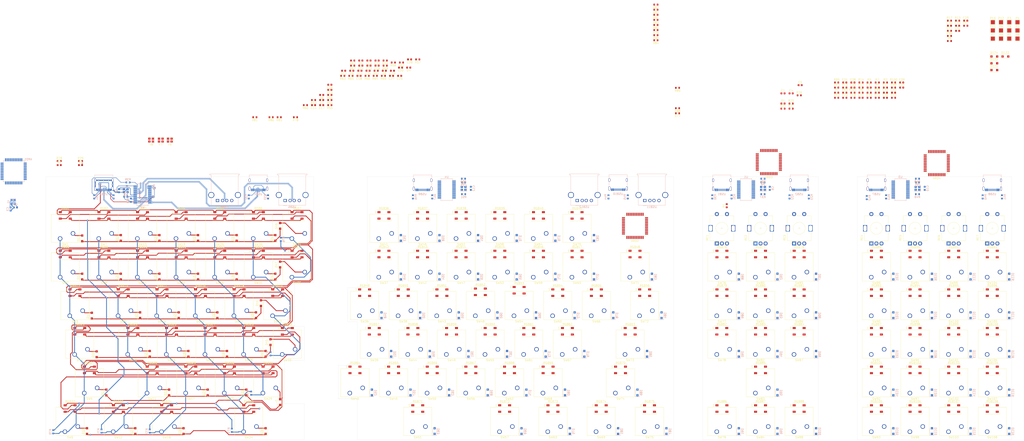
<source format=kicad_pcb>
(kicad_pcb (version 20210424) (generator pcbnew)
  (layers (0 "F.Cu" signal) (31 "B.Cu" signal) (34 "B.Paste" user) (35 "F.Paste" user) (36 "B.SilkS" user "B.Silkscreen") (37 "F.SilkS" user "F.Silkscreen") (38 "B.Mask" user) (39 "F.Mask" user) (44 "Edge.Cuts" user))
  (net 0 "")
  (net 1 "GND")
  (net 2 "Net-(ARD1-Pad3)")
  (net 3 "R3_L")
  (net 4 "Net-(R36-Pad1)")
  (net 5 "Net-(R37-Pad1)")
  (net 6 "C0_A")
  (net 7 "Net-(ARD1-Pad8)")
  (net 8 "Net-(ARD1-Pad9)")
  (net 9 "Net-(ARD1-Pad10)")
  (net 10 "Net-(ARD1-Pad11)")
  (net 11 "A1")
  (net 12 "B1")
  (net 13 "A2")
  (net 14 "A3")
  (net 15 "A4")
  (net 16 "RGB_IN_L")
  (net 17 "R0_L")
  (net 18 "R1_L")
  (net 19 "Net-(R1-Pad2)")
  (net 20 "SENSE_L")
  (net 21 "Net-(R40-Pad1)")
  (net 22 "Net-(R41-Pad1)")
  (net 23 "R2_L")
  (net 24 "R4_L")
  (net 25 "Net-(RGB1-Pad2)")
  (net 26 "RGB_IN")
  (net 27 "Net-(RGB2-Pad2)")
  (net 28 "Net-(RGB3-Pad2)")
  (net 29 "Net-(RGB4-Pad2)")
  (net 30 "Net-(RGB5-Pad2)")
  (net 31 "Net-(RGB6-Pad2)")
  (net 32 "Net-(RGB7-Pad2)")
  (net 33 "Net-(RGB8-Pad2)")
  (net 34 "Net-(RGB10-Pad4)")
  (net 35 "Net-(RGB10-Pad2)")
  (net 36 "Net-(RGB11-Pad2)")
  (net 37 "Net-(RGB12-Pad2)")
  (net 38 "Net-(RGB13-Pad2)")
  (net 39 "Net-(RGB14-Pad2)")
  (net 40 "Net-(RGB15-Pad2)")
  (net 41 "Net-(RGB16-Pad2)")
  (net 42 "Net-(RGB17-Pad2)")
  (net 43 "Net-(RGB18-Pad2)")
  (net 44 "Net-(RGB19-Pad2)")
  (net 45 "Net-(RGB20-Pad2)")
  (net 46 "Net-(RGB21-Pad2)")
  (net 47 "Net-(RGB22-Pad2)")
  (net 48 "Net-(RGB23-Pad2)")
  (net 49 "Net-(RGB24-Pad2)")
  (net 50 "Net-(RGB25-Pad2)")
  (net 51 "Net-(RGB26-Pad2)")
  (net 52 "Net-(RGB27-Pad2)")
  (net 53 "Net-(RGB28-Pad2)")
  (net 54 "Net-(RGB29-Pad2)")
  (net 55 "Net-(RGB30-Pad2)")
  (net 56 "Net-(RGB31-Pad2)")
  (net 57 "Net-(RGB32-Pad2)")
  (net 58 "Net-(RGB33-Pad2)")
  (net 59 "Net-(RGB34-Pad2)")
  (net 60 "Net-(ARD2-Pad9)")
  (net 61 "Net-(RGB36-Pad2)")
  (net 62 "Net-(ARD2-Pad10)")
  (net 63 "Net-(RGB37-Pad2)")
  (net 64 "Net-(RGB38-Pad2)")
  (net 65 "Net-(RGB39-Pad2)")
  (net 66 "Net-(RGB40-Pad2)")
  (net 67 "Net-(RGB41-Pad2)")
  (net 68 "Net-(RGB42-Pad2)")
  (net 69 "Net-(RGB43-Pad2)")
  (net 70 "Net-(RGB44-Pad2)")
  (net 71 "Net-(RGB45-Pad2)")
  (net 72 "Net-(RGB46-Pad2)")
  (net 73 "Net-(RGB47-Pad2)")
  (net 74 "Net-(RGB48-Pad2)")
  (net 75 "Net-(RGB49-Pad2)")
  (net 76 "Net-(RGB50-Pad2)")
  (net 77 "Net-(RGB51-Pad2)")
  (net 78 "Net-(RGB52-Pad2)")
  (net 79 "Net-(RGB53-Pad2)")
  (net 80 "Net-(RGB54-Pad2)")
  (net 81 "Net-(RGB55-Pad2)")
  (net 82 "Net-(RGB56-Pad2)")
  (net 83 "Net-(RGB57-Pad2)")
  (net 84 "Net-(RGB58-Pad2)")
  (net 85 "Net-(RGB59-Pad2)")
  (net 86 "Net-(RGB60-Pad2)")
  (net 87 "Net-(RGB61-Pad2)")
  (net 88 "Net-(RGB62-Pad2)")
  (net 89 "Net-(RGB63-Pad2)")
  (net 90 "Net-(RGB64-Pad2)")
  (net 91 "Net-(RGB65-Pad2)")
  (net 92 "Net-(RGB66-Pad2)")
  (net 93 "Net-(RGB67-Pad2)")
  (net 94 "Net-(RGB68-Pad2)")
  (net 95 "Net-(RGB69-Pad2)")
  (net 96 "Net-(RGB70-Pad2)")
  (net 97 "Net-(RGB71-Pad2)")
  (net 98 "Net-(RGB72-Pad2)")
  (net 99 "Net-(RGB73-Pad2)")
  (net 100 "Net-(RGB74-Pad2)")
  (net 101 "Net-(ARD2-Pad11)")
  (net 102 "Net-(RGB76-Pad2)")
  (net 103 "RGB_IN_R")
  (net 104 "Net-(RGB77-Pad2)")
  (net 105 "Net-(RGB78-Pad2)")
  (net 106 "Net-(RGB79-Pad2)")
  (net 107 "Net-(RGB80-Pad2)")
  (net 108 "Net-(RGB81-Pad2)")
  (net 109 "Net-(RGB82-Pad2)")
  (net 110 "Net-(RGB83-Pad2)")
  (net 111 "Net-(RGB84-Pad2)")
  (net 112 "Net-(RGB85-Pad2)")
  (net 113 "Net-(RGB86-Pad2)")
  (net 114 "Net-(RGB87-Pad2)")
  (net 115 "SENSE_R")
  (net 116 "Net-(RGB89-Pad2)")
  (net 117 "Net-(ARD3-Pad9)")
  (net 118 "Net-(RGB90-Pad2)")
  (net 119 "Net-(RGB91-Pad2)")
  (net 120 "Net-(RGB92-Pad2)")
  (net 121 "Net-(RGB93-Pad2)")
  (net 122 "Net-(RGB94-Pad2)")
  (net 123 "Net-(RGB95-Pad2)")
  (net 124 "Net-(RGB96-Pad2)")
  (net 125 "Net-(RGB97-Pad2)")
  (net 126 "Net-(RGB98-Pad2)")
  (net 127 "Net-(RGB100-Pad4)")
  (net 128 "Net-(RGB100-Pad2)")
  (net 129 "Net-(RGB101-Pad2)")
  (net 130 "Net-(RGB102-Pad2)")
  (net 131 "Net-(RGB103-Pad2)")
  (net 132 "Net-(RGB104-Pad2)")
  (net 133 "Net-(RGB105-Pad2)")
  (net 134 "Net-(RGB106-Pad2)")
  (net 135 "Net-(RGB107-Pad2)")
  (net 136 "Net-(ARD3-Pad10)")
  (net 137 "A5")
  (net 138 "Net-(ARD3-Pad11)")
  (net 139 "R5_L")
  (net 141 "Net-(D1-Pad2)")
  (net 142 "Net-(D2-Pad2)")
  (net 143 "VCC")
  (net 147 "RGB_IN_N")
  (net 148 "SENSE_N")
  (net 149 "Net-(ARD2-Pad3)")
  (net 150 "Net-(ARD2-Pad4)")
  (net 151 "Net-(ARD2-Pad6)")
  (net 152 "Net-(ARD2-Pad8)")
  (net 153 "R5_N")
  (net 155 "Net-(ARD4-Pad9)")
  (net 156 "Net-(ARD2-Pad13)")
  (net 157 "Net-(ARD2-Pad16)")
  (net 158 "Net-(ARD2-Pad17)")
  (net 159 "Net-(ARD2-Pad22)")
  (net 164 "Net-(ARD4-Pad10)")
  (net 165 "Net-(ARD4-Pad11)")
  (net 166 "Net-(D4-Pad2)")
  (net 167 "Net-(D5-Pad2)")
  (net 168 "Net-(D6-Pad2)")
  (net 169 "Net-(D7-Pad2)")
  (net 170 "Net-(D8-Pad2)")
  (net 171 "Net-(D9-Pad2)")
  (net 172 "Net-(D11-Pad2)")
  (net 173 "Net-(D14-Pad2)")
  (net 174 "Net-(D15-Pad2)")
  (net 175 "Net-(ARD2-Pad42)")
  (net 176 "Net-(ARD3-Pad8)")
  (net 177 "RGB_IN_A")
  (net 178 "SENSE_A")
  (net 179 "SW3")
  (net 181 "Net-(ARD1-Pad4)")
  (net 182 "Net-(ARD1-Pad6)")
  (net 183 "Net-(ARD1-Pad13)")
  (net 184 "Net-(ARD1-Pad16)")
  (net 185 "Net-(ARD1-Pad17)")
  (net 186 "Net-(ARD1-Pad22)")
  (net 187 "Net-(ARD1-Pad42)")
  (net 188 "Net-(ARD3-Pad3)")
  (net 189 "Net-(ARD3-Pad4)")
  (net 190 "Net-(ARD3-Pad6)")
  (net 191 "Net-(ARD3-Pad13)")
  (net 192 "Net-(ARD3-Pad16)")
  (net 193 "Net-(ARD3-Pad17)")
  (net 194 "SW2")
  (net 195 "Net-(ARD3-Pad42)")
  (net 196 "Net-(ARD4-Pad3)")
  (net 197 "Net-(ARD4-Pad4)")
  (net 198 "Net-(ARD4-Pad6)")
  (net 199 "Net-(ARD4-Pad13)")
  (net 200 "Net-(ARD4-Pad16)")
  (net 201 "Net-(ARD4-Pad17)")
  (net 202 "SW1")
  (net 203 "Net-(ARD4-Pad42)")
  (net 204 "SW4_1")
  (net 205 "SW5_1")
  (net 206 "SW6_1")
  (net 207 "SW7_1")
  (net 208 "Net-(RE1-PadA)")
  (net 209 "Net-(R3-Pad2)")
  (net 210 "Net-(R4-Pad2)")
  (net 211 "Net-(R5-Pad2)")
  (net 213 "Net-(R10-Pad2)")
  (net 214 "Net-(ARD4-Pad8)")
  (net 215 "Net-(RE1-PadB)")
  (net 216 "Net-(R12-Pad2)")
  (net 218 "Net-(R13-Pad2)")
  (net 220 "Net-(R14-Pad2)")
  (net 221 "Net-(R19-Pad2)")
  (net 222 "Net-(R20-Pad2)")
  (net 224 "Net-(R21-Pad2)")
  (net 225 "SW4_2")
  (net 226 "Net-(C6-Pad1)")
  (net 227 "Net-(C7-Pad1)")
  (net 229 "Net-(C8-Pad1)")
  (net 230 "Net-(C9-Pad1)")
  (net 231 "Net-(C10-Pad1)")
  (net 232 "Net-(C11-Pad1)")
  (net 233 "Net-(C12-Pad1)")
  (net 234 "Net-(C13-Pad1)")
  (net 235 "Net-(D10-Pad2)")
  (net 236 "Net-(D12-Pad2)")
  (net 237 "Net-(D13-Pad2)")
  (net 238 "Net-(D16-Pad2)")
  (net 239 "Net-(D17-Pad2)")
  (net 240 "Net-(D18-Pad2)")
  (net 241 "Net-(D19-Pad2)")
  (net 242 "Net-(D20-Pad2)")
  (net 243 "Net-(D21-Pad2)")
  (net 244 "Net-(D22-Pad2)")
  (net 245 "Net-(D23-Pad2)")
  (net 246 "Net-(D24-Pad2)")
  (net 247 "Net-(D25-Pad2)")
  (net 248 "Net-(D26-Pad2)")
  (net 249 "Net-(D27-Pad2)")
  (net 250 "Net-(D28-Pad2)")
  (net 253 "Net-(D29-Pad2)")
  (net 254 "Net-(D30-Pad2)")
  (net 255 "Net-(D31-Pad2)")
  (net 256 "Net-(D32-Pad2)")
  (net 257 "Net-(D33-Pad2)")
  (net 258 "Net-(D34-Pad2)")
  (net 259 "Net-(D35-Pad2)")
  (net 260 "Net-(D36-Pad2)")
  (net 261 "Net-(D37-Pad2)")
  (net 262 "Net-(D38-Pad2)")
  (net 263 "Net-(D39-Pad2)")
  (net 264 "Net-(D40-Pad2)")
  (net 265 "Net-(D41-Pad2)")
  (net 266 "Net-(D42-Pad2)")
  (net 267 "Net-(D43-Pad2)")
  (net 268 "Net-(D44-Pad2)")
  (net 269 "Net-(D45-Pad2)")
  (net 270 "Net-(D46-Pad2)")
  (net 271 "Net-(D47-Pad2)")
  (net 272 "R2_R")
  (net 273 "Net-(D48-Pad2)")
  (net 274 "R1_R")
  (net 275 "Net-(D49-Pad2)")
  (net 276 "Net-(D50-Pad2)")
  (net 277 "R3_R")
  (net 278 "Net-(D51-Pad2)")
  (net 279 "R4_R")
  (net 280 "Net-(D52-Pad2)")
  (net 281 "R0_R")
  (net 282 "Net-(D53-Pad2)")
  (net 283 "Net-(D54-Pad2)")
  (net 284 "Net-(D55-Pad2)")
  (net 285 "Net-(D56-Pad2)")
  (net 286 "Net-(D57-Pad2)")
  (net 287 "Net-(D58-Pad2)")
  (net 288 "Net-(D59-Pad2)")
  (net 289 "Net-(D60-Pad2)")
  (net 290 "Net-(D61-Pad2)")
  (net 291 "Net-(D62-Pad2)")
  (net 292 "R5_R")
  (net 293 "Net-(D63-Pad2)")
  (net 294 "Net-(D64-Pad2)")
  (net 295 "Net-(D65-Pad2)")
  (net 296 "Net-(D66-Pad2)")
  (net 297 "Net-(D67-Pad2)")
  (net 298 "Net-(D68-Pad2)")
  (net 299 "Net-(D69-Pad2)")
  (net 300 "Net-(D70-Pad2)")
  (net 301 "Net-(D71-Pad2)")
  (net 302 "Net-(D72-Pad2)")
  (net 303 "Net-(D73-Pad2)")
  (net 304 "Net-(D74-Pad2)")
  (net 305 "Net-(D75-Pad2)")
  (net 306 "Net-(D76-Pad2)")
  (net 307 "Net-(D77-Pad2)")
  (net 308 "Net-(D78-Pad2)")
  (net 309 "Net-(D79-Pad2)")
  (net 310 "Net-(D80-Pad2)")
  (net 311 "Net-(D81-Pad2)")
  (net 312 "Net-(D82-Pad2)")
  (net 313 "Net-(D83-Pad2)")
  (net 314 "Net-(D84-Pad2)")
  (net 315 "Net-(D85-Pad2)")
  (net 316 "Net-(D86-Pad2)")
  (net 317 "Net-(D87-Pad2)")
  (net 318 "R0_A")
  (net 319 "Net-(D88-Pad2)")
  (net 320 "R1_A")
  (net 321 "Net-(D89-Pad2)")
  (net 322 "R2_A")
  (net 323 "Net-(D90-Pad2)")
  (net 324 "R4_A")
  (net 325 "Net-(D91-Pad2)")
  (net 326 "Net-(D92-Pad2)")
  (net 327 "Net-(D93-Pad2)")
  (net 328 "Net-(D94-Pad2)")
  (net 329 "R3_A")
  (net 330 "Net-(D95-Pad2)")
  (net 331 "Net-(D96-Pad2)")
  (net 332 "Net-(D97-Pad2)")
  (net 333 "Net-(D98-Pad2)")
  (net 334 "Net-(D99-Pad2)")
  (net 335 "Net-(D100-Pad2)")
  (net 336 "R0_N")
  (net 337 "Net-(D101-Pad2)")
  (net 338 "R1_N")
  (net 339 "Net-(D102-Pad2)")
  (net 340 "R2_N")
  (net 341 "Net-(D103-Pad2)")
  (net 342 "R3_N")
  (net 343 "Net-(D104-Pad2)")
  (net 344 "R4_N")
  (net 345 "Net-(D105-Pad2)")
  (net 346 "Net-(D106-Pad2)")
  (net 347 "Net-(D107-Pad2)")
  (net 348 "Net-(D108-Pad2)")
  (net 349 "Net-(D109-Pad2)")
  (net 350 "Net-(D110-Pad2)")
  (net 351 "Net-(D111-Pad2)")
  (net 352 "Net-(D112-Pad2)")
  (net 353 "Net-(D113-Pad2)")
  (net 354 "Net-(D114-Pad2)")
  (net 355 "Net-(D115-Pad2)")
  (net 356 "Net-(D116-Pad2)")
  (net 357 "Net-(D117-Pad2)")
  (net 358 "Net-(D118-Pad2)")
  (net 359 "Net-(D119-Pad2)")
  (net 360 "Net-(D120-Pad2)")
  (net 361 "A7")
  (net 362 "B3")
  (net 363 "B5")
  (net 364 "B7")
  (net 365 "A6")
  (net 366 "B2")
  (net 367 "B4")
  (net 368 "B6")
  (net 369 "Net-(R22-Pad1)")
  (net 370 "Net-(R23-Pad1)")
  (net 371 "Net-(R30-Pad1)")
  (net 372 "Net-(R31-Pad1)")
  (net 373 "Net-(R32-Pad1)")
  (net 374 "Net-(R33-Pad1)")
  (net 375 "Net-(R34-Pad1)")
  (net 376 "Net-(R35-Pad1)")
  (net 377 "Net-(R38-Pad1)")
  (net 378 "Net-(R39-Pad1)")
  (net 379 "Net-(R42-Pad1)")
  (net 380 "Net-(R43-Pad1)")
  (net 381 "Net-(R44-Pad1)")
  (net 382 "Net-(R45-Pad1)")
  (net 383 "Net-(R46-Pad1)")
  (net 384 "Net-(R47-Pad1)")
  (net 385 "Net-(R48-Pad1)")
  (net 386 "Net-(R49-Pad1)")
  (net 387 "Net-(R50-Pad1)")
  (net 388 "Net-(R51-Pad1)")
  (net 389 "D+_R")
  (net 390 "D-_R")
  (net 391 "D+_N")
  (net 392 "D-_N")
  (net 393 "D+_A")
  (net 394 "D-_A")
  (net 395 "Net-(R70-Pad2)")
  (net 396 "Net-(R71-Pad2)")
  (net 397 "Net-(R72-Pad2)")
  (net 398 "Net-(R73-Pad2)")
  (net 399 "Net-(R74-Pad2)")
  (net 400 "Net-(R75-Pad2)")
  (net 401 "Net-(R76-Pad2)")
  (net 402 "Net-(R77-Pad2)")
  (net 403 "Net-(R78-Pad2)")
  (net 404 "Net-(R79-Pad2)")
  (net 405 "Net-(R80-Pad2)")
  (net 406 "Net-(R81-Pad2)")
  (net 407 "Net-(R82-Pad2)")
  (net 408 "Net-(R83-Pad2)")
  (net 409 "Net-(R84-Pad2)")
  (net 410 "Net-(R85-Pad2)")
  (net 411 "Net-(R86-Pad2)")
  (net 412 "Net-(R87-Pad2)")
  (net 413 "SW5_2")
  (net 414 "SW6_2")
  (net 415 "SW7_2")
  (net 416 "Net-(R95-Pad2)")
  (net 417 "Net-(U1-Pad1)")
  (net 426 "Net-(U1-Pad25)")
  (net 427 "Net-(U1-Pad26)")
  (net 428 "Net-(U1-Pad27)")
  (net 429 "Net-(U1-Pad28)")
  (net 430 "Net-(U2-Pad1)")
  (net 435 "Net-(U3-Pad1)")
  (net 444 "Net-(U3-Pad25)")
  (net 445 "Net-(U3-Pad26)")
  (net 446 "Net-(U3-Pad27)")
  (net 447 "Net-(U3-Pad28)")
  (net 448 "Net-(U4-Pad1)")
  (net 449 "Net-(U4-Pad2)")
  (net 450 "Net-(U4-Pad3)")
  (net 451 "Net-(U4-Pad8)")
  (net 452 "Net-(U4-Pad9)")
  (net 457 "Net-(U4-Pad25)")
  (net 458 "Net-(U4-Pad26)")
  (net 459 "Net-(U4-Pad27)")
  (net 460 "Net-(U4-Pad28)")
  (net 467 "Net-(R96-Pad2)")
  (net 468 "Net-(R100-Pad2)")
  (net 469 "Net-(R101-Pad2)")
  (net 470 "RGB_OUT_L")
  (net 471 "RGB_OUT_R")
  (net 472 "RGB_OUT_A")
  (net 473 "RGB_OUT_N")
  (net 474 "LEFT3 D-")
  (net 475 "LEFT3 D+")
  (net 476 "LEFT4 D-")
  (net 477 "LEFT4 D+")
  (net 478 "LEFT1 D-")
  (net 479 "LEFT1 D+")
  (net 480 "LEFT2 D-")
  (net 481 "LEFT2 D+")
  (net 482 "L_D+")
  (net 483 "L_D-")
  (net 484 "C0_L")
  (net 485 "C1_L")
  (net 486 "C2_L")
  (net 487 "C3_L")
  (net 488 "C4_L")
  (net 489 "C5_L")
  (net 490 "C6_L")
  (net 491 "Net-(R29-Pad2)")
  (footprint "Resistor_SMD:R_0603_1608Metric" (layer "F.Cu") (at 397.66875 243.675 90)
    (fp_text reference "R1")
    (fp_text value "220R")
  )
  (footprint "LED_SMD:LED_WS2812B_PLCC4_5.0x5.0mm_P3.2mm" (layer "F.Cu") (at 71.4375 248.44375)
    (fp_text reference "RGB1")
    (fp_text value "WS2812B")
  )
  (footprint "LED_SMD:LED_WS2812B_PLCC4_5.0x5.0mm_P3.2mm" (layer "F.Cu") (at 90.4875 248.44375)
    (fp_text reference "RGB2")
    (fp_text value "WS2812B")
  )
  (footprint "LED_SMD:LED_WS2812B_PLCC4_5.0x5.0mm_P3.2mm" (layer "F.Cu") (at 109.5375 248.44375)
    (fp_text reference "RGB3")
    (fp_text value "WS2812B")
  )
  (footprint "LED_SMD:LED_WS2812B_PLCC4_5.0x5.0mm_P3.2mm" (layer "F.Cu") (at 128.5875 248.44375)
    (fp_text reference "RGB4")
    (fp_text value "WS2812B")
  )
  (footprint "LED_SMD:LED_WS2812B_PLCC4_5.0x5.0mm_P3.2mm" (layer "F.Cu") (at 147.6375 248.44375)
    (fp_text reference "RGB5")
    (fp_text value "WS2812B")
  )
  (footprint "LED_SMD:LED_WS2812B_PLCC4_5.0x5.0mm_P3.2mm" (layer "F.Cu") (at 166.6875 248.44375)
    (fp_text reference "RGB6")
    (fp_text value "WS2812B")
  )
  (footprint "LED_SMD:LED_WS2812B_PLCC4_5.0x5.0mm_P3.2mm" (layer "F.Cu") (at 185.7375 248.44375)
    (fp_text reference "RGB7")
    (fp_text value "WS2812B")
  )
  (footprint "LED_SMD:LED_WS2812B_PLCC4_5.0x5.0mm_P3.2mm" (layer "F.Cu") (at 71.4375 267.49375)
    (fp_text reference "RGB8")
    (fp_text value "WS2812B")
  )
  (footprint "LED_SMD:LED_WS2812B_PLCC4_5.0x5.0mm_P3.2mm" (layer "F.Cu") (at 90.4875 267.49375)
    (fp_text reference "RGB9")
    (fp_text value "WS2812B")
  )
  (footprint "LED_SMD:LED_WS2812B_PLCC4_5.0x5.0mm_P3.2mm" (layer "F.Cu") (at 109.5375 267.49375)
    (fp_text reference "RGB10")
    (fp_text value "WS2812B")
  )
  (footprint "LED_SMD:LED_WS2812B_PLCC4_5.0x5.0mm_P3.2mm" (layer "F.Cu") (at 128.5875 267.49375)
    (fp_text reference "RGB11")
    (fp_text value "WS2812B")
  )
  (footprint "LED_SMD:LED_WS2812B_PLCC4_5.0x5.0mm_P3.2mm" (layer "F.Cu") (at 147.6375 267.49375)
    (fp_text reference "RGB12")
    (fp_text value "WS2812B")
  )
  (footprint "LED_SMD:LED_WS2812B_PLCC4_5.0x5.0mm_P3.2mm" (layer "F.Cu") (at 166.6875 267.49375)
    (fp_text reference "RGB13")
    (fp_text value "WS2812B")
  )
  (footprint "LED_SMD:LED_WS2812B_PLCC4_5.0x5.0mm_P3.2mm" (layer "F.Cu") (at 185.7375 267.49375)
    (fp_text reference "RGB14")
    (fp_text value "WS2812B")
  )
  (footprint "LED_SMD:LED_WS2812B_PLCC4_5.0x5.0mm_P3.2mm" (layer "F.Cu") (at 76.2 286.54375)
    (fp_text reference "RGB15")
    (fp_text value "WS2812B")
  )
  (footprint "LED_SMD:LED_WS2812B_PLCC4_5.0x5.0mm_P3.2mm" (layer "F.Cu") (at 100.0125 286.54375)
    (fp_text reference "RGB16")
    (fp_text value "WS2812B")
  )
  (footprint "LED_SMD:LED_WS2812B_PLCC4_5.0x5.0mm_P3.2mm" (layer "F.Cu") (at 119.13125 286.54375)
    (fp_text reference "RGB17")
    (fp_text value "WS2812B")
  )
  (footprint "LED_SMD:LED_WS2812B_PLCC4_5.0x5.0mm_P3.2mm" (layer "F.Cu") (at 138.1125 286.54375)
    (fp_text reference "RGB18")
    (fp_text value "WS2812B")
  )
  (footprint "LED_SMD:LED_WS2812B_PLCC4_5.0x5.0mm_P3.2mm" (layer "F.Cu") (at 157.1625 286.54375)
    (fp_text reference "RGB19")
    (fp_text value "WS2812B")
  )
  (footprint "LED_SMD:LED_WS2812B_PLCC4_5.0x5.0mm_P3.2mm" (layer "F.Cu") (at 176.2125 286.54375)
    (fp_text reference "RGB20")
    (fp_text value "WS2812B")
  )
  (footprint "LED_SMD:LED_WS2812B_PLCC4_5.0x5.0mm_P3.2mm" (layer "F.Cu") (at 78.58125 305.59375)
    (fp_text reference "RGB21")
    (fp_text value "WS2812B")
  )
  (footprint "LED_SMD:LED_WS2812B_PLCC4_5.0x5.0mm_P3.2mm" (layer "F.Cu") (at 104.775 305.59375)
    (fp_text reference "RGB22")
    (fp_text value "WS2812B")
  )
  (footprint "LED_SMD:LED_WS2812B_PLCC4_5.0x5.0mm_P3.2mm" (layer "F.Cu") (at 123.825 305.59375)
    (fp_text reference "RGB23")
    (fp_text value "WS2812B")
  )
  (footprint "LED_SMD:LED_WS2812B_PLCC4_5.0x5.0mm_P3.2mm" (layer "F.Cu") (at 142.875 305.59375)
    (fp_text reference "RGB24")
    (fp_text value "WS2812B")
  )
  (footprint "LED_SMD:LED_WS2812B_PLCC4_5.0x5.0mm_P3.2mm" (layer "F.Cu") (at 161.925 305.59375)
    (fp_text reference "RGB25")
    (fp_text value "WS2812B")
  )
  (footprint "LED_SMD:LED_WS2812B_PLCC4_5.0x5.0mm_P3.2mm" (layer "F.Cu") (at 180.975 305.59375)
    (fp_text reference "RGB26")
    (fp_text value "WS2812B")
  )
  (footprint "LED_SMD:LED_WS2812B_PLCC4_5.0x5.0mm_P3.2mm" (layer "F.Cu") (at 83.34375 324.64375)
    (fp_text reference "RGB27")
    (fp_text value "WS2812B")
  )
  (footprint "LED_SMD:LED_WS2812B_PLCC4_5.0x5.0mm_P3.2mm" (layer "F.Cu") (at 114.3 324.64375)
    (fp_text reference "RGB28")
    (fp_text value "WS2812B")
  )
  (footprint "LED_SMD:LED_WS2812B_PLCC4_5.0x5.0mm_P3.2mm" (layer "F.Cu") (at 133.35 324.64375)
    (fp_text reference "RGB29")
    (fp_text value "WS2812B")
  )
  (footprint "LED_SMD:LED_WS2812B_PLCC4_5.0x5.0mm_P3.2mm" (layer "F.Cu") (at 152.4 324.64375)
    (fp_text reference "RGB30")
    (fp_text value "WS2812B")
  )
  (footprint "LED_SMD:LED_WS2812B_PLCC4_5.0x5.0mm_P3.2mm" (layer "F.Cu") (at 171.45 324.64375)
    (fp_text reference "RGB31")
    (fp_text value "WS2812B")
  )
  (footprint "LED_SMD:LED_WS2812B_PLCC4_5.0x5.0mm_P3.2mm" (layer "F.Cu") (at 73.81875 343.69375)
    (fp_text reference "RGB32")
    (fp_text value "WS2812B")
  )
  (footprint "LED_SMD:LED_WS2812B_PLCC4_5.0x5.0mm_P3.2mm" (layer "F.Cu") (at 97.63125 343.69375)
    (fp_text reference "RGB33")
    (fp_text value "WS2812B")
  )
  (footprint "LED_SMD:LED_WS2812B_PLCC4_5.0x5.0mm_P3.2mm" (layer "F.Cu") (at 121.44375 343.69375)
    (fp_text reference "RGB34")
    (fp_text value "WS2812B")
  )
  (footprint "LED_SMD:LED_WS2812B_PLCC4_5.0x5.0mm_P3.2mm" (layer "F.Cu") (at 161.925 343.69375)
    (fp_text reference "RGB35")
    (fp_text value "WS2812B")
  )
  (footprint "LED_SMD:LED_WS2812B_PLCC4_5.0x5.0mm_P3.2mm" (layer "F.Cu") (at 228.6 248.44375)
    (fp_text reference "RGB36")
    (fp_text value "WS2812B")
  )
  (footprint "LED_SMD:LED_WS2812B_PLCC4_5.0x5.0mm_P3.2mm" (layer "F.Cu") (at 247.65 248.44375)
    (fp_text reference "RGB37")
    (fp_text value "WS2812B")
  )
  (footprint "LED_SMD:LED_WS2812B_PLCC4_5.0x5.0mm_P3.2mm" (layer "F.Cu") (at 266.7 248.44375)
    (fp_text reference "RGB38")
    (fp_text value "WS2812B")
  )
  (footprint "LED_SMD:LED_WS2812B_PLCC4_5.0x5.0mm_P3.2mm" (layer "F.Cu") (at 285.75 248.44375)
    (fp_text reference "RGB39")
    (fp_text value "WS2812B")
  )
  (footprint "LED_SMD:LED_WS2812B_PLCC4_5.0x5.0mm_P3.2mm" (layer "F.Cu") (at 304.8 248.44375)
    (fp_text reference "RGB40")
    (fp_text value "WS2812B")
  )
  (footprint "LED_SMD:LED_WS2812B_PLCC4_5.0x5.0mm_P3.2mm" (layer "F.Cu") (at 323.85 248.44375)
    (fp_text reference "RGB41")
    (fp_text value "WS2812B")
  )
  (footprint "LED_SMD:LED_WS2812B_PLCC4_5.0x5.0mm_P3.2mm" (layer "F.Cu") (at 228.6 267.49375)
    (fp_text reference "RGB42")
    (fp_text value "WS2812B")
  )
  (footprint "LED_SMD:LED_WS2812B_PLCC4_5.0x5.0mm_P3.2mm" (layer "F.Cu") (at 247.65 267.49375)
    (fp_text reference "RGB43")
    (fp_text value "WS2812B")
  )
  (footprint "LED_SMD:LED_WS2812B_PLCC4_5.0x5.0mm_P3.2mm" (layer "F.Cu") (at 266.63125 267.49375)
    (fp_text reference "RGB44")
    (fp_text value "WS2812B")
  )
  (footprint "LED_SMD:LED_WS2812B_PLCC4_5.0x5.0mm_P3.2mm" (layer "F.Cu") (at 285.75 267.49375)
    (fp_text reference "RGB45")
    (fp_text value "WS2812B")
  )
  (footprint "LED_SMD:LED_WS2812B_PLCC4_5.0x5.0mm_P3.2mm" (layer "F.Cu") (at 304.8 267.49375)
    (fp_text reference "RGB46")
    (fp_text value "WS2812B")
  )
  (footprint "LED_SMD:LED_WS2812B_PLCC4_5.0x5.0mm_P3.2mm" (layer "F.Cu") (at 323.85 267.49375)
    (fp_text reference "RGB47")
    (fp_text value "WS2812B")
  )
  (footprint "LED_SMD:LED_WS2812B_PLCC4_5.0x5.0mm_P3.2mm" (layer "F.Cu") (at 352.425 267.49375)
    (fp_text reference "RGB48")
    (fp_text value "WS2812B")
  )
  (footprint "LED_SMD:LED_WS2812B_PLCC4_5.0x5.0mm_P3.2mm" (layer "F.Cu") (at 219.075 286.54375)
    (fp_text reference "RGB49")
    (fp_text value "WS2812B")
  )
  (footprint "LED_SMD:LED_WS2812B_PLCC4_5.0x5.0mm_P3.2mm" (layer "F.Cu") (at 238.125 286.54375)
    (fp_text reference "RGB50")
    (fp_text value "WS2812B")
  )
  (footprint "LED_SMD:LED_WS2812B_PLCC4_5.0x5.0mm_P3.2mm" (layer "F.Cu") (at 257.175 286.54375)
    (fp_text reference "RGB51")
    (fp_text value "WS2812B")
  )
  (footprint "LED_SMD:LED_WS2812B_PLCC4_5.0x5.0mm_P3.2mm" (layer "F.Cu") (at 276.15625 286.134375)
    (fp_text reference "RGB52")
    (fp_text value "WS2812B")
  )
  (footprint "LED_SMD:LED_WS2812B_PLCC4_5.0x5.0mm_P3.2mm" (layer "F.Cu") (at 295.275 285.353125)
    (fp_text reference "RGB53")
    (fp_text value "WS2812B")
  )
  (footprint "LED_SMD:LED_WS2812B_PLCC4_5.0x5.0mm_P3.2mm" (layer "F.Cu") (at 314.325 286.54375)
    (fp_text reference "RGB54")
    (fp_text value "WS2812B")
  )
  (footprint "LED_SMD:LED_WS2812B_PLCC4_5.0x5.0mm_P3.2mm" (layer "F.Cu") (at 333.375 286.54375)
    (fp_text reference "RGB55")
    (fp_text value "WS2812B")
  )
  (footprint "LED_SMD:LED_WS2812B_PLCC4_5.0x5.0mm_P3.2mm" (layer "F.Cu") (at 357.1875 286.54375)
    (fp_text reference "RGB56")
    (fp_text value "WS2812B")
  )
  (footprint "LED_SMD:LED_WS2812B_PLCC4_5.0x5.0mm_P3.2mm" (layer "F.Cu") (at 223.8375 305.59375)
    (fp_text reference "RGB57")
    (fp_text value "WS2812B")
  )
  (footprint "LED_SMD:LED_WS2812B_PLCC4_5.0x5.0mm_P3.2mm" (layer "F.Cu") (at 242.8875 305.59375)
    (fp_text reference "RGB58")
    (fp_text value "WS2812B")
  )
  (footprint "LED_SMD:LED_WS2812B_PLCC4_5.0x5.0mm_P3.2mm" (layer "F.Cu") (at 261.9375 305.59375)
    (fp_text reference "RGB59")
    (fp_text value "WS2812B")
  )
  (footprint "LED_SMD:LED_WS2812B_PLCC4_5.0x5.0mm_P3.2mm" (layer "F.Cu") (at 280.9875 305.59375)
    (fp_text reference "RGB60")
    (fp_text value "WS2812B")
  )
  (footprint "LED_SMD:LED_WS2812B_PLCC4_5.0x5.0mm_P3.2mm" (layer "F.Cu") (at 300.0375 305.59375)
    (fp_text reference "RGB61")
    (fp_text value "WS2812B")
  )
  (footprint "LED_SMD:LED_WS2812B_PLCC4_5.0x5.0mm_P3.2mm" (layer "F.Cu") (at 319.0875 305.59375)
    (fp_text reference "RGB62")
    (fp_text value "WS2812B")
  )
  (footprint "LED_SMD:LED_WS2812B_PLCC4_5.0x5.0mm_P3.2mm" (layer "F.Cu") (at 350.04375 305.59375)
    (fp_text reference "RGB63")
    (fp_text value "WS2812B")
  )
  (footprint "LED_SMD:LED_WS2812B_PLCC4_5.0x5.0mm_P3.2mm" (layer "F.Cu") (at 214.3125 324.64375)
    (fp_text reference "RGB64")
    (fp_text value "WS2812B")
  )
  (footprint "LED_SMD:LED_WS2812B_PLCC4_5.0x5.0mm_P3.2mm" (layer "F.Cu") (at 233.3625 324.64375)
    (fp_text reference "RGB65")
    (fp_text value "WS2812B")
  )
  (footprint "LED_SMD:LED_WS2812B_PLCC4_5.0x5.0mm_P3.2mm" (layer "F.Cu") (at 252.4125 324.64375)
    (fp_text reference "RGB66")
    (fp_text value "WS2812B")
  )
  (footprint "LED_SMD:LED_WS2812B_PLCC4_5.0x5.0mm_P3.2mm" (layer "F.Cu") (at 271.4625 324.64375)
    (fp_text reference "RGB67")
    (fp_text value "WS2812B")
  )
  (footprint "LED_SMD:LED_WS2812B_PLCC4_5.0x5.0mm_P3.2mm" (layer "F.Cu") (at 290.5125 324.64375)
    (fp_text reference "RGB68")
    (fp_text value "WS2812B")
  )
  (footprint "LED_SMD:LED_WS2812B_PLCC4_5.0x5.0mm_P3.2mm" (layer "F.Cu") (at 309.5625 324.64375)
    (fp_text reference "RGB69")
    (fp_text value "WS2812B")
  )
  (footprint "LED_SMD:LED_WS2812B_PLCC4_5.0x5.0mm_P3.2mm" (layer "F.Cu") (at 345.28125 324.64375)
    (fp_text reference "RGB70")
    (fp_text value "WS2812B")
  )
  (footprint "LED_SMD:LED_WS2812B_PLCC4_5.0x5.0mm_P3.2mm" (layer "F.Cu") (at 245.26875 343.69375)
    (fp_text reference "RGB71")
    (fp_text value "WS2812B")
  )
  (footprint "LED_SMD:LED_WS2812B_PLCC4_5.0x5.0mm_P3.2mm" (layer "F.Cu") (at 288.13125 343.69375)
    (fp_text reference "RGB72")
    (fp_text value "WS2812B")
  )
  (footprint "LED_SMD:LED_WS2812B_PLCC4_5.0x5.0mm_P3.2mm" (layer "F.Cu") (at 311.94375 343.69375)
    (fp_text reference "RGB73")
    (fp_text value "WS2812B")
  )
  (footprint "LED_SMD:LED_WS2812B_PLCC4_5.0x5.0mm_P3.2mm" (layer "F.Cu") (at 335.75625 343.69375)
    (fp_text reference "RGB74")
    (fp_text value "WS2812B")
  )
  (footprint "LED_SMD:LED_WS2812B_PLCC4_5.0x5.0mm_P3.2mm" (layer "F.Cu") (at 359.56875 343.69375)
    (fp_text reference "RGB75")
    (fp_text value "WS2812B")
  )
  (footprint "LED_SMD:LED_WS2812B_PLCC4_5.0x5.0mm_P3.2mm" (layer "F.Cu") (at 395.2875 267.49375)
    (fp_text reference "RGB76")
    (fp_text value "WS2812B")
  )
  (footprint "LED_SMD:LED_WS2812B_PLCC4_5.0x5.0mm_P3.2mm" (layer "F.Cu") (at 414.3375 267.49375)
    (fp_text reference "RGB77")
    (fp_text value "WS2812B")
  )
  (footprint "LED_SMD:LED_WS2812B_PLCC4_5.0x5.0mm_P3.2mm" (layer "F.Cu") (at 433.3875 267.49375)
    (fp_text reference "RGB78")
    (fp_text value "WS2812B")
  )
  (footprint "LED_SMD:LED_WS2812B_PLCC4_5.0x5.0mm_P3.2mm" (layer "F.Cu") (at 395.2875 286.54375)
    (fp_text reference "RGB79")
    (fp_text value "WS2812B")
  )
  (footprint "LED_SMD:LED_WS2812B_PLCC4_5.0x5.0mm_P3.2mm" (layer "F.Cu") (at 414.3375 286.54375)
    (fp_text reference "RGB80")
    (fp_text value "WS2812B")
  )
  (footprint "LED_SMD:LED_WS2812B_PLCC4_5.0x5.0mm_P3.2mm" (layer "F.Cu") (at 433.3875 286.54375)
    (fp_text reference "RGB81")
    (fp_text value "WS2812B")
  )
  (footprint "LED_SMD:LED_WS2812B_PLCC4_5.0x5.0mm_P3.2mm" (layer "F.Cu") (at 395.21875 305.59375)
    (fp_text reference "RGB82")
    (fp_text value "WS2812B")
  )
  (footprint "LED_SMD:LED_WS2812B_PLCC4_5.0x5.0mm_P3.2mm" (layer "F.Cu") (at 414.3375 305.59375)
    (fp_text reference "RGB83")
    (fp_text value "WS2812B")
  )
  (footprint "LED_SMD:LED_WS2812B_PLCC4_5.0x5.0mm_P3.2mm" (layer "F.Cu") (at 433.3875 305.59375)
    (fp_text reference "RGB84")
    (fp_text value "WS2812B")
  )
  (footprint "LED_SMD:LED_WS2812B_PLCC4_5.0x5.0mm_P3.2mm" (layer "F.Cu") (at 414.3375 324.64375)
    (fp_text reference "RGB85")
    (fp_text value "WS2812B")
  )
  (footprint "LED_SMD:LED_WS2812B_PLCC4_5.0x5.0mm_P3.2mm" (layer "F.Cu") (at 395.2875 343.69375)
    (fp_text reference "RGB86")
    (fp_text value "WS2812B")
  )
  (footprint "LED_SMD:LED_WS2812B_PLCC4_5.0x5.0mm_P3.2mm" (layer "F.Cu") (at 414.3375 343.69375)
    (fp_text reference "RGB87")
    (fp_text value "WS2812B")
  )
  (footprint "LED_SMD:LED_WS2812B_PLCC4_5.0x5.0mm_P3.2mm" (layer "F.Cu") (at 433.3875 343.69375)
    (fp_text reference "RGB88")
    (fp_text value "WS2812B")
  )
  (footprint "LED_SMD:LED_WS2812B_PLCC4_5.0x5.0mm_P3.2mm" (layer "F.Cu") (at 471.4875 267.49375)
    (fp_text reference "RGB89")
    (fp_text value "WS2812B")
  )
  (footprint "LED_SMD:LED_WS2812B_PLCC4_5.0x5.0mm_P3.2mm" (layer "F.Cu") (at 490.5375 267.49375)
    (fp_text reference "RGB90")
    (fp_text value "WS2812B")
  )
  (footprint "LED_SMD:LED_WS2812B_PLCC4_5.0x5.0mm_P3.2mm" (layer "F.Cu") (at 509.5875 267.49375)
    (fp_text reference "RGB91")
    (fp_text value "WS2812B")
  )
  (footprint "LED_SMD:LED_WS2812B_PLCC4_5.0x5.0mm_P3.2mm" (layer "F.Cu") (at 528.6375 267.49375)
    (fp_text reference "RGB92")
    (fp_text value "WS2812B")
  )
  (footprint "LED_SMD:LED_WS2812B_PLCC4_5.0x5.0mm_P3.2mm" (layer "F.Cu") (at 471.4875 286.54375)
    (fp_text reference "RGB93")
    (fp_text value "WS2812B")
  )
  (footprint "LED_SMD:LED_WS2812B_PLCC4_5.0x5.0mm_P3.2mm" (layer "F.Cu") (at 490.5375 286.54375)
    (fp_text reference "RGB94")
    (fp_text value "WS2812B")
  )
  (footprint "LED_SMD:LED_WS2812B_PLCC4_5.0x5.0mm_P3.2mm" (layer "F.Cu") (at 509.5875 286.54375)
    (fp_text reference "RGB95")
    (fp_text value "WS2812B")
  )
  (footprint "LED_SMD:LED_WS2812B_PLCC4_5.0x5.0mm_P3.2mm" (layer "F.Cu") (at 528.6375 286.54375)
    (fp_text reference "RGB96")
    (fp_text value "WS2812B")
  )
  (footprint "LED_SMD:LED_WS2812B_PLCC4_5.0x5.0mm_P3.2mm" (layer "F.Cu") (at 471.4875 305.59375)
    (fp_text reference "RGB97")
    (fp_text value "WS2812B")
  )
  (footprint "LED_SMD:LED_WS2812B_PLCC4_5.0x5.0mm_P3.2mm" (layer "F.Cu") (at 490.5375 305.59375)
    (fp_text reference "RGB98")
    (fp_text value "WS2812B")
  )
  (footprint "LED_SMD:LED_WS2812B_PLCC4_5.0x5.0mm_P3.2mm" (layer "F.Cu") (at 509.5875 305.59375)
    (fp_text reference "RGB99")
    (fp_text value "WS2812B")
  )
  (footprint "LED_SMD:LED_WS2812B_PLCC4_5.0x5.0mm_P3.2mm" (layer "F.Cu") (at 528.6375 305.59375)
    (fp_text reference "RGB100")
    (fp_text value "WS2812B")
  )
  (footprint "LED_SMD:LED_WS2812B_PLCC4_5.0x5.0mm_P3.2mm" (layer "F.Cu") (at 471.4875 324.64375)
    (fp_text reference "RGB101")
    (fp_text value "WS2812B")
  )
  (footprint "LED_SMD:LED_WS2812B_PLCC4_5.0x5.0mm_P3.2mm" (layer "F.Cu") (at 490.5375 324.64375)
    (fp_text reference "RGB102")
    (fp_text value "WS2812B")
  )
  (footprint "LED_SMD:LED_WS2812B_PLCC4_5.0x5.0mm_P3.2mm" (layer "F.Cu") (at 509.5875 324.64375)
    (fp_text reference "RGB103")
    (fp_text value "WS2812B")
  )
  (footprint "LED_SMD:LED_WS2812B_PLCC4_5.0x5.0mm_P3.2mm" (layer "F.Cu") (at 528.6375 324.64375)
    (fp_text reference "RGB104")
    (fp_text value "WS2812B")
  )
  (footprint "LED_SMD:LED_WS2812B_PLCC4_5.0x5.0mm_P3.2mm" (layer "F.Cu") (at 471.4875 343.69375)
    (fp_text reference "RGB105")
    (fp_text value "WS2812B")
  )
  (footprint "LED_SMD:LED_WS2812B_PLCC4_5.0x5.0mm_P3.2mm" (layer "F.Cu") (at 490.5375 343.69375)
    (fp_text reference "RGB106")
    (fp_text value "WS2812B")
  )
  (footprint "LED_SMD:LED_WS2812B_PLCC4_5.0x5.0mm_P3.2mm" (layer "F.Cu") (at 509.5875 343.69375)
    (fp_text reference "RGB107")
    (fp_text value "WS2812B")
  )
  (footprint "LED_SMD:LED_WS2812B_PLCC4_5.0x5.0mm_P3.2mm" (layer "F.Cu") (at 528.6375 343.69375)
    (fp_text reference "RGB108")
    (fp_text value "WS2812B")
  )
  (footprint "Capacitor_SMD:C_0603_1608Metric" (layer "F.Cu") (at 425.40875 188.258125)
    (fp_text reference "C1")
    (fp_text value "1uF")
  )
  (footprint "Capacitor_SMD:C_0603_1608Metric" (layer "F.Cu") (at 429.41875 188.258125)
    (fp_text reference "C4")
    (fp_text value "0.1uF")
  )
  (footprint "Capacitor_SMD:C_0603_1608Metric" (layer "F.Cu") (at 433.86875 184.208125)
    (fp_text reference "C5")
    (fp_text value "1uF")
  )
  (footprint "Capacitor_SMD:C_0603_1608Metric" (layer "F.Cu") (at 425.40875 193.278125)
    (fp_text reference "D1")
    (fp_text value "LED")
  )
  (footprint "Capacitor_SMD:C_0603_1608Metric" (layer "F.Cu") (at 68.45625 223.63125)
    (fp_text reference "D2")
    (fp_text value "G")
  )
  (footprint "Capacitor_SMD:C_0603_1608Metric" (layer "F.Cu") (at 78.95625 223.63125)
    (fp_text reference "D3")
    (fp_text value "Y")
  )
  (footprint "Resistor_SMD:R_0603_1608Metric" (layer "F.Cu") (at 425.40875 195.788125)
    (fp_text reference "R24")
    (fp_text value "1K")
  )
  (footprint "Resistor_SMD:R_0603_1608Metric" (layer "F.Cu") (at 429.41875 193.278125)
    (fp_text reference "R25")
    (fp_text value "10K")
  )
  (footprint "Resistor_SMD:R_0603_1608Metric" (layer "F.Cu") (at 433.42875 189.228125)
    (fp_text reference "R26")
    (fp_text value "22R")
  )
  (footprint "Resistor_SMD:R_0603_1608Metric" (layer "F.Cu") (at 429.41875 195.788125)
    (fp_text reference "R27")
    (fp_text value "22R")
  )
  (footprint "Resistor_SMD:R_0603_1608Metric" (layer "F.Cu") (at 68.45625 221.63125)
    (fp_text reference "R28")
    (fp_text value "330R")
  )
  (footprint "Resistor_SMD:R_0603_1608Metric" (layer "F.Cu") (at 78.95625 221.63125)
    (fp_text reference "R29")
    (fp_text value "330R")
  )
  (footprint "Capacitor_SMD:C_0603_1608Metric" (layer "F.Cu") (at 236.805 175.555 180)
    (fp_text reference "C20")
    (fp_text value "1uF")
  )
  (footprint "Diode_SMD:D_SOD-123F" (layer "F.Cu") (at 177.403272 340.519034 90)
    (fp_text reference "D41")
    (fp_text value "D")
  )
  (footprint "Button_Switch_Keyboard:SW_Cherry_MX_1.00u_PCB" (layer "F.Cu") (at 87.9475 259.87375 180)
    (fp_text reference "SW7")
    (fp_text value "F1")
  )
  (footprint "Button_Switch_Keyboard:SW_Cherry_MX_1.00u_PCB" (layer "F.Cu") (at 145.0975 278.92375 180)
    (fp_text reference "SW26")
    (fp_text value "4")
  )
  (footprint "Package_QFP:TQFP-44_10x10mm_P0.8mm" (layer "F.Cu") (at 352.425 253.603125 180)
    (fp_text reference "ARD2")
    (fp_text value "ATmega32U4-A")
  )
  (footprint "Capacitor_SMD:C_0603_1608Metric" (layer "F.Cu") (at 511.531056 157.420126)
    (fp_text reference "C32")
    (fp_text value "100n")
  )
  (footprint "Button_Switch_Keyboard:SW_Cherry_MX_1.00u_PCB" (layer "F.Cu") (at 168.91 336.07375 180)
    (fp_text reference "SW29")
    (fp_text value "V")
  )
  (footprint "Capacitor_SMD:C_0603_1608Metric" (layer "F.Cu") (at 217.195 174.585 180)
    (fp_text reference "C21")
    (fp_text value "1uF")
  )
  (footprint "Resistor_SMD:R_0603_1608Metric" (layer "F.Cu") (at 224.335 179.605 180)
    (fp_text reference "R64")
    (fp_text value "22R")
  )
  (footprint "Rotary_Encoder:RotaryEncoder_Alps_EC11E-Switch_Vertical_H20mm" (layer "F.Cu") (at 433.387862 254.793962 90)
    (fp_text reference "RE3")
    (fp_text value "~")
  )
  (footprint "Diode_SMD:D_SOD-123F" (layer "F.Cu") (at 529.636056 170.070126)
    (fp_text reference "D124")
    (fp_text value "D")
  )
  (footprint "Diode_SMD:D_SOD-123F" (layer "F.Cu") (at 113.109468 316.706514 90)
    (fp_text reference "D22")
    (fp_text value "D")
  )
  (footprint "Resistor_SMD:R_0603_1608Metric" (layer "F.Cu") (at 220.325 179.605 180)
    (fp_text reference "R66")
    (fp_text value "10K")
  )
  (footprint "Button_Switch_Keyboard:SW_Cherry_MX_1.00u_PCB" (layer "F.Cu") (at 468.9475 278.92375 180)
    (fp_text reference "SW89")
    (fp_text value "MACRO1")
  )
  (footprint "Capacitor_SMD:C_0603_1608Metric" (layer "F.Cu") (at 511.531056 154.910126)
    (fp_text reference "C33")
    (fp_text value "100n")
  )
  (footprint "Button_Switch_Keyboard:SW_Cherry_MX_1.00u_PCB" (layer "F.Cu") (at 273.685 297.97375 180)
    (fp_text reference "SW48")
    (fp_text value "O")
  )
  (footprint "Resistor_SMD:R_0603_1608Metric" (layer "F.Cu") (at 515.541056 154.910126)
    (fp_text reference "R97")
    (fp_text value "10K")
  )
  (footprint "Diode_SMD:D_SOD-123F" (layer "F.Cu") (at 146.446996 297.656498 90)
    (fp_text reference "D33")
    (fp_text value "D")
  )
  (footprint "Button_Switch_Keyboard:SW_Cherry_MX_1.25u_PCB" (layer "F.Cu") (at 95.09125 355.12375 180)
    (fp_text reference "SW12")
    (fp_text value "OS")
  )
  (footprint "Button_Switch_Keyboard:SW_Cherry_MX_2.00u_PCB" (layer "F.Cu") (at 349.885 278.92375 180)
    (fp_text reference "SW71")
    (fp_text value "BACKSPACE")
  )
  (footprint "Button_Switch_Keyboard:SW_Cherry_MX_1.00u_PCB" (layer "F.Cu") (at 392.7475 317.02375 180)
    (fp_text reference "SW78")
    (fp_text value "DELETE")
  )
  (footprint "Resistor_SMD:R_0603_1608Metric" (layer "F.Cu") (at 213.185 172.075 180)
    (fp_text reference "R62")
    (fp_text value "1K")
  )
  (footprint "Button_Switch_Keyboard:SW_Cherry_MX_1.00u_PCB" (layer "F.Cu") (at 216.535 297.97375 180)
    (fp_text reference "SW36")
    (fp_text value "Y")
  )
  (footprint "Button_Switch_Keyboard:SW_Cherry_MX_1.00u_PCB" (layer "F.Cu") (at 430.8475 317.02375 180)
    (fp_text reference "SW87")
    (fp_text value "PGDN")
  )
  (footprint "Button_Switch_Keyboard:SW_Cherry_MX_1.00u_PCB" (layer "F.Cu") (at 164.1475 278.92375 180)
    (fp_text reference "SW31")
    (fp_text value "5")
  )
  (footprint "Resistor_SMD:R_0603_1608Metric" (layer "F.Cu") (at 208.295 179.605 180)
    (fp_text reference "R63")
    (fp_text value "330R")
  )
  (footprint "Diode_SMD:D_SOD-123F" (layer "F.Cu") (at 165.497012 297.656498 90)
    (fp_text reference "D39")
    (fp_text value "D")
  )
  (footprint "Rotary_Encoder:RotaryEncoder_Alps_EC11E-Switch_Vertical_H20mm" (layer "F.Cu") (at 471.487894 254.793962 90)
    (fp_text reference "RE4")
    (fp_text value "~")
  )
  (footprint "TestPoint:TestPoint_Pad_2.0x2.0mm" (layer "F.Cu") (at 541.051056 157.220126)
    (fp_text reference "P2")
    (fp_text value "TESTPAD")
  )
  (footprint "Capacitor_SMD:C_0603_1608Metric" (layer "F.Cu") (at 232.795 177.095 180)
    (fp_text reference "C19")
    (fp_text value "0.1uF")
  )
  (footprint "Button_Switch_Keyboard:SW_Cherry_MX_1.00u_PCB" (layer "F.Cu") (at 292.735 297.97375 180)
    (fp_text reference "SW54")
    (fp_text value "P")
  )
  (footprint "TestPoint:TestPoint_Pad_2.0x2.0mm" (layer "F.Cu") (at 528.901056 153.170126)
    (fp_text reference "P10")
    (fp_text value "TESTPAD")
  )
  (footprint "Button_Switch_Keyboard:SW_Cherry_MX_1.00u_PCB" (layer "F.Cu") (at 159.385 317.02375 180)
    (fp_text reference "SW28")
    (fp_text value "F")
  )
  (footprint "Resistor_SMD:R_0603_1608Metric" (layer "F.Cu") (at 362.73 147.00125 180)
    (fp_text reference "R82")
    (fp_text value "10K")
  )
  (footprint "Capacitor_SMD:C_0603_1608Metric" (layer "F.Cu") (at 193.895 194.055 180)
    (fp_text reference "C14")
    (fp_text value "20pF")
  )
  (footprint "Diode_SMD:D_SOD-123F" (layer "F.Cu") (at 79.77194 259.76584 90)
    (fp_text reference "D13")
    (fp_text value "D")
  )
  (footprint "Button_Switch_Keyboard:SW_Cherry_MX_1.00u_PCB" (layer "F.Cu") (at 278.4475 317.02375 180)
    (fp_text reference "SW55")
    (fp_text value "L")
  )
  (footprint "Button_Switch_Keyboard:SW_Cherry_MX_1.00u_PCB" (layer "F.Cu") (at 468.9475 297.97375 180)
    (fp_text reference "SW90")
    (fp_text value "MACRO5")
  )
  (footprint "Resistor_SMD:R_0603_1608Metric" (layer "F.Cu") (at 467.911056 182.900126)
    (fp_text reference "R5")
    (fp_text value "10K")
  )
  (footprint "Button_Switch_Keyboard:SW_Cherry_MX_1.00u_PCB" (layer "F.Cu") (at 321.31 259.87375 180)
    (fp_text reference "SW70")
    (fp_text value "F12")
  )
  (footprint "Button_Switch_Keyboard:SW_Cherry_MX_1.00u_PCB" (layer "F.Cu") (at 106.9975 278.92375 180)
    (fp_text reference "SW14")
    (fp_text value "2")
  )
  (footprint "Capacitor_SMD:C_0603_1608Metric" (layer "F.Cu") (at 475.931056 187.920126)
    (fp_text reference "C42")
    (fp_text value "100n")
  )
  (footprint "Diode_SMD:D_SOD-123F" (layer "F.Cu") (at 132.159484 316.706514 90)
    (fp_text reference "D28")
    (fp_text value "D")
  )
  (footprint "Capacitor_SMD:C_0603_1608Metric" (layer "F.Cu") (at 240.815 175.555 180)
    (fp_text reference "D4")
    (fp_text value "G")
  )
  (footprint "Resistor_SMD:R_0603_1608Metric" (layer "F.Cu") (at 455.881056 185.410126)
    (fp_text reference "R16")
    (fp_text value "10K")
  )
  (footprint "Resistor_SMD:R_0603_1608Metric" (layer "F.Cu") (at 471.921056 185.410126)
    (fp_text reference "R9")
    (fp_text value "10K")
  )
  (footprint "Button_Switch_Keyboard:SW_Cherry_MX_1.00u_PCB" (layer "F.Cu") (at 392.7475 297.97375 180)
    (fp_text reference "SW77")
    (fp_text value "INSERT")
  )
  (footprint "Resistor_SMD:R_0603_1608Metric" (layer "F.Cu") (at 463.901056 185.410126)
    (fp_text reference "R12")
    (fp_text value "10K")
  )
  (footprint "TestPoint:TestPoint_Pad_2.0x2.0mm" (layer "F.Cu") (at 541.051056 153.170126)
    (fp_text reference "P4")
    (fp_text value "TESTPAD")
  )
  (footprint "Button_Switch_Keyboard:SW_Cherry_MX_1.00u_PCB" (layer "F.Cu") (at 526.0975 317.02375 180)
    (fp_text reference "SW106")
    (fp_text value "MACRO12")
  )
  (footprint "Capacitor_SMD:C_0603_1608Metric" (layer "F.Cu") (at 221.205 174.585 180)
    (fp_text reference "C23")
    (fp_text value "1uF")
  )
  (footprint "Capacitor_SMD:C_0603_1608Metric" (layer "F.Cu") (at 217.195 172.075 180)
    (fp_text reference "D5")
    (fp_text value "G")
  )
  (footprint "Diode_SMD:D_SOD-123F" (layer "F.Cu") (at 108.346964 297.656498 90)
    (fp_text reference "D21")
    (fp_text value "D")
  )
  (footprint "Button_Switch_Keyboard:SW_Cherry_MX_1.00u_PCB" (layer "F.Cu") (at 283.21 278.92375 180)
    (fp_text reference "SW53")
    (fp_text value "0")
  )
  (footprint "Button_Switch_Keyboard:SW_Cherry_MX_1.25u_PCB" (layer "F.Cu") (at 285.59125 355.12375 180)
    (fp_text reference "SW57")
    (fp_text value "R_ALT")
  )
  (footprint "Button_Switch_Keyboard:SW_Cherry_MX_1.00u_PCB" (layer "F.Cu") (at 68.8975 259.87375 180)
    (fp_text reference "SW1")
    (fp_text value "ESC")
  )
  (footprint "Resistor_SMD:R_0603_1608Metric" (layer "F.Cu") (at 463.901056 182.900126)
    (fp_text reference "R14")
    (fp_text value "10K")
  )
  (footprint "TestPoint:TestPoint_Pad_2.0x2.0mm" (layer "F.Cu") (at 537.001056 153.170126)
    (fp_text reference "P3")
    (fp_text value "TESTPAD")
  )
  (footprint "Resistor_SMD:R_0603_1608Metric" (layer "F.Cu") (at 507.521056 162.440126)
    (fp_text reference "R6")
    (fp_text value "10K")
  )
  (footprint "Resistor_SMD:R_0603_1608Metric" (layer "F.Cu") (at 507.521056 157.420126)
    (fp_text reference "R11")
    (fp_text value "10K")
  )
  (footprint "Diode_SMD:D_SOD-123F" (layer "F.Cu") (at 136.921988 278.606482 90)
    (fp_text reference "D32")
    (fp_text value "D")
  )
  (footprint "Button_Switch_Keyboard:SW_Cherry_MX_1.00u_PCB" (layer "F.Cu") (at 487.9975 297.97375 180)
    (fp_text reference "SW95")
    (fp_text value "MACRO6")
  )
  (footprint "Button_Switch_Keyboard:SW_Cherry_MX_1.00u_PCB" (layer "F.Cu") (at 487.9975 336.07375 180)
    (fp_text reference "SW97")
    (fp_text value "MACRO14")
  )
  (footprint "Diode_SMD:D_SOD-123F" (layer "F.Cu") (at 79.77194 278.606482 90)
    (fp_text reference "D14")
    (fp_text value "D")
  )
  (footprint "Resistor_SMD:R_0603_1608Metric" (layer "F.Cu") (at 362.73 152.02125 180)
    (fp_text reference "R83")
    (fp_text value "10K")
  )
  (footprint "Capacitor_SMD:C_0603_1608Metric" (layer "F.Cu") (at 459.891056 185.410126)
    (fp_text reference "C35")
    (fp_text value "100n")
  )
  (footprint "Button_Switch_Keyboard:SW_Cherry_MX_1.00u_PCB" (layer "F.Cu") (at 264.16 259.87375 180)
    (fp_text reference "SW52")
    (fp_text value "F9")
  )
  (footprint "Capacitor_SMD:C_0603_1608Metric" (layer "F.Cu") (at 197.905 191.545 180)
    (fp_text reference "D7")
    (fp_text value "Y")
  )
  (footprint "TestPoint:TestPoint_Pad_2.0x2.0mm" (layer "F.Cu") (at 532.951056 157.220126)
    (fp_text reference "P6")
    (fp_text value "TESTPAD")
  )
  (footprint "Capacitor_SMD:C_0603_1608Metric" (layer "F.Cu") (at 216.315 179.605 180)
    (fp_text reference "C18")
    (fp_text value "0.1uF")
  )
  (footprint "Resistor_SMD:R_0603_1608Metric" (layer "F.Cu") (at 201.915 194.055 180)
    (fp_text reference "R55")
    (fp_text value "22R")
  )
  (footprint "Button_Switch_Keyboard:SW_Cherry_MX_1.00u_PCB" (layer "F.Cu") (at 149.86 336.07375 180)
    (fp_text reference "SW23")
    (fp_text value "C")
  )
  (footprint "Resistor_SMD:R_0603_1608Metric" (layer "F.Cu") (at 373.4 185.53125 180)
    (fp_text reference "R89")
    (fp_text value "10K")
  )
  (footprint "Resistor_SMD:R_0603_1608Metric" (layer "F.Cu") (at 451.871056 187.920126)
    (fp_text reference "R4")
    (fp_text value "10K")
  )
  (footprint "Button_Switch_Keyboard:SW_Cherry_MX_1.25u_PCB" (layer "F.Cu") (at 118.90375 355.12375 180)
    (fp_text reference "SW18")
    (fp_text value "L_ALT")
  )
  (footprint "Resistor_SMD:R_0603_1608Metric" (layer "F.Cu") (at 471.921056 187.920126)
    (fp_text reference "R99")
    (fp_text value "10K")
  )
  (footprint "Button_Switch_Keyboard:SW_Cherry_MX_1.00u_PCB" (layer "F.Cu") (at 526.0975 297.97375 180)
    (fp_text reference "SW105")
    (fp_text value "MACRO8")
  )
  (footprint "Capacitor_SMD:C_0603_1608Metric" (layer "F.Cu") (at 212.745 177.095 180)
    (fp_text reference "D9")
    (fp_text value "Y")
  )
  (footprint "Resistor_SMD:R_0603_1608Metric" (layer "F.Cu") (at 479.941056 185.410126)
    (fp_text reference "R98")
    (fp_text value "10K")
  )
  (footprint "Resistor_SMD:R_0603_1608Metric" (layer "F.Cu") (at 479.941056 190.430126)
    (fp_text reference "R15")
    (fp_text value "10K")
  )
  (footprint "Button_Switch_Keyboard:SW_Cherry_MX_1.00u_PCB" (layer "F.Cu") (at 526.0975 278.92375 180)
    (fp_text reference "SW104")
    (fp_text value "MACRO4")
  )
  (footprint "Diode_SMD:D_SOD-123F" (layer "F.Cu") (at 529.636056 173.420126)
    (fp_text reference "D122")
    (fp_text value "D")
  )
  (footprint "Resistor_SMD:R_0603_1608Metric" (layer "F.Cu") (at 455.881056 190.430126)
    (fp_text reference "R20")
    (fp_text value "10K")
  )
  (footprint "Diode_SMD:D_SOD-123F" (layer "F.Cu") (at 155.972004 259.556466 90)
    (fp_text reference "D37")
    (fp_text value "D")
  )
  (footprint "Diode_SMD:D_SOD-123F" (layer "F.Cu") (at 160.734508 335.75653 90)
    (fp_text reference "D35")
    (fp_text value "D")
  )
  (footprint "Diode_SMD:D_SOD-123F" (layer "F.Cu") (at 175.02202 278.606482 90)
    (fp_text reference "D43")
    (fp_text value "D")
  )
  (footprint "TestPoint:TestPoint_Pad_2.0x2.0mm" (layer "F.Cu") (at 537.001056 161.270126)
    (fp_text reference "P1")
    (fp_text value "TESTPAD")
  )
  (footprint "TestPoint:TestPoint_Pad_2.0x2.0mm" (layer "F.Cu") (at 528.901056 161.270126)
    (fp_text reference "P7")
    (fp_text value "TESTPAD")
  )
  (footprint "Resistor_SMD:R_0603_1608Metric" (layer "F.Cu") (at 362.73 159.55125 180)
    (fp_text reference "R90")
    (fp_text value "10K")
  )
  (footprint "Button_Switch_Keyboard:SW_Cherry_MX_1.00u_PCB" (layer "F.Cu") (at 249.8725 336.07375 180)
    (fp_text reference "SW50")
    (fp_text value "M")
  )
  (footprint "Button_Switch_Keyboard:SW_Cherry_MX_1.00u_PCB" (layer "F.Cu") (at 154.6225 297.97375 180)
    (fp_text reference "SW27")
    (fp_text value "R")
  )
  (footprint "Button_Switch_Keyboard:SW_Cherry_MX_1.00u_PCB" (layer "F.Cu") (at 411.7975 278.92375 180)
    (fp_text reference "SW80")
    (fp_text value "SCRLOCK")
  )
  (footprint "Button_Switch_Keyboard:SW_Cherry_MX_1.00u_PCB" (layer "F.Cu") (at 411.7975 317.02375 180)
    (fp_text reference "SW82")
    (fp_text value "END")
  )
  (footprint "Diode_SMD:D_SOD-123F" (layer "F.Cu") (at 175.02202 259.556466 90)
    (fp_text reference "D42")
    (fp_text value "D")
  )
  (footprint "Resistor_SMD:R_0603_1608Metric" (layer "F.Cu") (at 189.885 194.055 180)
    (fp_text reference "R60")
    (fp_text value "1K")
  )
  (footprint "Button_Switch_Keyboard:SW_Cherry_MX_1.00u_PCB" (layer "F.Cu") (at 392.7475 355.12375 180)
    (fp_text reference "SW79")
    (fp_text value "LEFT")
  )
  (footprint "Capacitor_SMD:C_0603_1608Metric" (layer "F.Cu") (at 483.951056 182.900126)
    (fp_text reference "C39")
    (fp_text value "100n")
  )
  (footprint "Resistor_SMD:R_0603_1608Metric" (layer "F.Cu") (at 451.871056 185.410126)
    (fp_text reference "R94")
    (fp_text value "10K")
  )
  (footprint "Button_Switch_Keyboard:SW_Cherry_MX_1.00u_PCB" (layer "F.Cu") (at 411.7975 336.07375 180)
    (fp_text reference "SW83")
    (fp_text value "UP")
  )
  (footprint "Resistor_SMD:R_0603_1608Metric" (layer "F.Cu") (at 213.185 174.585 180)
    (fp_text reference "R67")
    (fp_text value "330R")
  )
  (footprint "Diode_SMD:D_SOD-123F" (layer "F.Cu") (at 98.821956 278.606482 90)
    (fp_text reference "D20")
    (fp_text value "D")
  )
  (footprint "Resistor_SMD:R_0603_1608Metric" (layer "F.Cu") (at 511.531056 152.400126)
    (fp_text reference "R13")
    (fp_text value "10K")
  )
  (footprint "Button_Switch_Keyboard:SW_Cherry_MX_1.00u_PCB" (layer "F.Cu") (at 68.8975 278.92375 180)
    (fp_text reference "SW2")
    (fp_text value "`")
  )
  (footprint "Diode_SMD:D_SOD-123F" (layer "F.Cu") (at 170.259516 316.706514 90)
    (fp_text reference "D40")
    (fp_text value "D")
  )
  (footprint "Capacitor_SMD:C_0603_1608Metric" (layer "F.Cu") (at 241.255 171.505 180)
    (fp_text reference "C28")
    (fp_text value "1uF")
  )
  (footprint "Button_Switch_Keyboard:SW_Cherry_MX_1.50u_PCB" (layer "F.Cu") (at 73.66 297.97375 180)
    (fp_text reference "SW3")
    (fp_text value "TAB")
  )
  (footprint "Button_Switch_Keyboard:SW_Cherry_MX_1.00u_PCB" (layer "F.Cu") (at 430.8475 297.97375 180)
    (fp_text reference "SW86")
    (fp_text value "PGUP")
  )
  (footprint "Rotary_Encoder:RotaryEncoder_Alps_EC11E-Switch_Vertical_H20mm" (layer "F.Cu") (at 509.587926 254.793962 90)
    (fp_text reference "RE6")
    (fp_text value "~")
  )
  (footprint "Capacitor_SMD:C_0603_1608Metric" (layer "F.Cu") (at 483.951056 185.410126)
    (fp_text reference "C34")
    (fp_text value "100n")
  )
  (footprint "Resistor_SMD:R_0603_1608Metric" (layer "F.Cu") (at 373.4 198.08125 180)
    (fp_text reference "R77")
    (fp_text value "10K")
  )
  (footprint "Button_Switch_Keyboard:SW_Cherry_MX_1.00u_PCB" (layer "F.Cu") (at 411.7975 355.12375 180)
    (fp_text reference "SW84")
    (fp_text value "DOWN")
  )
  (footprint "Button_Switch_Keyboard:SW_Cherry_MX_1.00u_PCB" (layer "F.Cu") (at 245.11 259.87375 180)
    (fp_text reference "SW46")
    (fp_text value "F8")
  )
  (footprint "Button_Switch_Keyboard:SW_Cherry_MX_1.00u_PCB" (layer "F.Cu") (at 287.9725 336.07375 180)
    (fp_text reference "SW62")
    (fp_text value ".")
  )
  (footprint "Resistor_SMD:R_0603_1608Metric" (layer "F.Cu") (at 451.871056 182.900126)
    (fp_text reference "R95")
    (fp_text value "220R")
  )
  (footprint "Diode_SMD:D_SOD-123F" (layer "F.Cu") (at 141.684492 335.75653 90)
    (fp_text reference "D29")
    (fp_text value "D")
  )
  (footprint "Capacitor_SMD:C_0603_1608Metric" (layer "F.Cu") (at 216.755 177.095 180)
    (fp_text reference "D11")
    (fp_text value "LED")
  )
  (footprint "Button_Switch_Keyboard:SW_Cherry_MX_1.00u_PCB" (layer "F.Cu") (at 302.26 278.92375 180)
    (fp_text reference "SW59")
    (fp_text value "-")
  )
  (footprint "Diode_SMD:D_SOD-123F" (layer "F.Cu") (at 155.972004 278.606482 90)
    (fp_text reference "D38")
    (fp_text value "D")
  )
  (footprint "Button_Switch_Keyboard:SW_Cherry_MX_1.00u_PCB" (layer "F.Cu") (at 145.0975 259.87375 180)
    (fp_text reference "SW25")
    (fp_text value "F4")
  )
  (footprint "Button_Switch_Keyboard:SW_Cherry_MX_1.00u_PCB" (layer "F.Cu") (at 307.0225 336.07375 180)
    (fp_text reference "SW68")
    (fp_text value "/")
  )
  (footprint "Button_Switch_Keyboard:SW_Cherry_MX_1.00u_PCB" (layer "F.Cu") (at 526.0975 355.12375 180)
    (fp_text reference "SW108")
    (fp_text value "MACRO20")
  )
  (footprint "Rotary_Encoder:RotaryEncoder_Alps_EC11E-Switch_Vertical_H20mm" (layer "F.Cu") (at 414.337846 254.793962 90)
    (fp_text reference "RE2")
    (fp_text value "~")
  )
  (footprint "Button_Switch_Keyboard:SW_Cherry_MX_1.00u_PCB" (layer "F.Cu") (at 111.76 336.07375 180)
    (fp_text reference "SW11")
    (fp_text value "Z")
  )
  (footprint "Resistor_SMD:R_0603_1608Metric" (layer "F.Cu") (at 467.911056 190.430126)
    (fp_text reference "R19")
    (fp_text value "10K")
  )
  (footprint "Button_Switch_Keyboard:SW_Cherry_MX_2.25u_PCB" (layer "F.Cu") (at 242.72875 355.12375 180)
    (fp_text reference "SW51")
    (fp_text value "R_SPACE")
  )
  (footprint "Capacitor_SMD:C_0603_1608Metric" (layer "F.Cu") (at 228.785 177.095 180)
    (fp_text reference "D8")
    (fp_text value "LED")
  )
  (footprint "Capacitor_SMD:C_0603_1608Metric" (layer "F.Cu") (at 515.541056 152.400126)
    (fp_text reference "C29")
    (fp_text value "100n")
  )
  (footprint "Button_Switch_Keyboard:SW_Cherry_MX_1.00u_PCB" (layer "F.Cu") (at 321.31 278.92375 180)
    (fp_text reference "SW65")
    (fp_text value "=")
  )
  (footprint "Crystal:Crystal_SMD_2520-4Pin_2.5x2.0mm" (layer "F.Cu") (at 122.99815 211.32165 180)
    (fp_text reference "Y6")
    (fp_text value "16MHz")
  )
  (footprint "Button_Switch_Keyboard:SW_Cherry_MX_1.00u_PCB" (layer "F.Cu") (at 183.1975 259.87375 180)
    (fp_text reference "SW34")
    (fp_text value "F6")
  )
  (footprint "Resistor_SMD:R_0603_1608Metric" (layer "F.Cu") (at 229.225 174.585 180)
    (fp_text reference "R68")
    (fp_text value "1K")
  )
  (footprint "Capacitor_SMD:C_0603_1608Metric" (layer "F.Cu") (at 197.905 194.055 180)
    (fp_text reference "C17")
    (fp_text value "20pF")
  )
  (footprint "Button_Switch_Keyboard:SW_Cherry_MX_1.00u_PCB" (layer "F.Cu") (at 254.635 297.97375 180)
    (fp_text reference "SW43")
    (fp_text value "I")
  )
  (footprint "Capacitor_SMD:C_0603_1608Metric" (layer "F.Cu") (at 467.911056 185.410126)
    (fp_text reference "C37")
    (fp_text value "100n")
  )
  (footprint "Button_Switch_Keyboard:SW_Cherry_MX_1.00u_PCB" (layer "F.Cu") (at 235.585 297.97375 180)
    (fp_text reference "SW38")
    (fp_text value "U")
  )
  (footprint "Button_Switch_Keyboard:SW_Cherry_MX_2.25u_PCB" (layer "F.Cu") (at 159.385 355.12375 180)
    (fp_text reference "SW24")
    (fp_text value "L_SPACE")
  )
  (footprint "Resistor_SMD:R_0603_1608Metric" (layer "F.Cu") (at 193.895 191.545 180)
    (fp_text reference "R53")
    (fp_text value "22R")
  )
  (footprint "Capacitor_SMD:C_0603_1608Metric" (layer "F.Cu") (at 201.915 184.015 180)
    (fp_text reference "C26")
    (fp_text value "0.1uF")
  )
  (footprint "Resistor_SMD:R_0603_1608Metric" (layer "F.Cu") (at 479.941056 182.900126)
    (fp_text reference "R100")
    (fp_text value "10K")
  )
  (footprint "Resistor_SMD:R_0603_1608Metric" (layer "F.Cu") (at 471.921056 190.430126)
    (fp_text reference "R10")
    (fp_text value "220R")
  )
  (footprint "Diode_SMD:D_SOD-123F" (layer "F.Cu") (at 129.778232 354.806546 90)
    (fp_text reference "D30")
    (fp_text value "D")
  )
  (footprint "Diode_SMD:D_SOD-123F" (layer "F.Cu") (at 167.94125 291.703368 90)
    (fp_text reference "D44")
    (fp_text value "D")
  )
  (footprint "Resistor_SMD:R_0603_1608Metric" (layer "F.Cu") (at 212.305 179.605 180)
    (fp_text reference "R65")
    (fp_text value "22R")
  )
  (footprint "Resistor_SMD:R_0603_1608Metric" (layer "F.Cu") (at 201.915 191.545 180)
    (fp_text reference "R54")
    (fp_text value "22R")
  )
  (footprint "Rotary_Encoder:RotaryEncoder_Alps_EC11E-Switch_Vertical_H20mm" (layer "F.Cu") (at 528.637942 254.793962 90)
    (fp_text reference "RE7")
    (fp_text value "~")
  )
  (footprint "Button_Switch_Keyboard:SW_Cherry_MX_1.00u_PCB" (layer "F.Cu") (at 230.8225 336.07375 180)
    (fp_text reference "SW45")
    (fp_text value "N")
  )
  (footprint "Button_Switch_Keyboard:SW_Cherry_MX_1.00u_PCB" (layer "F.Cu") (at 468.9475 336.07375 180)
    (fp_text reference "SW92")
    (fp_text value "MACRO13")
  )
  (footprint "Resistor_SMD:R_0603_1608Metric" (layer "F.Cu") (at 507.521056 152.400126)
    (fp_text reference "R17")
    (fp_text value "10K")
  )
  (footprint "Button_Switch_Keyboard:SW_Cherry_MX_1.50u_PCB" (layer "F.Cu") (at 354.6475 297.97375 180)
    (fp_text reference "SW72")
    (fp_text value "\\")
  )
  (footprint "Button_Switch_Keyboard:SW_Cherry_MX_1.00u_PCB" (layer "F.Cu") (at 392.7475 278.92375 180)
    (fp_text reference "SW76")
    (fp_text value "PRTSCR")
  )
  (footprint "Capacitor_SMD:C_0603_1608Metric" (layer "F.Cu") (at 225.215 174.585 180)
    (fp_text reference "C16")
    (fp_text value "20pF")
  )
  (footprint "Package_QFP:TQFP-44_10x10mm_P0.8mm" (layer "F.Cu") (at 418.43325 222.14205 180)
    (fp_text reference "ARD3")
    (fp_text value "ATmega32U4-A")
  )
  (footprint "Resistor_SMD:R_0603_1608Metric" (layer "F.Cu") (at 228.345 179.605 180)
    (fp_text reference "R69")
    (fp_text value "330R")
  )
  (footprint "Button_Switch_Keyboard:SW_Cherry_MX_1.00u_PCB" (layer "F.Cu") (at 226.06 259.87375 180)
    (fp_text reference "SW41")
    (fp_text value "F7")
  )
  (footprint "Button_Switch_Keyboard:SW_Cherry_MX_1.00u_PCB" (layer "F.Cu") (at 487.9975 355.12375 180)
    (fp_text reference "SW98")
    (fp_text value "MACRO18")
  )
  (footprint "Button_Switch_Keyboard:SW_Cherry_MX_2.75u_PCB" (layer "F.Cu") (at 342.74125 336.07375 180)
    (fp_text reference "SW74")
    (fp_text value "R_SHIFT")
  )
  (footprint "Resistor_SMD:R_0603_1608Metric" (layer "F.Cu") (at 237.245 173.045 180)
    (fp_text reference "R52")
    (fp_text value "22R")
  )
  (footprint "Button_Switch_Keyboard:SW_Cherry_MX_1.00u_PCB" (layer "F.Cu") (at 330.835 297.97375 180)
    (fp_text reference "SW66")
    (fp_text value "]")
  )
  (footprint "Resistor_SMD:R_0603_1608Metric" (layer "F.Cu") (at 471.921056 182.900126)
    (fp_text reference "R7")
    (fp_text value "10K")
  )
  (footprint "Diode_SMD:D_SOD-123F" (layer "F.Cu") (at 170.259516 354.806546 90)
    (fp_text reference "D36")
    (fp_text value "D")
  )
  (footprint "Diode_SMD:D_SOD-123F" (layer "F.Cu") (at 172.640768 310.93125 90)
    (fp_text reference "D45")
    (fp_text value "D")
  )
  (footprint "Button_Switch_Keyboard:SW_Cherry_MX_1.00u_PCB" (layer "F.Cu") (at 430.8475 278.92375 180)
    (fp_text reference "SW85")
    (fp_text value "PAUSE")
  )
  (footprint "Resistor_SMD:R_0603_1608Metric" (layer "F.Cu") (at 224.775 177.095 180)
    (fp_text reference "R61")
    (fp_text value "330R")
  )
  (footprint "Resistor_SMD:R_0603_1608Metric" (layer "F.Cu") (at 362.73 157.04125 180)
    (fp_text reference "R79")
    (fp_text value "10K")
  )
  (footprint "Capacitor_SMD:C_0603_1608Metric" (layer "F.Cu") (at 475.931056 190.430126)
    (fp_text reference "C30")
    (fp_text value "100n")
  )
  (footprint "Rotary_Encoder:RotaryEncoder_Alps_EC11E-Switch_Vertical_H20mm" (layer "F.Cu") (at 490.53791 254.793962 90)
    (fp_text reference "RE5")
    (fp_text value "~")
  )
  (footprint "Button_Switch_Keyboard:SW_Cherry_MX_1.00u_PCB" (layer "F.Cu") (at 507.0475 278.92375 180)
    (fp_text reference "SW99")
    (fp_text value "MACRO3")
  )
  (footprint "Resistor_SMD:R_0603_1608Metric" (layer "F.Cu") (at 362.73 154.53125 180)
    (fp_text reference "R80")
    (fp_text value "10K")
  )
  (footprint "Button_Switch_Keyboard:SW_Cherry_MX_1.00u_PCB" (layer "F.Cu") (at 116.5225 297.97375 180)
    (fp_text reference "SW15")
    (fp_text value "W")
  )
  (footprint "Button_Switch_Keyboard:SW_Cherry_MX_1.00u_PCB" (layer "F.Cu") (at 487.9975 278.92375 180)
    (fp_text reference "SW94")
    (fp_text value "MACRO2")
  )
  (footprint "Capacitor_SMD:C_0603_1608Metric" (layer "F.Cu") (at 201.915 186.525 180)
    (fp_text reference "D10")
    (fp_text value "G")
  )
  (footprint "Button_Switch_Keyboard:SW_Cherry_MX_1.00u_PCB" (layer "F.Cu") (at 311.785 297.97375 180)
    (fp_text reference "SW60")
    (fp_text value "[")
  )
  (footprint "Resistor_SMD:R_0603_1608Metric" (layer "F.Cu") (at 184.985 200.025 180)
    (fp_text reference "R78")
    (fp_text value "10K")
  )
  (footprint "Button_Switch_Keyboard:SW_Cherry_MX_1.00u_PCB" (layer "F.Cu") (at 106.9975 259.87375 180)
    (fp_text reference "SW13")
    (fp_text value "F2")
  )
  (footprint "Diode_SMD:D_SOD-123F" (layer "F.Cu") (at 98.821956 259.556466 90)
    (fp_text reference "D19")
    (fp_text value "D")
  )
  (footprint "Resistor_SMD:R_0603_1608Metric" (layer "F.Cu") (at 455.881056 187.920126)
    (fp_text reference "R93")
    (fp_text value "10K")
  )
  (footprint "Capacitor_SMD:C_0603_1608Metric" (layer "F.Cu") (at 463.901056 190.430126)
    (fp_text reference "C41")
    (fp_text value "100n")
  )
  (footprint "Resistor_SMD:R_0603_1608Metric" (layer "F.Cu") (at 475.931056 185.410126)
    (fp_text reference "R21")
    (fp_text value "10K")
  )
  (footprint "Button_Switch_Keyboard:SW_Cherry_MX_1.00u_PCB" (layer "F.Cu") (at 468.9475 317.02375 180)
    (fp_text reference "SW91")
    (fp_text value "MACRO9")
  )
  (footprint "Capacitor_SMD:C_0603_1608Metric" (layer "F.Cu") (at 197.905 189.035 180)
    (fp_text reference "D6")
    (fp_text value "LED")
  )
  (footprint "Diode_SMD:D_SOD-123F" (layer "F.Cu") (at 86.915696 316.915888 90)
    (fp_text reference "D16")
    (fp_text value "D")
  )
  (footprint "Button_Switch_Keyboard:SW_Cherry_MX_1.00u_PCB" (layer "F.Cu") (at 87.9475 278.92375 180)
    (fp_text reference "SW8")
    (fp_text value "1")
  )
  (footprint "Button_Switch_Keyboard:SW_Cherry_MX_1.00u_PCB" (layer "F.Cu") (at 507.0475 355.12375 180)
    (fp_text reference "SW103")
    (fp_text value "MACRO19")
  )
  (footprint "Button_Switch_Keyboard:SW_Cherry_MX_1.00u_PCB" (layer "F.Cu") (at 126.0475 278.92375 180)
    (fp_text reference "SW20")
    (fp_text value "3")
  )
  (footprint "Button_Switch_Keyboard:SW_Cherry_MX_1.00u_PCB" (layer "F.Cu") (at 140.335 317.02375 180)
    (fp_text reference "SW22")
    (fp_text value "D")
  )
  (footprint "Button_Switch_Keyboard:SW_Cherry_MX_2.25u_PCB" (layer "F.Cu") (at 347.50375 317.02375 180)
    (fp_text reference "SW73")
    (fp_text value "RETURN")
  )
  (footprint "Capacitor_SMD:C_0603_1608Metric" (layer "F.Cu") (at 225.215 172.075 180)
    (fp_text reference "C22")
    (fp_text value "1uF")
  )
  (footprint "Resistor_SMD:R_0603_1608Metric" (layer "F.Cu") (at 507.521056 159.930126)
    (fp_text reference "R96")
    (fp_text value "10K")
  )
  (footprint "Resistor_SMD:R_0603_1608Metric" (layer "F.Cu") (at 467.911056 187.920126)
    (fp_text reference "R3")
    (fp_text value "10K")
  )
  (footprint "Button_Switch_Keyboard:SW_Cherry_MX_1.25u_PCB" (layer "F.Cu") (at 333.21625 355.12375 180)
    (fp_text reference "SW69")
    (fp_text value "MENU")
  )
  (footprint "Button_Switch_Keyboard:SW_Cherry_MX_1.25u_PCB" (layer "F.Cu") (at 71.27875 355.12375 180)
    (fp_text reference "SW6")
    (fp_text value "L_CTRL")
  )
  (footprint "Resistor_SMD:R_0603_1608Metric" (layer "F.Cu") (at 362.73 149.51125 180)
    (fp_text reference "R91")
    (fp_text value "10K")
  )
  (footprint "Resistor_SMD:R_0603_1608Metric" (layer "F.Cu") (at 176.965 200.025 180)
    (fp_text reference "R85")
    (fp_text value "10K")
  )
  (footprint "Crystal:Crystal_SMD_2520-4Pin_2.5x2.0mm" (layer "F.Cu") (at 113.78565 211.32165 180)
    (fp_text reference "Y8")
    (fp_text value "16MHz")
  )
  (footprint "Button_Switch_Keyboard:SW_Cherry_MX_1.00u_PCB" (layer "F.Cu") (at 164.1475 259.87375 180)
    (fp_text reference "SW30")
    (fp_text value "F5")
  )
  (footprint "Resistor_SMD:R_0603_1608Metric" (layer "F.Cu") (at 362.73 162.06125 180)
    (fp_text reference "R84")
    (fp_text value "10K")
  )
  (footprint "Resistor_SMD:R_0603_1608Metric" (layer "F.Cu") (at 172.955 200.025 180)
    (fp_text reference "R86")
    (fp_text value "10K")
  )
  (footprint "Capacitor_SMD:C_0603_1608Metric" (layer "F.Cu") (at 459.891056 182.900126)
    (fp_text reference "C38")
    (fp_text value "100n")
  )
  (footprint "Diode_SMD:D_SOD-123F" (layer "F.Cu") (at 535.116056 170.070126)
    (fp_text reference "D123")
    (fp_text value "D")
  )
  (footprint "Crystal:Crystal_SMD_2520-4Pin_2.5x2.0mm" (layer "F.Cu") (at 118.54815 211.32165 180)
    (fp_text reference "Y7")
    (fp_text value "16MHz")
  )
  (footprint "Button_Switch_Keyboard:SW_Cherry_MX_1.25u_PCB" (layer "F.Cu") (at 309.40375 355.12375 180)
    (fp_text reference "SW63")
    (fp_text value "FN")
  )
  (footprint "Button_Switch_Keyboard:SW_Cherry_MX_1.00u_PCB" (layer "F.Cu") (at 526.0975 336.07375 180)
    (fp_text reference "SW107")
    (fp_text value "MACRO16")
  )
  (footprint "Button_Switch_Keyboard:SW_Cherry_MX_1.00u_PCB" (layer "F.Cu") (at 507.0475 297.97375 180)
    (fp_text reference "SW100")
    (fp_text value "MACRO7")
  )
  (footprint "Diode_SMD:D_SOD-123F" (layer "F.Cu") (at 127.39698 297.656498 90)
    (fp_text reference "D27")
    (fp_text value "D")
  )
  (footprint "Button_Switch_Keyboard:SW_Cherry_MX_1.00u_PCB" (layer "F.Cu") (at 264.16 278.92375 180)
    (fp_text reference "SW47")
    (fp_text value "9")
  )
  (footprint "Button_Switch_Keyboard:SW_Cherry_MX_1.00u_PCB" (layer "F.Cu") (at 283.21 259.87375 180)
    (fp_text reference "SW58")
    (fp_text value "F10")
  )
  (footprint "Package_QFP:TQFP-44_10x10mm_P0.8mm" (layer "F.Cu") (at 501.253544 222.64706 180)
    (fp_text reference "ARD4")
    (fp_text value "ATmega32U4-A")
  )
  (footprint "Button_Switch_Keyboard:SW_Cherry_MX_1.00u_PCB" (layer "F.Cu") (at 302.26 259.87375 180)
    (fp_text reference "SW64")
    (fp_text value "F11")
  )
  (footprint "Resistor_SMD:R_0603_1608Metric" (layer "F.Cu") (at 201.915 189.035 180)
    (fp_text reference "R56")
    (fp_text value "10K")
  )
  (footprint "Resistor_SMD:R_0603_1608Metric" (layer "F.Cu") (at 475.931056 182.900126)
    (fp_text reference "R2")
    (fp_text value "10K")
  )
  (footprint "Diode_SMD:D_SOD-123F" (layer "F.Cu") (at 177.403272 272.653352 90)
    (fp_text reference "D47")
    (fp_text value "D")
  )
  (footprint "Resistor_SMD:R_0603_1608Metric" (layer "F.Cu") (at 245.265 171.505 180)
    (fp_text reference "R57")
    (fp_text value "10K")
  )
  (footprint "Button_Switch_Keyboard:SW_Cherry_MX_1.00u_PCB" (layer "F.Cu") (at 259.3975 317.02375 180)
    (fp_text reference "SW49")
    (fp_text value "K")
  )
  (footprint "Rotary_Encoder:RotaryEncoder_Alps_EC11E-Switch_Vertical_H20mm" (layer "F.Cu") (at 395.2875 254.79375 90)
    (fp_text reference "RE1")
    (fp_text value "~")
  )
  (footprint "Diode_SMD:D_SOD-123F" (layer "F.Cu") (at 529.636056 176.770126)
    (fp_text reference "D121")
    (fp_text value "D")
  )
  (footprint "Diode_SMD:D_SOD-123F" (layer "F.Cu") (at 177.403272 253.603336 90)
    (fp_text reference "D46")
    (fp_text value "D")
  )
  (footprint "Button_Switch_Keyboard:SW_Cherry_MX_1.00u_PCB" (layer "F.Cu") (at 183.197654 278.923978 180)
    (fp_text reference "SW35")
    (fp_text value "6")
  )
  (footprint "Button_Switch_Keyboard:SW_Cherry_MX_2.25u_PCB" (layer "F.Cu") (at 80.80375 336.07375 180)
    (fp_text reference "SW5")
    (fp_text value "L_SHIFT")
  )
  (footprint "Diode_SMD:D_SOD-123F" (layer "F.Cu") (at 117.871972 278.606482 90)
    (fp_text reference "D26")
    (fp_text value "D")
  )
  (footprint "Button_Switch_Keyboard:SW_Cherry_MX_1.00u_PCB" (layer "F.Cu") (at 135.5725 297.97375 180)
    (fp_text reference "SW21")
    (fp_text value "E")
  )
  (footprint "Button_Switch_Keyboard:SW_Cherry_MX_1.00u_PCB" (layer "F.Cu") (at 221.2975 317.02375 180)
    (fp_text reference "SW39")
    (fp_text value "H")
  )
  (footprint "Capacitor_SMD:C_0603_1608Metric" (layer "F.Cu") (at 455.881056 182.900126)
    (fp_text reference "C31")
    (fp_text value "100n")
  )
  (footprint "Capacitor_SMD:C_0603_1608Metric" (layer "F.Cu") (at 507.521056 154.910126)
    (fp_text reference "C36")
    (fp_text value "100n")
  )
  (footprint "Resistor_SMD:R_0603_1608Metric" (layer "F.Cu") (at 229.225 172.075 180)
    (fp_text reference "R59")
    (fp_text value "330R")
  )
  (footprint "Button_Switch_Keyboard:SW_Cherry_MX_1.00u_PCB" (layer "F.Cu") (at 130.81 336.07375 180)
    (fp_text reference "SW17")
    (fp_text value "X")
  )
  (footprint "TestPoint:TestPoint_Pad_2.0x2.0mm" (layer "F.Cu") (at 528.901056 157.220126)
    (fp_text reference "P11")
    (fp_text value "TESTPAD")
  )
  (footprint "Diode_SMD:D_SOD-123F" (layer "F.Cu") (at 82.153192 354.806546 90)
    (fp_text reference "D18")
    (fp_text value "D")
  )
  (footprint "Button_Switch_Keyboard:SW_Cherry_MX_1.00u_PCB" (layer "F.Cu") (at 268.9225 336.07375 180)
    (fp_text reference "SW56")
    (fp_text value ",")
  )
  (footprint "TestPoint:TestPoint_Pad_2.0x2.0mm" (layer "F.Cu") (at 532.951056 153.170126)
    (fp_text reference "P12")
    (fp_text value "TESTPAD")
  )
  (footprint "Button_Switch_Keyboard:SW_Cherry_MX_1.00u_PCB" (layer "F.Cu") (at 102.235 317.02375 180)
    (fp_text reference "SW10")
    (fp_text value "A")
  )
  (footprint "Button_Switch_Keyboard:SW_Cherry_MX_1.00u_PCB" (layer "F.Cu") (at 173.6725 297.97375 180)
    (fp_text reference "SW32")
    (fp_text value "T")
  )
  (footprint "Diode_SMD:D_SOD-123F" (layer "F.Cu") (at 151.2095 316.706514 90)
    (fp_text reference "D34")
    (fp_text value "D")
  )
  (footprint "TestPoint:TestPoint_Pad_2.0x2.0mm" (layer "F.Cu") (at 532.951056 161.270126)
    (fp_text reference "P9")
    (fp_text value "TESTPAD")
  )
  (footprint "Button_Switch_Keyboard:SW_Cherry_MX_1.00u_PCB" (layer "F.Cu") (at 430.8475 355.12375 180)
    (fp_text reference "SW88")
    (fp_text value "RIGHT")
  )
  (footprint "Button_Switch_Keyboard:SW_Cherry_MX_1.00u_PCB" (layer "F.Cu") (at 211.7725 336.07375 180)
    (fp_text reference "SW40")
    (fp_text value "B")
  )
  (footprint "Button_Switch_Keyboard:SW_Cherry_MX_1.00u_PCB" (layer "F.Cu") (at 226.06 278.92375 180)
    (fp_text reference "SW37")
    (fp_text value "7")
  )
  (footprint "Resistor_SMD:R_0603_1608Metric" (layer "F.Cu") (at 164.935 200.025 180)
    (fp_text reference "R81")
    (fp_text value "10K")
  )
  (footprint "Button_Switch_Keyboard:SW_Cherry_MX_1.00u_PCB" (layer "F.Cu") (at 240.3475 317.02375 180)
    (fp_text reference "SW44")
    (fp_text value "J")
  )
  (footprint "Button_Switch_Keyboard:SW_Cherry_MX_1.00u_PCB" (layer "F.Cu") (at 297.4975 317.02375 180)
    (fp_text reference "SW61")
    (fp_text value ";")
  )
  (footprint "Resistor_SMD:R_0603_1608Metric" (layer "F.Cu") (at 459.891056 187.920126)
    (fp_text reference "R101")
    (fp_text value "10K")
  )
  (footprint "Resistor_SMD:R_0603_1608Metric" (layer "F.Cu") (at 233.235 173.045 180)
    (fp_text reference "R58")
    (fp_text value "330R")
  )
  (footprint "Button_Switch_Keyboard:SW_Cherry_MX_1.00u_PCB" (layer "F.Cu") (at 507.0475 317.02375 180)
    (fp_text reference "SW101")
    (fp_text value "MACRO11")
  )
  (footprint "TestPoint:TestPoint_Pad_2.0x2.0mm" (layer "F.Cu") (at 541.051056 161.270126)
    (fp_text reference "P8")
    (fp_text value "TESTPAD")
  )
  (footprint "Capacitor_SMD:C_0603_1608Metric" (layer "F.Cu") (at 236.365 179.605 180)
    (fp_text reference "C25")
    (fp_text value "20pF")
  )
  (footprint "Resistor_SMD:R_0603_1608Metric" (layer "F.Cu") (at 459.891056 190.430126)
    (fp_text reference "R18")
    (fp_text value "10K")
  )
  (footprint "Diode_SMD:D_SOD-123F" (layer "F.Cu") (at 122.634476 335.75653 90)
    (fp_text reference "D23")
    (fp_text value "D")
  )
  (footprint "Button_Switch_Keyboard:SW_Cherry_MX_1.75u_PCB" (layer "F.Cu") (at 76.04125 317.02375 180)
    (fp_text reference "SW4")
    (fp_text value "CAPS")
  )
  (footprint "Button_Switch_Keyboard:SW_Cherry_MX_1.00u_PCB" (layer "F.Cu") (at 121.285 317.02375 180)
    (fp_text reference "SW16")
    (fp_text value "S")
  )
  (footprint "Diode_SMD:D_SOD-123F" (layer "F.Cu") (at 117.871972 259.556466 90)
    (fp_text reference "D25")
    (fp_text value "D")
  )
  (footprint "Diode_SMD:D_SOD-123F" (layer "F.Cu") (at 91.6782 335.75653 90)
    (fp_text reference "D17")
    (fp_text value "D")
  )
  (footprint "Button_Switch_Keyboard:SW_Cherry_MX_1.00u_PCB" (layer "F.Cu") (at 468.9475 355.12375 180)
    (fp_text reference "SW93")
    (fp_text value "MACRO17")
  )
  (footprint "Diode_SMD:D_SOD-123F" (layer "F.Cu") (at 136.921988 259.556466 90)
    (fp_text reference "D31")
    (fp_text value "D")
  )
  (footprint "Button_Switch_Keyboard:SW_Cherry_MX_1.00u_PCB" (layer "F.Cu") (at 316.5475 317.02375 180)
    (fp_text reference "SW67")
    (fp_text value "'")
  )
  (footprint "Button_Switch_Keyboard:SW_Cherry_MX_1.25u_PCB" (layer "F.Cu") (at 357.02875 355.12375 180)
    (fp_text reference "SW75")
    (fp_text value "R_CTRL")
  )
  (footprint "Button_Switch_Keyboard:SW_Cherry_MX_1.00u_PCB" (layer "F.Cu") (at 487.9975 317.02375 180)
    (fp_text reference "SW96")
    (fp_text value "MACRO10")
  )
  (footprint "Capacitor_SMD:C_0603_1608Metric" (layer "F.Cu") (at 479.941056 187.920126)
    (fp_text reference "C40")
    (fp_text value "100n")
  )
  (footprint "Button_Switch_Keyboard:SW_Cherry_MX_1.00u_PCB" (layer "F.Cu") (at 97.4725 297.97375 180)
    (fp_text reference "SW9")
    (fp_text value "Q")
  )
  (footprint "TestPoint:TestPoint_Pad_2.0x2.0mm" (layer "F.Cu") (at 537.001056 157.220126)
    (fp_text reference "P5")
    (fp_text value "TESTPAD")
  )
  (footprint "Button_Switch_Keyboard:SW_Cherry_MX_1.00u_PCB" (layer "F.Cu") (at 126.0475 259.87375 180)
    (fp_text reference "SW19")
    (fp_text value "F3")
  )
  (footprint "Capacitor_SMD:C_0603_1608Metric" (layer "F.Cu") (at 221.205 172.075 180)
    (fp_text reference "C15")
    (fp_text value "20pF")
  )
  (footprint "Resistor_SMD:R_0603_1608Metric" (layer "F.Cu") (at 362.73 144.49125 180)
    (fp_text reference "R87")
    (fp_text value "10K")
  )
  (footprint "Button_Switch_Keyboard:SW_Cherry_MX_1.00u_PCB" (layer "F.Cu") (at 507.0475 336.07375 180)
    (fp_text reference "SW102")
    (fp_text value "MACRO15")
  )
  (footprint "Capacitor_SMD:C_0603_1608Metric" (layer "F.Cu") (at 232.355 179.605 180)
    (fp_text reference "C27")
    (fp_text value "1uF")
  )
  (footprint "Button_Switch_Keyboard:SW_Cherry_MX_1.00u_PCB" (layer "F.Cu") (at 245.11 278.92375 180)
    (fp_text reference "SW42")
    (fp_text value "8")
  )
  (footprint "Resistor_SMD:R_0603_1608Metric" (layer "F.Cu") (at 463.901056 187.920126)
    (fp_text reference "R8")
    (fp_text value "10K")
  )
  (footprint "Capacitor_SMD:C_0603_1608Metric" (layer "F.Cu") (at 220.765 177.095 180)
    (fp_text reference "C24")
    (fp_text value "20pF")
  )
  (footprint "Diode_SMD:D_SOD-123F" (layer "F.Cu") (at 105.965712 354.806546 90)
    (fp_text reference "D24")
    (fp_text value "D")
  )
  (footprint "Button_Switch_Keyboard:SW_Cherry_MX_1.00u_PCB" (layer "F.Cu") (at 411.7975 297.97375 180)
    (fp_text reference "SW81")
    (fp_text value "HOME")
  )
  (footprint "Resistor_SMD:R_0603_1608Metric" (layer "F.Cu") (at 451.871056 190.430126)
    (fp_text reference "R92")
    (fp_text value "10K")
  )
  (footprint "Resistor_SMD:R_0603_1608Metric" (layer "F.Cu") (at 373.4 195.57125 180)
    (fp_text reference "R88")
    (fp_text value "10K")
  )
  (footprint "Button_Switch_Keyboard:SW_Cherry_MX_1.00u_PCB" (layer "F.Cu") (at 178.435 317.02375 180)
    (fp_text reference "SW33")
    (fp_text value "G")
  )
  (footprint "Diode_SMD:D_SOD-123F" (layer "F.Cu") (at 84.534444 297.865872 90)
    (fp_text reference "D15")
    (fp_text value "D")
  )
  (footprint "Capacitor_SMD:C_0603_1608Metric" (layer "F.Cu") (at 208.735 177.095 180)
    (fp_text reference "D12")
    (fp_text value "Y")
  )
  (footprint "Capacitor_SMD:C_0603_1608Metric" (layer "B.Cu") (at 46.874063 244.539063 180)
    (fp_text reference "C2")
    (fp_text value "20pF")
  )
  (footprint "Capacitor_SMD:C_0603_1608Metric" (layer "B.Cu") (at 44.492811 245.314063 -90)
    (fp_text reference "C3")
    (fp_text value "20pF")
  )
  (footprint "Resistor_SMD:R_0603_1608Metric" (layer "B.Cu") (at 428.625358 239.315824 90)
    (fp_text reference "R22")
    (fp_text value "5.1K")
  )
  (footprint "Diode_SMD:D_SOD-123F" (layer "B.Cu") (at 332.184652 259.556466 90)
    (fp_text reference "D82")
    (fp_text value "D")
  )
  (footprint "Capacitor_SMD:C_0603_1608Metric" (layer "B.Cu") (at 495.300414 235.09605 90)
    (fp_text reference "C10")
    (fp_text value "20pF")
  )
  (footprint "Capacitor_SMD:C_0603_1608Metric" (layer "B.Cu") (at 418.89045 235.09605 90)
    (fp_text reference "C6")
    (fp_text value "20pF")
  )
  (footprint "Diode_SMD:D_SOD-123F" (layer "B.Cu") (at 284.559612 297.656498 90)
    (fp_text reference "D60")
    (fp_text value "D")
  )
  (footprint "Diode_SMD:D_SOD-123F" (layer "B.Cu") (at 498.872292 335.75653 90)
    (fp_text reference "D109")
    (fp_text value "D")
  )
  (footprint "Crystal:Crystal_SMD_2520-4Pin_2.5x2.0mm" (layer "B.Cu") (at 267.890848 235.09605 180)
    (fp_text reference "Y5")
    (fp_text value "12MHz")
  )
  (footprint "Diode_SMD:D_SOD-123F" (layer "B.Cu") (at 344.090912 354.806546 90)
    (fp_text reference "D81")
    (fp_text value "D")
  )
  (footprint "Diode_SMD:D_SOD-123F" (layer "B.Cu") (at 536.972324 316.706514 90)
    (fp_text reference "D118")
    (fp_text value "D")
  )
  (footprint "Diode_SMD:D_SOD-123F" (layer "B.Cu") (at 260.747092 335.75653 90)
    (fp_text reference "D62")
    (fp_text value "D")
  )
  (footprint "Diode_SMD:D_SOD-123F" (layer "B.Cu") (at 422.672228 297.656498 90)
    (fp_text reference "D93")
    (fp_text value "D")
  )
  (footprint "Diode_SMD:D_SOD-123F" (layer "B.Cu") (at 236.934572 259.556466 90)
    (fp_text reference "D53")
    (fp_text value "D")
  )
  (footprint "Diode_SMD:D_SOD-123F" (layer "B.Cu") (at 536.972324 335.75653 90)
    (fp_text reference "D119")
    (fp_text value "D")
  )
  (footprint "Resistor_SMD:R_0603_1608Metric" (layer "B.Cu") (at 476.250398 239.315824 90)
    (fp_text reference "R43")
    (fp_text value "56K")
  )
  (footprint "Capacitor_SMD:C_0603_1608Metric" (layer "B.Cu") (at 101.278124 239.186993 180)
    (fp_text reference "C9")
    (fp_text value "20pF")
  )
  (footprint "Diode_SMD:D_SOD-123F" (layer "B.Cu") (at 479.822276 297.656498 90)
    (fp_text reference "D102")
    (fp_text value "D")
  )
  (footprint "Diode_SMD:D_SOD-123F" (layer "B.Cu") (at 367.903432 354.806546 90)
    (fp_text reference "D87")
    (fp_text value "D")
  )
  (footprint "Connector_USB:USB_C_Receptacle_Palconn_UTC16-G" (layer "B.Cu") (at 166.6875 233.3625)
    (fp_text reference "USB4")
    (fp_text value "USB_C_Receptacle_USB2.0")
  )
  (footprint "Diode_SMD:D_SOD-123F" (layer "B.Cu") (at 275.034604 278.606482 90)
    (fp_text reference "D59")
    (fp_text value "D")
  )
  (footprint "Resistor_SMD:R_0603_1608Metric" (layer "B.Cu") (at 415.528472 230.34625)
    (fp_text reference "R36")
    (fp_text value "680R")
  )
  (footprint "Diode_SMD:D_SOD-123F" (layer "B.Cu") (at 360.759676 278.606482 90)
    (fp_text reference "D83")
    (fp_text value "D")
  )
  (footprint "Diode_SMD:D_SOD-123F" (layer "B.Cu") (at 422.672228 278.606482 90)
    (fp_text reference "D92")
    (fp_text value "D")
  )
  (footprint "Package_SO:SSOP-28_5.3x10.2mm_P0.65mm" (layer "B.Cu") (at 259.55625 235.74375 180)
    (fp_text reference "U4")
    (fp_text value "GL850G-HHGXX(SSOP-28)")
  )
  (footprint "Diode_SMD:D_SOD-123F" (layer "B.Cu") (at 479.822276 335.75653 90)
    (fp_text reference "D104")
    (fp_text value "D")
  )
  (footprint "Resistor_SMD:R_0603_1608Metric" (layer "B.Cu") (at 89.296948 354.806546 -90)
    (fp_text reference "R71")
    (fp_text value "10K")
  )
  (footprint "Connector_USB:USB_A_Molex_67643_Horizontal" (layer "B.Cu") (at 357.259375 241.10375)
    (fp_text reference "USB11")
    (fp_text value "USB_A")
  )
  (footprint "Connector_USB:USB_C_Receptacle_Palconn_UTC16-G" (layer "B.Cu") (at 395.2875 233.3625)
    (fp_text reference "USB1")
    (fp_text value "USB_C_Receptacle_USB2.0")
  )
  (footprint "Resistor_SMD:R_0603_1608Metric" (layer "B.Cu") (at 85.72507 239.315824 90)
    (fp_text reference "R34")
    (fp_text value "56K")
  )
  (footprint "Diode_SMD:D_SOD-123F" (layer "B.Cu") (at 498.872292 316.706514 90)
    (fp_text reference "D108")
    (fp_text value "D")
  )
  (footprint "Diode_SMD:D_SOD-123F" (layer "B.Cu") (at 353.61592 335.75653 90)
    (fp_text reference "D86")
    (fp_text value "D")
  )
  (footprint "Diode_SMD:D_SOD-123F" (layer "B.Cu") (at 358.378424 316.706514 90)
    (fp_text reference "D85")
    (fp_text value "D")
  )
  (footprint "Diode_SMD:D_SOD-123F" (layer "B.Cu") (at 296.465872 354.806546 90)
    (fp_text reference "D69")
    (fp_text value "D")
  )
  (footprint "Capacitor_SMD:C_0603_1608Metric" (layer "B.Cu") (at 415.528472 232.172068)
    (fp_text reference "C7")
    (fp_text value "20pF")
  )
  (footprint "Connector_USB:USB_C_Receptacle_Palconn_UTC16-G" (layer "B.Cu") (at 247.65 233.3625)
    (fp_text reference "USB9")
    (fp_text value "USB_C_Receptacle_USB2.0")
  )
  (footprint "Diode_SMD:D_SOD-123F" (layer "B.Cu") (at 441.722244 316.706514 90)
    (fp_text reference "D99")
    (fp_text value "D")
  )
  (footprint "Connector_USB:USB_C_Receptacle_Palconn_UTC16-G" (layer "B.Cu") (at 528.6375 233.3625)
    (fp_text reference "USB8")
    (fp_text value "USB_C_Receptacle_USB2.0")
  )
  (footprint "Crystal:Crystal_SMD_2520-4Pin_2.5x2.0mm" (layer "B.Cu") (at 45.683437 241.808019 -90)
    (fp_text reference "Y1")
    (fp_text value "16MHz")
  )
  (footprint "Diode_SMD:D_SOD-123F" (layer "B.Cu") (at 498.872292 278.606482 90)
    (fp_text reference "D106")
    (fp_text value "D")
  )
  (footprint "Diode_SMD:D_SOD-123F" (layer "B.Cu") (at 479.822276 316.706514 90)
    (fp_text reference "D103")
    (fp_text value "D")
  )
  (footprint "Package_SO:SSOP-28_5.3x10.2mm_P0.65mm" (layer "B.Cu") (at 407.19375 235.74375 180)
    (fp_text reference "U1")
    (fp_text value "GL850G-HHGXX(SSOP-28)")
  )
  (footprint "Package_SO:SSOP-28_5.3x10.2mm_P0.65mm" (layer "B.Cu") (at 483.39375 235.74375 180)
    (fp_text reference "U3")
    (fp_text value "GL850G-HHGXX(SSOP-28)")
  )
  (footprint "Resistor_SMD:R_0603_1608Metric" (layer "B.Cu") (at 267.81125 230.34625)
    (fp_text reference "R50")
    (fp_text value "680R")
  )
  (footprint "Diode_SMD:D_SOD-123F" (layer "B.Cu") (at 498.872292 354.806546 90)
    (fp_text reference "D110")
    (fp_text value "D")
  )
  (footprint "Diode_SMD:D_SOD-123F" (layer "B.Cu") (at 246.45958 297.656498 90)
    (fp_text reference "D50")
    (fp_text value "D")
  )
  (footprint "Resistor_SMD:R_0603_1608Metric" (layer "B.Cu") (at 415.528472 237.96625)
    (fp_text reference "R37")
    (fp_text value "680R")
  )
  (footprint "Diode_SMD:D_SOD-123F" (layer "B.Cu") (at 294.08462 259.556466 90)
    (fp_text reference "D70")
    (fp_text value "D")
  )
  (footprint "Diode_SMD:D_SOD-123F" (layer "B.Cu") (at 441.722244 278.606482 90)
    (fp_text reference "D97")
    (fp_text value "D")
  )
  (footprint "Diode_SMD:D_SOD-123F" (layer "B.Cu") (at 265.509596 297.656498 90)
    (fp_text reference "D55")
    (fp_text value "D")
  )
  (footprint "Resistor_SMD:R_0603_1608Metric" (layer "B.Cu") (at 102.393834 232.172068 180)
    (fp_text reference "R39")
    (fp_text value "680R")
  )
  (footprint "Diode_SMD:D_SOD-123F" (layer "B.Cu") (at 403.622212 354.806546 90)
    (fp_text reference "D91")
    (fp_text value "D")
  )
  (footprint "Crystal:Crystal_SMD_2520-4Pin_2.5x2.0mm" (layer "B.Cu") (at 101.278124 236.263011)
    (fp_text reference "Y3")
    (fp_text value "12MHz")
  )
  (footprint "Diode_SMD:D_SOD-123F" (layer "B.Cu") (at 422.672228 354.806546 90)
    (fp_text reference "D96")
    (fp_text value "D")
  )
  (footprint "Crystal:Crystal_SMD_2520-4Pin_2.5x2.0mm" (layer "B.Cu") (at 491.728536 235.09605 180)
    (fp_text reference "Y4")
    (fp_text value "12MHz")
  )
  (footprint "Diode_SMD:D_SOD-123F" (layer "B.Cu") (at 303.609628 297.656498 90)
    (fp_text reference "D66")
    (fp_text value "D")
  )
  (footprint "Diode_SMD:D_SOD-123F" (layer "B.Cu") (at 255.984588 259.556466 90)
    (fp_text reference "D58")
    (fp_text value "D")
  )
  (footprint "Diode_SMD:D_SOD-123F" (layer "B.Cu") (at 232.172068 316.706514 90)
    (fp_text reference "D51")
    (fp_text value "D")
  )
  (footprint "Diode_SMD:D_SOD-123F" (layer "B.Cu") (at 313.134636 259.556466 90)
    (fp_text reference "D76")
    (fp_text value "D")
  )
  (footprint "Resistor_SMD:R_0603_1608Metric" (layer "B.Cu") (at 438.150366 239.315824 90)
    (fp_text reference "R23")
    (fp_text value "5.1K")
  )
  (footprint "Connector_USB:USB_C_Receptacle_Palconn_UTC16-G" (layer "B.Cu") (at 90.4875 233.3625)
    (fp_text reference "USB3")
    (fp_text value "USB_C_Receptacle_USB2.0")
  )
  (footprint "Diode_SMD:D_SOD-123F" (layer "B.Cu") (at 298.847124 335.75653 90)
    (fp_text reference "D74")
    (fp_text value "D")
  )
  (footprint "Diode_SMD:D_SOD-123F" (layer "B.Cu") (at 279.797108 335.75653 90)
    (fp_text reference "D68")
    (fp_text value "D")
  )
  (footprint "Diode_SMD:D_SOD-123F" (layer "B.Cu") (at 422.672228 335.75653 90)
    (fp_text reference "D95")
    (fp_text value "D")
  )
  (footprint "Resistor_SMD:R_0603_1608Metric" (layer "B.Cu") (at 400.050334 239.315824 90)
    (fp_text reference "R31")
    (fp_text value "56K")
  )
  (footprint "Resistor_SMD:R_0603_1608Metric" (layer "B.Cu") (at 171.450142 239.315824 -90)
    (fp_text reference "R33")
    (fp_text value "5.1K")
  )
  (footprint "Diode_SMD:D_SOD-123F" (layer "B.Cu") (at 517.922308 278.606482 90)
    (fp_text reference "D111")
    (fp_text value "D")
  )
  (footprint "Diode_SMD:D_SOD-123F" (layer "B.Cu") (at 479.822276 278.606482 90)
    (fp_text reference "D101")
    (fp_text value "D")
  )
  (footprint "Resistor_SMD:R_0603_1608Metric" (layer "B.Cu") (at 466.72539 239.68145 90)
    (fp_text reference "R42")
    (fp_text value "56K")
  )
  (footprint "Diode_SMD:D_SOD-123F" (layer "B.Cu") (at 536.972324 297.656498 90)
    (fp_text reference "D117")
    (fp_text value "D")
  )
  (footprint "Diode_SMD:D_SOD-123F" (layer "B.Cu") (at 327.422148 316.706514 90)
    (fp_text reference "D79")
    (fp_text value "D")
  )
  (footprint "Diode_SMD:D_SOD-123F" (layer "B.Cu") (at 536.972324 354.806546 90)
    (fp_text reference "D120")
    (fp_text value "D")
  )
  (footprint "Diode_SMD:D_SOD-123F" (layer "B.Cu") (at 517.922308 354.806546 90)
    (fp_text reference "D115")
    (fp_text value "D")
  )
  (footprint "Resistor_SMD:R_0603_1608Metric" (layer "B.Cu") (at 163.11576 336.122156 -90)
    (fp_text reference "R74")
    (fp_text value "10K")
  )
  (footprint "Capacitor_SMD:C_0603_1608Metric" (layer "B.Cu") (at 271.462726 235.09605 90)
    (fp_text reference "C12")
    (fp_text value "20pF")
  )
  (footprint "Package_SO:SSOP-28_5.3x10.2mm_P0.65mm" (layer "B.Cu") (at 109.53759 238.125198)
    (fp_text reference "U2")
    (fp_text value "GL850G-HHGXX(SSOP-28)")
  )
  (footprint "Diode_SMD:D_SOD-123F" (layer "B.Cu") (at 270.2721 316.706514 90)
    (fp_text reference "D61")
    (fp_text value "D")
  )
  (footprint "Resistor_SMD:R_0603_1608Metric" (layer "B.Cu") (at 113.109468 354.806546 -90)
    (fp_text reference "R72")
    (fp_text value "10K")
  )
  (footprint "Diode_SMD:D_SOD-123F" (layer "B.Cu") (at 253.603336 354.806546 90)
    (fp_text reference "D63")
    (fp_text value "D")
  )
  (footprint "Resistor_SMD:R_0603_1608Metric" (layer "B.Cu") (at 348.853416 239.315824 -90)
    (fp_text reference "R45")
    (fp_text value "5.1K")
  )
  (footprint "Diode_SMD:D_SOD-123F" (layer "B.Cu") (at 289.322116 316.706514 90)
    (fp_text reference "D67")
    (fp_text value "D")
  )
  (footprint "Capacitor_SMD:C_0603_1608Metric" (layer "B.Cu") (at 97.91589 236.263011 -90)
    (fp_text reference "C8")
    (fp_text value "20pF")
  )
  (footprint "Diode_SMD:D_SOD-123F" (layer "B.Cu") (at 222.64706 335.75653 90)
    (fp_text reference "D52")
    (fp_text value "D")
  )
  (footprint "Resistor_SMD:R_0603_1608Metric" (layer "B.Cu") (at 95.250078 239.315824 90)
    (fp_text reference "R35")
    (fp_text value "56K")
  )
  (footprint "Connector_USB:USB_A_Molex_67643_Horizontal" (layer "B.Cu") (at 179.85625 241.10375)
    (fp_text reference "USB5")
    (fp_text value "USB_A")
  )
  (footprint "Resistor_SMD:R_0603_1608Metric" (layer "B.Cu") (at 491.728536 237.96625)
    (fp_text reference "R49")
    (fp_text value "680R")
  )
  (footprint "Diode_SMD:D_SOD-123F" (layer "B.Cu") (at 441.722244 354.806546 90)
    (fp_text reference "D100")
    (fp_text value "D")
  )
  (footprint "Diode_SMD:D_SOD-123F" (layer "B.Cu") (at 317.89714 335.75653 90)
    (fp_text reference "D80")
    (fp_text value "D")
  )
  (footprint "Diode_SMD:D_SOD-123F" (layer "B.Cu") (at 403.622212 316.706514 90)
    (fp_text reference "D90")
    (fp_text value "D")
  )
  (footprint "Resistor_SMD:R_0603_1608Metric" (layer "B.Cu") (at 172.640768 316.706514 -90)
    (fp_text reference "R75")
    (fp_text value "10K")
  )
  (footprint "Diode_SMD:D_SOD-123F" (layer "B.Cu") (at 517.922308 316.706514 90)
    (fp_text reference "D113")
    (fp_text value "D")
  )
  (footprint "Diode_SMD:D_SOD-123F" (layer "B.Cu") (at 479.822276 354.806546 90)
    (fp_text reference "D105")
    (fp_text value "D")
  )
  (footprint "Connector_USB:USB_C_Receptacle_Palconn_UTC16-G" (layer "B.Cu") (at 433.3875 233.3625)
    (fp_text reference "USB2")
    (fp_text value "USB_C_Receptacle_USB2.0")
  )
  (footprint "Diode_SMD:D_SOD-123F" (layer "B.Cu") (at 332.184652 278.606482 90)
    (fp_text reference "D77")
    (fp_text value "D")
  )
  (footprint "Resistor_SMD:R_0603_1608Metric" (layer "B.Cu") (at 65.484428 355.172172 -90)
    (fp_text reference "R70")
    (fp_text value "10K")
  )
  (footprint "Resistor_SMD:R_0603_1608Metric" (layer "B.Cu") (at 491.728536 230.34625)
    (fp_text reference "R48")
    (fp_text value "680R")
  )
  (footprint "Diode_SMD:D_SOD-123F" (layer "B.Cu") (at 275.034604 259.556466 90)
    (fp_text reference "D64")
    (fp_text value "D")
  )
  (footprint "Diode_SMD:D_SOD-123F" (layer "B.Cu") (at 517.922308 335.75653 90)
    (fp_text reference "D114")
    (fp_text value "D")
  )
  (footprint "Resistor_SMD:R_0603_1608Metric" (layer "B.Cu") (at 161.925134 239.315824 -90)
    (fp_text reference "R32")
    (fp_text value "5.1K")
  )
  (footprint "Diode_SMD:D_SOD-123F" (layer "B.Cu") (at 536.972324 278.606482 90)
    (fp_text reference "D116")
    (fp_text value "D")
  )
  (footprint "Resistor_SMD:R_0603_1608Metric" (layer "B.Cu") (at 252.41271 239.315824 90)
    (fp_text reference "R47")
    (fp_text value "56K")
  )
  (footprint "Diode_SMD:D_SOD-123F" (layer "B.Cu") (at 341.70966 297.656498 90)
    (fp_text reference "D78")
    (fp_text value "D")
  )
  (footprint "Resistor_SMD:R_0603_1608Metric" (layer "B.Cu") (at 153.590752 354.44092 -90)
    (fp_text reference "R73")
    (fp_text value "10K")
  )
  (footprint "Resistor_SMD:R_0603_1608Metric" (layer "B.Cu") (at 242.887702 239.315824 90)
    (fp_text reference "R46")
    (fp_text value "56K")
  )
  (footprint "Resistor_SMD:R_0603_1608Metric" (layer "B.Cu") (at 533.400446 239.315824 90)
    (fp_text reference "R41")
    (fp_text value "5.1K")
  )
  (footprint "Diode_SMD:D_SOD-123F" (layer "B.Cu") (at 241.697076 335.75653 90)
    (fp_text reference "D57")
    (fp_text value "D")
  )
  (footprint "Diode_SMD:D_SOD-123F" (layer "B.Cu") (at 255.984588 278.606482 90)
    (fp_text reference "D54")
    (fp_text value "D")
  )
  (footprint "Diode_SMD:D_SOD-123F" (layer "B.Cu") (at 236.934572 278.606482 90)
    (fp_text reference "D49")
    (fp_text value "D")
  )
  (footprint "Capacitor_SMD:C_0603_1608Metric" (layer "B.Cu") (at 267.890848 232.172068)
    (fp_text reference "C13")
    (fp_text value "20pF")
  )
  (footprint "Resistor_SMD:R_0603_1608Metric" (layer "B.Cu") (at 339.328408 239.315824 -90)
    (fp_text reference "R44")
    (fp_text value "5.1K")
  )
  (footprint "Diode_SMD:D_SOD-123F" (layer "B.Cu") (at 251.222084 316.706514 90)
    (fp_text reference "D56")
    (fp_text value "D")
  )
  (footprint "Diode_SMD:D_SOD-123F" (layer "B.Cu") (at 294.08462 278.606482 90)
    (fp_text reference "D65")
    (fp_text value "D")
  )
  (footprint "Diode_SMD:D_SOD-123F" (layer "B.Cu") (at 322.659644 297.656498 90)
    (fp_text reference "D72")
    (fp_text value "D")
  )
  (footprint "Diode_SMD:D_SOD-123F" (layer "B.Cu") (at 403.622212 297.656498 90)
    (fp_text reference "D89")
    (fp_text value "D")
  )
  (footprint "Resistor_SMD:R_0603_1608Metric" (layer "B.Cu") (at 103.80125 240.95125 -90)
    (fp_text reference "R38")
    (fp_text value "680R")
  )
  (footprint "Diode_SMD:D_SOD-123F" (layer "B.Cu") (at 308.372132 316.706514 90)
    (fp_text reference "D73")
    (fp_text value "D")
  )
  (footprint "Connector_USB:USB_A_Molex_67643_Horizontal" (layer "B.Cu") (at 323.921875 241.10375)
    (fp_text reference "USB12")
    (fp_text value "USB_A")
  )
  (footprint "Diode_SMD:D_SOD-123F" (layer "B.Cu") (at 365.52218 297.656498 90)
    (fp_text reference "D84")
    (fp_text value "D")
  )
  (footprint "Resistor_SMD:R_0603_1608Metric" (layer "B.Cu") (at 523.875438 239.315824 90)
    (fp_text reference "R40")
    (fp_text value "5.1K")
  )
  (footprint "Capacitor_SMD:C_0603_1608Metric" (layer "B.Cu") (at 491.728536 232.172068)
    (fp_text reference "C11")
    (fp_text value "20pF")
  )
  (footprint "Connector_USB:USB_A_Molex_67643_Horizontal" (layer "B.Cu") (at 146.51875 241.10375)
    (fp_text reference "USB6")
    (fp_text value "USB_A")
  )
  (footprint "Diode_SMD:D_SOD-123F" (layer "B.Cu") (at 403.622212 278.606482 90)
    (fp_text reference "D88")
    (fp_text value "D")
  )
  (footprint "Connector_USB:USB_C_Receptacle_Palconn_UTC16-G" (layer "B.Cu") (at 471.4875 233.3625)
    (fp_text reference "USB7")
    (fp_text value "USB_C_Receptacle_USB2.0")
  )
  (footprint "Package_QFP:TQFP-44_10x10mm_P0.8mm" (layer "B.Cu") (at 45.97125 226.71125 180)
    (fp_text reference "ARD1")
    (fp_text value "ATmega32U4-A")
  )
  (footprint "Diode_SMD:D_SOD-123F" (layer "B.Cu") (at 517.922308 297.656498 90)
    (fp_text reference "D112")
    (fp_text value "D")
  )
  (footprint "Crystal:Crystal_SMD_2520-4Pin_2.5x2.0mm" (layer "B.Cu") (at 415.528472 235.09605 180)
    (fp_text reference "Y2")
    (fp_text value "12MHz")
  )
  (footprint "Resistor_SMD:R_0603_1608Metric" (layer "B.Cu") (at 390.525326 239.315824 90)
    (fp_text reference "R30")
    (fp_text value "56K")
  )
  (footprint "Diode_SMD:D_SOD-123F" (layer "B.Cu") (at 313.134636 278.606482 90)
    (fp_text reference "D71")
    (fp_text value "D")
  )
  (footprint "Resistor_SMD:R_0603_1608Metric" (layer "B.Cu") (at 177.74125 260.26125 90)
    (fp_text reference "R76")
    (fp_text value "10K")
  )
  (footprint "Diode_SMD:D_SOD-123F" (layer "B.Cu") (at 227.409564 297.656498 90)
    (fp_text reference "D48")
    (fp_text value "D")
  )
  (footprint "Diode_SMD:D_SOD-123F" (layer "B.Cu") (at 320.278392 354.806546 90)
    (fp_text reference "D75")
    (fp_text value "D")
  )
  (footprint "Connector_USB:USB_C_Receptacle_Palconn_UTC16-G" (layer "B.Cu") (at 344.071875 233.23375)
    (fp_text reference "USB10")
    (fp_text value "USB_C_Receptacle_USB2.0")
  )
  (footprint "Resistor_SMD:R_0603_1608Metric" (layer "B.Cu") (at 267.890848 237.96625)
    (fp_text reference "R51")
    (fp_text value "680R")
  )
  (footprint "Diode_SMD:D_SOD-123F" (layer "B.Cu") (at 441.722244 297.656498 90)
    (fp_text reference "D98")
    (fp_text value "D")
  )
  (footprint "Diode_SMD:D_SOD-123F" (layer "B.Cu") (at 498.872292 297.656498 90)
    (fp_text reference "D107")
    (fp_text value "D")
  )
  (footprint "Diode_SMD:D_SOD-123F" (layer "B.Cu") (at 422.672228 316.706514 90)
    (fp_text reference "D94")
    (fp_text value "D")
  )
  (gr_line (start 371.476255 246.062465) (end 371.475 359.171875) (layer "Edge.Cuts") (width 0.05))
  (gr_line (start 194.07239 229.393645) (end 194.07239 238.918685) (layer "Edge.Cuts") (width 0.05))
  (gr_line (start 194.07239 240.109315) (end 194.071875 244.871875) (layer "Edge.Cuts") (width 0.05))
  (gr_line (start 220.265625 229.39375) (end 220.266245 238.918685) (layer "Edge.Cuts") (width 0.05))
  (gr_line (start 220.266245 240.109315) (end 220.265625 244.871875) (layer "Edge.Cuts") (width 0.05))
  (gr_line (start 442.91406 244.871835) (end 442.91406 246.062465) (layer "Edge.Cuts") (width 0.05))
  (gr_line (start 442.91406 247.253095) (end 442.9125 359.171875) (layer "Edge.Cuts") (width 0.05))
  (gr_line (start 461.96414 244.871835) (end 461.96414 246.062465) (layer "Edge.Cuts") (width 0.05))
  (gr_line (start 215.503125 359.171875) (end 371.475 359.171875) (layer "Edge.Cuts") (width 0.05))
  (gr_line (start 215.503125 300.83125) (end 210.740625 300.83125) (layer "Edge.Cuts") (width 0.05))
  (gr_line (start 371.475 229.39375) (end 371.475 244.871875) (layer "Edge.Cuts") (width 0.05))
  (gr_line (start 442.9125 229.39375) (end 442.9125 244.871875) (layer "Edge.Cuts") (width 0.05))
  (gr_line (start 538.1625 229.39375) (end 538.1625 244.871875) (layer "Edge.Cuts") (width 0.05))
  (gr_line (start 385.76382 246.062465) (end 385.76382 359.172315) (layer "Edge.Cuts") (width 0.05))
  (gr_line (start 194.071875 281.78125) (end 194.071875 244.871875) (layer "Edge.Cuts") (width 0.05))
  (gr_line (start 385.7625 359.171875) (end 442.9125 359.171875) (layer "Edge.Cuts") (width 0.05))
  (gr_line (start 215.503125 338.93125) (end 215.503125 359.171875) (layer "Edge.Cuts") (width 0.05))
  (gr_line (start 215.503125 322.2625) (end 215.503125 300.83125) (layer "Edge.Cuts") (width 0.05))
  (gr_line (start 385.7625 229.39375) (end 442.9125 229.39375) (layer "Edge.Cuts") (width 0.05))
  (gr_line (start 189.309375 359.171875) (end 189.309375 341.3125) (layer "Edge.Cuts") (width 0.05))
  (gr_line (start 461.96414 247.253095) (end 461.96414 359.172315) (layer "Edge.Cuts") (width 0.05))
  (gr_line (start 461.9625 359.171875) (end 538.1625 359.171875) (layer "Edge.Cuts") (width 0.05))
  (gr_line (start 220.265625 284.1625) (end 210.740625 284.1625) (layer "Edge.Cuts") (width 0.05))
  (gr_line (start 220.266245 238.918685) (end 220.266245 240.109315) (layer "Edge.Cuts") (width 0.05))
  (gr_line (start 61.9125 229.39375) (end 194.071875 229.39375) (layer "Edge.Cuts") (width 0.05))
  (gr_line (start 205.978125 338.93125) (end 215.503125 338.93125) (layer "Edge.Cuts") (width 0.05))
  (gr_line (start 61.9125 359.171875) (end 189.309375 359.171875) (layer "Edge.Cuts") (width 0.05))
  (gr_line (start 371.475 244.871875) (end 371.476255 246.062465) (layer "Edge.Cuts") (width 0.05))
  (gr_line (start 442.91406 246.062465) (end 442.91406 247.253095) (layer "Edge.Cuts") (width 0.05))
  (gr_line (start 184.546875 303.2125) (end 184.546875 281.78125) (layer "Edge.Cuts") (width 0.05))
  (gr_line (start 538.1625 359.171875) (end 538.1625 244.871875) (layer "Edge.Cuts") (width 0.05))
  (gr_line (start 205.978125 322.2625) (end 205.978125 338.93125) (layer "Edge.Cuts") (width 0.05))
  (gr_line (start 184.546875 281.78125) (end 194.071875 281.78125) (layer "Edge.Cuts") (width 0.05))
  (gr_line (start 220.265625 229.39375) (end 371.475 229.39375) (layer "Edge.Cuts") (width 0.05))
  (gr_line (start 61.9125 244.871875) (end 61.9125 359.171875) (layer "Edge.Cuts") (width 0.05))
  (gr_line (start 461.96414 246.062465) (end 461.96414 247.253095) (layer "Edge.Cuts") (width 0.05))
  (gr_line (start 385.7625 244.871875) (end 385.76382 246.062465) (layer "Edge.Cuts") (width 0.05))
  (gr_line (start 189.309375 341.3125) (end 179.784375 341.3125) (layer "Edge.Cuts") (width 0.05))
  (gr_line (start 194.07239 238.918685) (end 194.07239 240.109315) (layer "Edge.Cuts") (width 0.05))
  (gr_line (start 461.9625 244.871875) (end 461.9625 229.39375) (layer "Edge.Cuts") (width 0.05))
  (gr_line (start 220.265625 244.871875) (end 220.265625 284.1625) (layer "Edge.Cuts") (width 0.05))
  (gr_line (start 210.740625 284.1625) (end 210.740625 300.83125) (layer "Edge.Cuts") (width 0.05))
  (gr_line (start 61.9125 244.871875) (end 61.9125 229.39375) (layer "Edge.Cuts") (width 0.05))
  (gr_line (start 189.309375 319.88125) (end 189.309375 303.2125) (layer "Edge.Cuts") (width 0.05))
  (gr_line (start 179.784375 341.3125) (end 179.784375 319.88125) (layer "Edge.Cuts") (width 0.05))
  (gr_line (start 189.309375 303.2125) (end 184.546875 303.2125) (layer "Edge.Cuts") (width 0.05))
  (gr_line (start 461.9625 229.39375) (end 538.1625 229.39375) (layer "Edge.Cuts") (width 0.05))
  (gr_line (start 385.7625 244.871875) (end 385.7625 229.39375) (layer "Edge.Cuts") (width 0.05))
  (gr_line (start 205.978125 322.2625) (end 215.503125 322.2625) (layer "Edge.Cuts") (width 0.05))
  (gr_line (start 179.784375 319.88125) (end 189.309375 319.88125) (layer "Edge.Cuts") (width 0.05))
  (segment (start 139.662989 289.043261) (end 122.480761 289.043261) (width 0.4) (layer "F.Cu") (net 1))
  (segment (start 169.1375 269.09375) (end 170.037011 269.993261) (width 0.4) (layer "F.Cu") (net 1))
  (segment (start 93.837011 250.943261) (end 111.087989 250.943261) (width 0.4) (layer "F.Cu") (net 1))
  (segment (start 150.987011 250.943261) (end 168.237989 250.943261) (width 0.4) (layer "F.Cu") (net 1))
  (segment (start 86.693261 327.143261) (end 115.850489 327.143261) (width 0.4) (layer "F.Cu") (net 1))
  (segment (start 163.475489 308.093261) (end 164.375 307.19375) (width 0.4) (layer "F.Cu") (net 1))
  (segment (start 131.937011 269.993261) (end 149.187989 269.993261) (width 0.4) (layer "F.Cu") (net 1))
  (segment (start 92.9375 269.09375) (end 93.837011 269.993261) (width 0.4) (layer "F.Cu") (net 1))
  (segment (start 127.174511 308.093261) (end 144.425489 308.093261) (width 0.4) (layer "F.Cu") (net 1))
  (segment (start 88.149239 346.193261) (end 99.181739 346.193261) (width 0.4) (layer "F.Cu") (net 1))
  (segment (start 170.037011 250.943261) (end 187.287989 250.943261) (width 0.4) (layer "F.Cu") (net 1))
  (segment (start 135.8 326.24375) (end 136.699511 327.143261) (width 0.4) (layer "F.Cu") (net 1))
  (segment (start 106.325489 308.093261) (end 107.225 307.19375) (width 0.4) (layer "F.Cu") (net 1))
  (segment (start 158.712989 289.043261) (end 141.462011 289.043261) (width 0.4) (layer "F.Cu") (net 1))
  (segment (start 146.224511 308.093261) (end 163.475489 308.093261) (width 0.4) (layer "F.Cu") (net 1))
  (segment (start 103.362011 289.043261) (end 102.4625 288.14375) (width 0.4) (layer "F.Cu") (net 1))
  (segment (start 76.26875 345.29375) (end 77.168261 346.193261) (width 0.4) (layer "F.Cu") (net 1))
  (segment (start 73.8875 250.04375) (end 74.787011 250.943261) (width 0.4) (layer "F.Cu") (net 1))
  (segment (start 92.9375 250.04375) (end 93.837011 250.943261) (width 0.4) (layer "F.Cu") (net 1))
  (segment (start 108.124511 308.093261) (end 125.375489 308.093261) (width 0.4) (layer "F.Cu") (net 1))
  (segment (start 102.4625 288.14375) (end 101.562989 289.043261) (width 0.4) (layer "F.Cu") (net 1))
  (segment (start 115.850489 327.143261) (end 116.75 326.24375) (width 0.4) (layer "F.Cu") (net 1))
  (segment (start 155.749511 327.143261) (end 173.000489 327.143261) (width 0.4) (layer "F.Cu") (net 1))
  (segment (start 111.9875 250.04375) (end 112.887011 250.943261) (width 0.4) (layer "F.Cu") (net 1))
  (segment (start 91.789239 289.043261) (end 79.549511 289.043261) (width 0.4) (layer "F.Cu") (net 1))
  (segment (start 136.699511 327.143261) (end 153.950489 327.143261) (width 0.4) (layer "F.Cu") (net 1))
  (segment (start 112.887011 269.993261) (end 130.137989 269.993261) (width 0.4) (layer "F.Cu") (net 1))
  (segment (start 82.399239 250.943261) (end 92.037989 250.943261) (width 0.4) (layer "F.Cu") (net 1))
  (segment (start 182.525489 308.093261) (end 183.425 307.19375) (width 0.4) (layer "F.Cu") (net 1))
  (segment (start 111.087989 269.993261) (end 111.9875 269.09375) (width 0.4) (layer "F.Cu") (net 1))
  (segment (start 163.475489 346.193261) (end 164.375 345.29375) (width 0.4) (layer "F.Cu") (net 1))
  (segment (start 93.837011 269.993261) (end 111.087989 269.993261) (width 0.4) (layer "F.Cu") (net 1))
  (segment (start 153.950489 327.143261) (end 154.85 326.24375) (width 0.4) (layer "F.Cu") (net 1))
  (segment (start 96.219239 308.093261) (end 106.325489 308.093261) (width 0.4) (layer "F.Cu") (net 1))
  (segment (start 159.6125 288.14375) (end 158.712989 289.043261) (width 0.4) (layer "F.Cu") (net 1))
  (segment (start 164.375 307.19375) (end 165.274511 308.093261) (width 0.4) (layer "F.Cu") (net 1))
  (segment (start 130.137989 250.943261) (end 131.0375 250.04375) (width 0.4) (layer "F.Cu") (net 1))
  (segment (start 111.9875 269.09375) (end 112.887011 269.993261) (width 0.4) (layer "F.Cu") (net 1))
  (segment (start 101.562989 289.043261) (end 91.789239 289.043261) (width 0.4) (layer "F.Cu") (net 1))
  (segment (start 92.037989 269.993261) (end 92.9375 269.09375) (width 0.4) (layer "F.Cu") (net 1))
  (segment (start 112.887011 250.943261) (end 130.137989 250.943261) (width 0.4) (layer "F.Cu") (net 1))
  (segment (start 178.6625 288.14375) (end 177.715 289.09125) (width 0.4) (layer "F.Cu") (net 1))
  (segment (start 165.274511 308.093261) (end 182.525489 308.093261) (width 0.4) (layer "F.Cu") (net 1))
  (segment (start 149.187989 269.993261) (end 150.0875 269.09375) (width 0.4) (layer "F.Cu") (net 1))
  (segment (start 117.649511 327.143261) (end 134.900489 327.143261) (width 0.4) (layer "F.Cu") (net 1))
  (segment (start 168.237989 269.993261) (end 169.1375 269.09375) (width 0.4) (layer "F.Cu") (net 1))
  (segment (start 74.787011 269.993261) (end 82.519239 269.993261) (width 0.4) (layer "F.Cu") (net 1))
  (segment (start 92.037989 250.943261) (end 92.9375 250.04375) (width 0.4) (layer "F.Cu") (net 1))
  (segment (start 150.987011 269.993261) (end 168.237989 269.993261) (width 0.4) (layer "F.Cu") (net 1))
  (segment (start 99.181739 346.193261) (end 100.08125 345.29375) (width 0.4) (layer "F.Cu") (net 1))
  (segment (start 131.0375 250.04375) (end 131.937011 250.943261) (width 0.4) (layer "F.Cu") (net 1))
  (segment (start 124.793261 346.193261) (end 163.475489 346.193261) (width 0.4) (layer "F.Cu") (net 1))
  (segment (start 149.187989 250.943261) (end 150.0875 250.04375) (width 0.4) (layer "F.Cu") (net 1))
  (segment (start 120.681739 289.043261) (end 103.362011 289.043261) (width 0.4) (layer "F.Cu") (net 1))
  (segment (start 134.900489 327.143261) (end 135.8 326.24375) (width 0.4) (layer "F.Cu") (net 1))
  (segment (start 85.79375 326.24375) (end 86.693261 327.143261) (width 0.4) (layer "F.Cu") (net 1))
  (segment (start 150.0875 269.09375) (end 150.987011 269.993261) (width 0.4) (layer "F.Cu") (net 1))
  (segment (start 82.519239 269.993261) (end 92.037989 269.993261) (width 0.4) (layer "F.Cu") (net 1))
  (segment (start 77.168261 346.193261) (end 88.149239 346.193261) (width 0.4) (layer "F.Cu") (net 1))
  (segment (start 121.58125 288.14375) (end 120.681739 289.043261) (width 0.4) (layer "F.Cu") (net 1))
  (segment (start 160.56 289.09125) (end 159.6125 288.14375) (width 0.4) (layer "F.Cu") (net 1))
  (segment (start 125.375489 308.093261) (end 126.275 307.19375) (width 0.4) (layer "F.Cu") (net 1))
  (segment (start 131.0375 269.09375) (end 131.937011 269.993261) (width 0.4) (layer "F.Cu") (net 1))
  (segment (start 144.425489 308.093261) (end 145.325 307.19375) (width 0.4) (layer "F.Cu") (net 1))
  (segment (start 131.937011 250.943261) (end 149.187989 250.943261) (width 0.4) (layer "F.Cu") (net 1))
  (segment (start 123.89375 345.29375) (end 124.793261 346.193261) (width 0.4) (layer "F.Cu") (net 1))
  (segment (start 126.275 307.19375) (end 127.174511 308.093261) (width 0.4) (layer "F.Cu") (net 1))
  (segment (start 81.03125 307.19375) (end 81.930761 308.093261) (width 0.4) (layer "F.Cu") (net 1))
  (segment (start 177.715 289.09125) (end 160.56 289.09125) (width 0.4) (layer "F.Cu") (net 1))
  (segment (start 150.0875 250.04375) (end 150.987011 250.943261) (width 0.4) (layer "F.Cu") (net 1))
  (segment (start 140.5625 288.14375) (end 139.662989 289.043261) (width 0.4) (layer "F.Cu") (net 1))
  (segment (start 145.325 307.19375) (end 146.224511 308.093261) (width 0.4) (layer "F.Cu") (net 1))
  (segment (start 130.137989 269.993261) (end 131.0375 269.09375) (width 0.4) (layer "F.Cu") (net 1))
  (segment (start 100.980761 346.193261) (end 122.994239 346.193261) (width 0.4) (layer "F.Cu") (net 1))
  (segment (start 74.787011 250.943261) (end 82.399239 250.943261) (width 0.4) (layer "F.Cu") (net 1))
  (segment (start 122.480761 289.043261) (end 121.58125 288.14375) (width 0.4) (layer "F.Cu") (net 1))
  (segment (start 100.08125 345.29375) (end 100.980761 346.193261) (width 0.4) (layer "F.Cu") (net 1))
  (segment (start 81.930761 308.093261) (end 96.219239 308.093261) (width 0.4) (layer "F.Cu") (net 1))
  (segment (start 79.549511 289.043261) (end 78.65 288.14375) (width 0.4) (layer "F.Cu") (net 1))
  (segment (start 122.994239 346.193261) (end 123.89375 345.29375) (width 0.4) (layer "F.Cu") (net 1))
  (segment (start 141.462011 289.043261) (end 140.5625 288.14375) (width 0.4) (layer "F.Cu") (net 1))
  (segment (start 187.287989 269.993261) (end 188.1875 269.09375) (width 0.4) (layer "F.Cu") (net 1))
  (segment (start 116.75 326.24375) (end 117.649511 327.143261) (width 0.4) (layer "F.Cu") (net 1))
  (segment (start 168.237989 250.943261) (end 169.1375 250.04375) (width 0.4) (layer "F.Cu") (net 1))
  (segment (start 154.85 326.24375) (end 155.749511 327.143261) (width 0.4) (layer "F.Cu") (net 1))
  (segment (start 73.8875 269.09375) (end 74.787011 269.993261) (width 0.4) (layer "F.Cu") (net 1))
  (segment (start 111.087989 250.943261) (end 111.9875 250.04375) (width 0.4) (layer "F.Cu") (net 1))
  (segment (start 169.1375 250.04375) (end 170.037011 250.943261) (width 0.4) (layer "F.Cu") (net 1))
  (segment (start 107.225 307.19375) (end 108.124511 308.093261) (width 0.4) (layer "F.Cu") (net 1))
  (segment (start 170.037011 269.993261) (end 187.287989 269.993261) (width 0.4) (layer "F.Cu") (net 1))
  (segment (start 173.000489 327.143261) (end 173.9 326.24375) (width 0.4) (layer "F.Cu") (net 1))
  (segment (start 187.287989 250.943261) (end 188.1875 250.04375) (width 0.4) (layer "F.Cu") (net 1))
  (via (at 82.399239 250.943261) (size 0.8) (drill 0.4) (layers "F.Cu" "B.Cu") (net 1))
  (via (at 88.149239 346.193261) (size 0.8) (drill 0.4) (layers "F.Cu" "B.Cu") (net 1))
  (via (at 86.1675 233.095) (size 0.8) (drill 0.4) (layers "F.Cu" "B.Cu") (net 1))
  (via (at 90.346516 231.1225) (size 0.8) (drill 0.4) (layers "F.Cu" "B.Cu") (net 1))
  (via (at 91.789239 289.043261) (size 0.8) (drill 0.4) (layers "F.Cu" "B.Cu") (net 1))
  (via (at 115.63125 234.88125) (size 0.8) (drill 0.4) (layers "F.Cu" "B.Cu") (net 1))
  (via (at 82.519239 269.993261) (size 0.8) (drill 0.4) (layers "F.Cu" "B.Cu") (net 1))
  (via (at 94.8075 233.205) (size 0.8) (drill 0.4) (layers "F.Cu" "B.Cu") (net 1))
  (via (at 87.965264 231.1225) (size 0.8) (drill 0.4) (layers "F.Cu" "B.Cu") (net 1))
  (via (at 100.42125 327.10125) (size 0.8) (drill 0.4) (layers "F.Cu" "B.Cu") (net 1))
  (via (at 101.862302 233.900198) (size 0.8) (drill 0.4) (layers "F.Cu" "B.Cu") (net 1))
  (via (at 96.219239 308.093261) (size 0.8) (drill 0.4) (layers "F.Cu" "B.Cu") (net 1))
  (via (at 92.727768 231.1225) (size 0.8) (drill 0.4) (layers "F.Cu" "B.Cu") (net 1))
  (segment (start 86.1675 233.095) (end 86.1675 235.2925) (width 0.6) (layer "B.Cu") (net 1))
  (segment (start 105.93759 233.900198) (end 101.862302 233.900198) (width 0.2) (layer "B.Cu") (net 1))
  (segment (start 87.965264 231.1225) (end 86.1675 231.1225) (width 0.6) (layer "B.Cu") (net 1))
  (segment (start 114.650198 233.900198) (end 115.63125 234.88125) (width 0.2) (layer "B.Cu") (net 1))
  (segment (start 94.8075 235.2925) (end 94.8075 235.6275) (width 0.6) (layer "B.Cu") (net 1))
  (segment (start 100.503124 237.063011) (end 100.403124 236.963011) (width 0.25) (layer "B.Cu") (net 1))
  (segment (start 112.06259 233.900198) (end 111.963079 233.999709) (width 0.2) (layer "B.Cu") (net 1))
  (segment (start 102.52125 240.78125) (end 101.30125 240.78125) (width 0.2) (layer "B.Cu") (net 1))
  (segment (start 113.13759 235.200198) (end 113.13759 235.850198) (width 0.2) (layer "B.Cu") (net 1))
  (segment (start 100.579489 236.963011) (end 101.33125 236.21125) (width 0.25) (layer "B.Cu") (net 1))
  (segment (start 101.759489 235.563011) (end 102.153124 235.563011) (width 0.25) (layer "B.Cu") (net 1))
  (segment (start 97.458011 237.038011) (end 97.91589 237.038011) (width 0.2) (layer "B.Cu") (net 1))
  (segment (start 101.862302 233.900198) (end 97.692302 233.900198) (width 0.2) (layer "B.Cu") (net 1))
  (segment (start 90.346516 231.1225) (end 87.965264 231.1225) (width 0.6) (layer "B.Cu") (net 1))
  (segment (start 94.2275 235.8725) (end 94.8075 235.2925) (width 0.6) (layer "B.Cu") (net 1))
  (segment (start 100.503124 239.983124) (end 100.503124 239.186993) (width 0.2) (layer "B.Cu") (net 1))
  (segment (start 82.399239 269.873261) (end 82.519239 269.993261) (width 0.4) (layer "B.Cu") (net 1))
  (segment (start 44.983437 242.683019) (end 44.983437 242.547139) (width 0.2) (layer "B.Cu") (net 1))
  (segment (start 101.33125 235.99125) (end 101.759489 235.563011) (width 0.25) (layer "B.Cu") (net 1))
  (segment (start 100.503124 239.186993) (end 100.503124 238.079376) (width 0.25) (layer "B.Cu") (net 1))
  (segment (start 100.503124 238.079376) (end 100.503124 237.063011) (width 0.25) (layer "B.Cu") (net 1))
  (segment (start 46.383437 241.147139) (end 46.383437 240.933019) (width 0.2) (layer "B.Cu") (net 1))
  (segment (start 100.42125 323.68125) (end 100.42125 327.10125) (width 0.4) (layer "B.Cu") (net 1))
  (segment (start 44.983437 242.547139) (end 46.383437 241.147139) (width 0.2) (layer "B.Cu") (net 1))
  (segment (start 94.8075 235.6275) (end 96.218011 237.038011) (width 0.6) (layer "B.Cu") (net 1))
  (segment (start 94.8075 233.205) (end 94.8075 231.1225) (width 0.6) (layer "B.Cu") (net 1))
  (segment (start 100.328124 237.038011) (end 100.403124 236.963011) (width 0.25) (layer "B.Cu") (net 1))
  (segment (start 88.149239 346.193261) (end 88.149239 339.373261) (width 0.4) (layer "B.Cu") (net 1))
  (segment (start 113.13759 233.900198) (end 114.650198 233.900198) (width 0.2) (layer "B.Cu") (net 1))
  (segment (start 86.7475 235.8725) (end 86.1675 235.2925) (width 0.6) (layer "B.Cu") (net 1))
  (segment (start 87.2875 235.8725) (end 86.7475 235.8725) (width 0.6) (layer "B.Cu") (net 1))
  (segment (start 96.95125 234.64125) (end 96.95125 236.53125) (width 0.2) (layer "B.Cu") (net 1))
  (segment (start 113.13759 233.900198) (end 112.06259 233.900198) (width 0.2) (layer "B.Cu") (net 1))
  (segment (start 94.8075 235.2925) (end 94.8075 233.205) (width 0.6) (layer "B.Cu") (net 1))
  (segment (start 86.1675 231.1225) (end 86.1675 233.095) (width 0.6) (layer "B.Cu") (net 1))
  (segment (start 97.91589 237.038011) (end 100.328124 237.038011) (width 0.25) (layer "B.Cu") (net 1))
  (segment (start 96.218011 237.038011) (end 97.91589 237.038011) (width 0.6) (layer "B.Cu") (net 1))
  (segment (start 112.088568 235.200198) (end 113.13759 235.200198) (width 0.2) (layer "B.Cu") (net 1))
  (segment (start 82.399239 250.943261) (end 82.399239 269.873261) (width 0.4) (layer "B.Cu") (net 1))
  (segment (start 44.983437 243.423437) (end 44.983437 242.683019) (width 0.4) (layer "B.Cu") (net 1))
  (segment (start 46.099063 244.539063) (end 44.983437 243.423437) (width 0.4) (layer "B.Cu") (net 1))
  (segment (start 101.30125 240.78125) (end 100.503124 239.983124) (width 0.2) (layer "B.Cu") (net 1))
  (segment (start 44.549063 246.089063) (end 46.099063 244.539063) (width 0.4) (layer "B.Cu") (net 1))
  (segment (start 82.519239 269.993261) (end 82.519239 279.773261) (width 0.4) (layer "B.Cu") (net 1))
  (segment (start 88.149239 339.373261) (end 100.42125 327.10125) (width 0.4) (layer "B.Cu") (net 1))
  (segment (start 44.492811 246.089063) (end 44.549063 246.089063) (width 0.4) (layer "B.Cu") (net 1))
  (segment (start 96.219239 308.093261) (end 97.443761 309.317783) (width 0.4) (layer "B.Cu") (net 1))
  (segment (start 92.727768 231.1225) (end 90.346516 231.1225) (width 0.6) (layer "B.Cu") (net 1))
  (segment (start 97.692302 233.900198) (end 96.95125 234.64125) (width 0.2) (layer "B.Cu") (net 1))
  (segment (start 102.88125 241.14125) (end 102.52125 240.78125) (width 0.2) (layer "B.Cu") (net 1))
  (segment (start 91.789239 289.043261) (end 91.789239 303.663261) (width 0.4) (layer "B.Cu") (net 1))
  (segment (start 91.789239 303.663261) (end 96.219239 308.093261) (width 0.4) (layer "B.Cu") (net 1))
  (segment (start 94.8075 231.1225) (end 92.727768 231.1225) (width 0.6) (layer "B.Cu") (net 1))
  (segment (start 100.403124 236.963011) (end 100.579489 236.963011) (width 0.25) (layer "B.Cu") (net 1))
  (segment (start 82.519239 279.773261) (end 91.789239 289.043261) (width 0.4) (layer "B.Cu") (net 1))
  (segment (start 111.963079 233.999709) (end 111.963079 235.074709) (width 0.2) (layer "B.Cu") (net 1))
  (segment (start 97.443761 309.317783) (end 97.443761 320.703761) (width 0.4) (layer "B.Cu") (net 1))
  (segment (start 111.963079 235.074709) (end 112.088568 235.200198) (width 0.2) (layer "B.Cu") (net 1))
  (segment (start 100.453124 239.236993) (end 100.503124 239.186993) (width 0.25) (layer "B.Cu") (net 1))
  (segment (start 103.80125 241.77625) (end 103.092381 241.77625) (width 0.2) (layer "B.Cu") (net 1))
  (segment (start 102.88125 241.565119) (end 102.88125 241.14125) (width 0.2) (layer "B.Cu") (net 1))
  (segment (start 96.95125 236.53125) (end 97.458011 237.038011) (width 0.2) (layer "B.Cu") (net 1))
  (segment (start 101.33125 236.21125) (end 101.33125 235.99125) (width 0.25) (layer "B.Cu") (net 1))
  (segment (start 103.092381 241.77625) (end 102.88125 241.565119) (width 0.2) (layer "B.Cu") (net 1))
  (segment (start 97.443761 320.703761) (end 100.42125 323.68125) (width 0.4) (layer "B.Cu") (net 1))
  (segment (start 93.6875 235.8725) (end 94.2275 235.8725) (width 0.6) (layer "B.Cu") (net 1))
  (segment (start 113.526215 318.523261) (end 113.109468 318.106514) (width 0.4) (layer "F.Cu") (net 3))
  (segment (start 113.109468 318.106514) (end 112.692721 318.523261) (width 0.4) (layer "F.Cu") (net 3))
  (segment (start 169.842769 318.523261) (end 151.626247 318.523261) (width 0.4) (layer "F.Cu") (net 3))
  (segment (start 112.692721 318.523261) (end 87.123069 318.523261) (width 0.4) (layer "F.Cu") (net 3))
  (segment (start 87.123069 318.523261) (end 86.915696 318.315888) (width 0.4) (layer "F.Cu") (net 3))
  (segment (start 170.259516 318.106514) (end 172.640768 315.725262) (width 0.4) (layer "F.Cu") (net 3))
  (segment (start 132.159484 318.106514) (end 131.742737 318.523261) (width 0.4) (layer "F.Cu") (net 3))
  (segment (start 150.792753 318.523261) (end 132.576231 318.523261) (width 0.4) (layer "F.Cu") (net 3))
  (segment (start 151.626247 318.523261) (end 151.2095 318.106514) (width 0.4) (layer "F.Cu") (net 3))
  (segment (start 172.640768 315.725262) (end 172.640768 312.33125) (width 0.4) (layer "F.Cu") (net 3))
  (segment (start 170.259516 318.106514) (end 169.842769 318.523261) (width 0.4) (layer "F.Cu") (net 3))
  (segment (start 132.576231 318.523261) (end 132.159484 318.106514) (width 0.4) (layer "F.Cu") (net 3))
  (segment (start 151.2095 318.106514) (end 150.792753 318.523261) (width 0.4) (layer "F.Cu") (net 3))
  (segment (start 131.742737 318.523261) (end 113.526215 318.523261) (width 0.4) (layer "F.Cu") (net 3))
  (segment (start 106.187989 245.944239) (end 107.0875 246.84375) (width 0.4) (layer "F.Cu") (net 6))
  (segment (start 181.20125 302.69125) (end 179.8275 302.69125) (width 0.4) (layer "F.Cu") (net 6))
  (segment (start 159.475 303.99375) (end 158.575489 303.094239) (width 0.4) (layer "F.Cu") (net 6))
  (segment (start 149.050489 322.144239) (end 131.799511 322.144239) (width 0.4) (layer "F.Cu") (net 6))
  (segment (start 83.75125 304.11125) (end 83.75125 304.90125) (width 0.4) (layer "F.Cu") (net 6))
  (segment (start 193.38125 265.12125) (end 193.38125 280.00125) (width 0.4) (layer "F.Cu") (net 6))
  (segment (start 69.887011 264.994239) (end 68.9875 265.89375) (width 0.4) (layer "F.Cu") (net 6))
  (segment (start 135.6625 284.94375) (end 136.635 283.97125) (width 0.4) (layer "F.Cu") (net 6))
  (segment (start 126.368261 341.194239) (end 145.508261 341.194239) (width 0.4) (layer "F.Cu") (net 6))
  (segment (start 150.849511 322.144239) (end 149.95 323.04375) (width 0.4) (layer "F.Cu") (net 6))
  (segment (start 117.580761 284.044239) (end 134.762989 284.044239) (width 0.4) (layer "F.Cu") (net 6))
  (segment (start 145.1875 246.84375) (end 146.087011 245.944239) (width 0.4) (layer "F.Cu") (net 6))
  (segment (start 86.60173 324.55077) (end 87.22125 323.93125) (width 0.4) (layer "F.Cu") (net 6))
  (segment (start 95.28125 241.76125) (end 112.00125 241.76125) (width 0.25) (layer "F.Cu") (net 6))
  (segment (start 87.22125 323.93125) (end 87.22125 321.44125) (width 0.4) (layer "F.Cu") (net 6))
  (segment (start 174.662011 284.044239) (end 179.584239 284.044239) (width 0.4) (layer "F.Cu") (net 6))
  (segment (start 71.36875 342.09375) (end 71.61875 342.09375) (width 0.4) (layer "F.Cu") (net 6))
  (segment (start 87.137989 245.944239) (end 88.0375 246.84375) (width 0.4) (layer "F.Cu") (net 6))
  (segment (start 178.525 303.99375) (end 177.625489 303.094239) (width 0.4) (layer "F.Cu") (net 6))
  (segment (start 94.20875 341.12125) (end 95.18125 342.09375) (width 0.4) (layer "F.Cu") (net 6))
  (segment (start 121.375 303.99375) (end 120.475489 303.094239) (width 0.4) (layer "F.Cu") (net 6))
  (segment (start 160.374511 303.094239) (end 159.475 303.99375) (width 0.4) (layer "F.Cu") (net 6))
  (segment (start 172.433281 344.603281) (end 168.38125 340.55125) (width 0.4) (layer "F.Cu") (net 6))
  (segment (start 176.538145 344.603281) (end 172.433281 344.603281) (width 0.4) (layer "F.Cu") (net 6))
  (segment (start 165.137011 245.944239) (end 182.387989 245.944239) (width 0.4) (layer "F.Cu") (net 6))
  (segment (start 120.475489 303.094239) (end 103.224511 303.094239) (width 0.4) (layer "F.Cu") (net 6))
  (segment (start 82.734239 303.094239) (end 83.75125 304.11125) (width 0.4) (layer "F.Cu") (net 6))
  (segment (start 118.06125 341.16125) (end 118.99375 342.09375) (width 0.4) (layer "F.Cu") (net 6))
  (segment (start 179.80125 265.92125) (end 180.728261 264.994239) (width 0.4) (layer "F.Cu") (net 6))
  (segment (start 96.52 283.90125) (end 97.5625 284.94375) (width 0.4) (layer "F.Cu") (net 6))
  (segment (start 111.85 323.04375) (end 109.359989 320.553739) (width 0.4) (layer "F.Cu") (net 6))
  (segment (start 193.25125 247.30125) (end 193.25125 260.99125) (width 0.4) (layer "F.Cu") (net 6))
  (segment (start 164.2375 265.89375) (end 163.337989 264.994239) (width 0.4) (layer "F.Cu") (net 6))
  (segment (start 74.92125 315.924473) (end 74.02125 316.824473) (width 0.4) (layer "F.Cu") (net 6))
  (segment (start 71.61875 342.09375) (end 72.59125 341.12125) (width 0.4) (layer "F.Cu") (net 6))
  (segment (start 173.7625 284.94375) (end 174.662011 284.044239) (width 0.4) (layer "F.Cu") (net 6))
  (segment (start 147.098761 339.603739) (end 156.984989 339.603739) (width 0.4) (layer "F.Cu") (net 6))
  (segment (start 78.30125 341.12125) (end 94.20875 341.12125) (width 0.4) (layer "F.Cu") (net 6))
  (segment (start 178.37125 324.70125) (end 178.37125 342.770176) (width 0.4) (layer "F.Cu") (net 6))
  (segment (start 103.224511 303.094239) (end 102.325 303.99375) (width 0.4) (layer "F.Cu") (net 6))
  (segment (start 186.19 262.99125) (end 183.2875 265.89375) (width 0.4) (layer "F.Cu") (net 6))
  (segment (start 157.046875 339.665625) (end 159.475 342.09375) (width 0.4) (layer "F.Cu") (net 6))
  (segment (start 112.00125 241.76125) (end 114.70125 239.06125) (width 0.25) (layer "F.Cu") (net 6))
  (segment (start 178.37125 342.770176) (end 176.538145 344.603281) (width 0.4) (layer "F.Cu") (net 6))
  (segment (start 154.7125 284.94375) (end 155.612011 284.044239) (width 0.4) (layer "F.Cu") (net 6))
  (segment (start 69.887011 245.944239) (end 87.137989 245.944239) (width 0.4) (layer "F.Cu") (net 6))
  (segment (start 74.7925 283.90125) (end 96.52 283.90125) (width 0.4) (layer "F.Cu") (net 6))
  (segment (start 76.78077 324.55077) (end 86.60173 324.55077) (width 0.4) (layer "F.Cu") (net 6))
  (segment (start 127.1 245.88125) (end 144.225 245.88125) (width 0.4) (layer "F.Cu") (net 6))
  (segment (start 134.762989 284.044239) (end 135.6625 284.94375) (width 0.4) (layer "F.Cu") (net 6))
  (segment (start 74.02125 316.824473) (end 74.02125 321.79125) (width 0.4) (layer "F.Cu") (net 6))
  (segment (start 73.75 284.94375) (end 74.7925 283.90125) (width 0.4) (layer "F.Cu") (net 6))
  (segment (start 115.781739 284.044239) (end 116.68125 284.94375) (width 0.4) (layer "F.Cu") (net 6))
  (segment (start 191.894239 245.944239) (end 193.25125 247.30125) (width 0.4) (layer "F.Cu") (net 6))
  (segment (start 169.95298 322.09077) (end 175.76077 322.09077) (width 0.4) (layer "F.Cu") (net 6))
  (segment (start 107.987011 264.994239) (end 107.0875 265.89375) (width 0.4) (layer "F.Cu") (net 6))
  (segment (start 163.337989 245.944239) (end 164.2375 246.84375) (width 0.4) (layer "F.Cu") (net 6))
  (segment (start 183.59125 281.27125) (end 180.818261 284.044239) (width 0.4) (layer "F.Cu") (net 6))
  (segment (start 182.387989 245.944239) (end 183.2875 246.84375) (width 0.4) (layer "F.Cu") (net 6))
  (segment (start 180.53125 284.99125) (end 183.40125 287.86125) (width 0.4) (layer "F.Cu") (net 6))
  (segment (start 161.0175 340.55125) (end 159.475 342.09375) (width 0.4) (layer "F.Cu") (net 6))
  (segment (start 74.02125 321.79125) (end 76.78077 324.55077) (width 0.4) (layer "F.Cu") (net 6))
  (segment (start 83.383761 320.553739) (end 80.89375 323.04375) (width 0.4) (layer "F.Cu") (net 6))
  (segment (start 168.100489 322.144239) (end 150.849511 322.144239) (width 0.4) (layer "F.Cu") (net 6))
  (segment (start 83.04125 305.61125) (end 75.74463 305.61125) (width 0.4) (layer "F.Cu") (net 6))
  (segment (start 156.984989 339.603739) (end 157.046875 339.665625) (width 0.4) (layer "F.Cu") (net 6))
  (segment (start 183.40125 287.86125) (end 183.40125 300.49125) (width 0.4) (layer "F.Cu") (net 6))
  (segment (start 193.25125 260.99125) (end 191.25125 262.99125) (width 0.4) (layer "F.Cu") (net 6))
  (segment (start 153.74 283.97125) (end 154.7125 284.94375) (width 0.4) (layer "F.Cu") (net 6))
  (segment (start 127.037011 264.994239) (end 126.1375 265.89375) (width 0.4) (layer "F.Cu") (net 6))
  (segment (start 102.325 303.99375) (end 101.425489 303.094239) (width 0.4) (layer "F.Cu") (net 6))
  (segment (start 192.11125 281.27125) (end 183.59125 281.27125) (width 0.4) (layer "F.Cu") (net 6))
  (segment (start 175.76077 322.09077) (end 178.37125 324.70125) (width 0.4) (layer "F.Cu") (net 6))
  (segment (start 116.68125 284.94375) (end 117.580761 284.044239) (width 0.4) (layer "F.Cu") (net 6))
  (segment (start 118.99375 342.09375) (end 119.893261 341.194239) (width 0.4) (layer "F.Cu") (net 6))
  (segment (start 180.818261 284.044239) (end 179.584239 284.044239) (width 0.4) (layer "F.Cu") (net 6))
  (segment (start 82.648261 303.094239) (end 77.030761 303.094239) (width 0.4) (layer "F.Cu") (net 6))
  (segment (start 131.799511 322.144239) (end 130.9 323.04375) (width 0.4) (layer "F.Cu") (net 6))
  (segment (start 144.287989 264.994239) (end 127.037011 264.994239) (width 0.4) (layer "F.Cu") (net 6))
  (segment (start 180.728261 264.994239) (end 182.387989 264.994239) (width 0.4) (layer "F.Cu") (net 6))
  (segment (start 107.0875 265.89375) (end 106.187989 264.994239) (width 0.4) (layer "F.Cu") (net 6))
  (segment (start 72.59125 341.12125) (end 78.30125 341.12125) (width 0.4) (layer "F.Cu") (net 6))
  (segment (start 140.425 303.99375) (end 139.525489 303.094239) (width 0.4) (layer "F.Cu") (net 6))
  (segment (start 97.5625 284.94375) (end 98.462011 284.044239) (width 0.4) (layer "F.Cu") (net 6))
  (segment (start 179.584239 284.044239) (end 180.53125 284.99125) (width 0.4) (layer "F.Cu") (net 6))
  (segment (start 122.274511 303.094239) (end 121.375 303.99375) (width 0.4) (layer "F.Cu") (net 6))
  (segment (start 124.975 245.68125) (end 126.1375 246.84375) (width 0.4) (layer "F.Cu") (net 6))
  (segment (start 145.508261 341.194239) (end 147.098761 339.603739) (width 0.4) (layer "F.Cu") (net 6))
  (segment (start 68.9875 246.84375) (end 69.887011 245.944239) (width 0.4) (layer "F.Cu") (net 6))
  (segment (start 191.25125 262.99125) (end 193.38125 265.12125) (width 0.4) (layer "F.Cu") (net 6))
  (segment (start 164.2375 246.84375) (end 165.137011 245.944239) (width 0.4) (layer "F.Cu") (net 6))
  (segment (start 86.333739 320.553739) (end 83.383761 320.553739) (width 0.4) (layer "F.Cu") (net 6))
  (segment (start 146.087011 245.944239) (end 163.337989 245.944239) (width 0.4) (layer "F.Cu") (net 6))
  (segment (start 182.387989 264.994239) (end 165.137011 264.994239) (width 0.4) (layer "F.Cu") (net 6))
  (segment (start 169 323.04375) (end 168.100489 322.144239) (width 0.4) (layer "F.Cu") (net 6))
  (segment (start 183.40125 300.49125) (end 181.20125 302.69125) (width 0.4) (layer "F.Cu") (net 6))
  (segment (start 95.18125 342.09375) (end 96.11375 341.16125) (width 0.4) (layer "F.Cu") (net 6))
  (segment (start 179.8275 302.69125) (end 178.525 303.99375) (width 0.4) (layer "F.Cu") (net 6))
  (segment (start 136.635 283.97125) (end 153.74 283.97125) (width 0.4) (layer "F.Cu") (net 6))
  (segment (start 77.030761 303.094239) (end 76.13125 303.99375) (width 0.4) (layer "F.Cu") (net 6))
  (segment (start 144.225 245.88125) (end 145.1875 246.84375) (width 0.4) (layer "F.Cu") (net 6))
  (segment (start 130.000489 322.144239) (end 112.749511 322.144239) (width 0.4) (layer "F.Cu") (net 6))
  (segment (start 108.25 245.68125) (end 124.975 245.68125) (width 0.4) (layer "F.Cu") (net 6))
  (segment (start 93.853377 240.333377) (end 95.28125 241.76125) (width 0.25) (layer "F.Cu") (net 6))
  (segment (start 88.0375 246.84375) (end 88.937011 245.944239) (width 0.4) (layer "F.Cu") (net 6))
  (segment (start 183.2875 265.89375) (end 182.387989 264.994239) (width 0.4) (layer "F.Cu") (net 6))
  (segment (start 93.853377 237.569123) (end 93.853377 240.333377) (width 0.25) (layer "F.Cu") (net 6))
  (segment (start 172.862989 284.044239) (end 173.7625 284.94375) (width 0.4) (layer "F.Cu") (net 6))
  (segment (start 158.575489 303.094239) (end 141.324511 303.094239) (width 0.4) (layer "F.Cu") (net 6))
  (segment (start 112.749511 322.144239) (end 111.85 323.04375) (width 0.4) (layer "F.Cu") (net 6))
  (segment (start 125.237989 264.994239) (end 107.987011 264.994239) (width 0.4) (layer "F.Cu") (net 6))
  (segment (start 168.38125 340.55125) (end 161.0175 340.55125) (width 0.4) (layer "F.Cu") (net 6))
  (segment (start 184.187011 245.944239) (end 191.894239 245.944239) (width 0.4) (layer "F.Cu") (net 6))
  (segment (start 87.22125 321.44125) (end 86.333739 320.553739) (width 0.4) (layer "F.Cu") (net 6))
  (segment (start 88.0375 265.89375) (end 87.137989 264.994239) (width 0.4) (layer "F.Cu") (net 6))
  (segment (start 75.74463 305.61125) (end 74.92125 306.43463) (width 0.4) (layer "F.Cu") (net 6))
  (segment (start 101.425489 303.094239) (end 82.648261 303.094239) (width 0.4) (layer "F.Cu") (net 6))
  (segment (start 130.9 323.04375) (end 130.000489 322.144239) (width 0.4) (layer "F.Cu") (net 6))
  (segment (start 149.95 323.04375) (end 149.050489 322.144239) (width 0.4) (layer "F.Cu") (net 6))
  (segment (start 163.337989 264.994239) (end 146.087011 264.994239) (width 0.4) (layer "F.Cu") (net 6))
  (segment (start 106.187989 264.994239) (end 88.937011 264.994239) (width 0.4) (layer "F.Cu") (net 6))
  (segment (start 98.462011 284.044239) (end 115.781739 284.044239) (width 0.4) (layer "F.Cu") (net 6))
  (segment (start 82.648261 303.094239) (end 82.734239 303.094239) (width 0.4) (layer "F.Cu") (net 6))
  (segment (start 126.1375 265.89375) (end 125.237989 264.994239) (width 0.4) (layer "F.Cu") (net 6))
  (segment (start 177.625489 303.094239) (end 160.374511 303.094239) (width 0.4) (layer "F.Cu") (net 6))
  (segment (start 83.75125 304.90125) (end 83.04125 305.61125) (width 0.4) (layer "F.Cu") (net 6))
  (segment (start 193.38125 280.00125) (end 192.11125 281.27125) (width 0.4) (layer "F.Cu") (net 6))
  (segment (start 88.937011 264.994239) (end 88.0375 265.89375) (width 0.4) (layer "F.Cu") (net 6))
  (segment (start 165.137011 264.994239) (end 164.2375 265.89375) (width 0.4) (layer "F.Cu") (net 6))
  (segment (start 155.612011 284.044239) (end 172.862989 284.044239) (width 0.4) (layer "F.Cu") (net 6))
  (segment (start 96.11375 341.16125) (end 102.29125 341.16125) (width 0.4) (layer "F.Cu") (net 6))
  (segment (start 183.2875 246.84375) (end 184.187011 245.944239) (width 0.4) (layer "F.Cu") (net 6))
  (segment (start 145.1875 265.89375) (end 144.287989 264.994239) (width 0.4) (layer "F.Cu") (net 6))
  (segment (start 102.29125 341.16125) (end 118.06125 341.16125) (width 0.4) (layer "F.Cu") (net 6))
  (segment (start 107.0875 246.84375) (end 108.25 245.68125) (width 0.4) (layer "F.Cu") (net 6))
  (segment (start 119.893261 341.194239) (end 126.368261 341.194239) (width 0.4) (layer "F.Cu") (net 6))
  (segment (start 109.359989 320.553739) (end 83.383761 320.553739) (width 0.4) (layer "F.Cu") (net 6))
  (segment (start 126.1375 246.84375) (end 127.1 245.88125) (width 0.4) (layer "F.Cu") (net 6))
  (segment (start 88.937011 245.944239) (end 106.187989 245.944239) (width 0.4) (layer "F.Cu") (net 6))
  (segment (start 169 323.04375) (end 169.95298 322.09077) (width 0.4) (layer "F.Cu") (net 6))
  (segment (start 87.137989 264.994239) (end 69.887011 264.994239) (width 0.4) (layer "F.Cu") (net 6))
  (segment (start 139.525489 303.094239) (end 122.274511 303.094239) (width 0.4) (layer "F.Cu") (net 6))
  (segment (start 74.92125 306.43463) (end 74.92125 315.924473) (width 0.4) (layer "F.Cu") (net 6))
  (segment (start 141.324511 303.094239) (end 140.425 303.99375) (width 0.4) (layer "F.Cu") (net 6))
  (segment (start 146.087011 264.994239) (end 145.1875 265.89375) (width 0.4) (layer "F.Cu") (net 6))
  (segment (start 191.25125 262.99125) (end 186.19 262.99125) (width 0.4) (layer "F.Cu") (net 6))
  (via (at 93.853377 237.569123) (size 0.8) (drill 0.4) (layers "F.Cu" "B.Cu") (net 6))
  (via (at 157.046875 339.665625) (size 0.8) (drill 0.4) (layers "F.Cu" "B.Cu") (net 6))
  (via (at 126.368261 341.194239) (size 0.8) (drill 0.4) (layers "F.Cu" "B.Cu") (net 6))
  (via (at 145.508261 341.194239) (size 0.8) (drill 0.4) (layers "F.Cu" "B.Cu") (net 6))
  (via (at 78.30125 341.12125) (size 0.8) (drill 0.4) (layers "F.Cu" "B.Cu") (net 6))
  (via (at 179.80125 265.92125) (size 0.8) (drill 0.4) (layers "F.Cu" "B.Cu") (net 6))
  (via (at 102.29125 341.16125) (size 0.8) (drill 0.4) (layers "F.Cu" "B.Cu") (net 6))
  (via (at 114.70125 239.06125) (size 0.8) (drill 0.4) (layers "F.Cu" "B.Cu") (net 6))
  (segment (start 89.296948 351.744035) (end 99.879733 341.16125) (width 0.4) (layer "B.Cu") (net 6))
  (segment (start 88.0875 235.8725) (end 88.0875 233.399777) (width 0.25) (layer "B.Cu") (net 6))
  (segment (start 123.659244 341.194239) (end 126.368261 341.194239) (width 0.4) (layer "B.Cu") (net 6))
  (segment (start 177.74125 263.86125) (end 179.80125 265.92125) (width 0.4) (layer "B.Cu") (net 6))
  (segment (start 164.2875 234.385) (end 165.00125 233.67125) (width 0.2) (layer "B.Cu") (net 6))
  (segment (start 94.775078 238.490824) (end 93.853377 237.569123) (width 0.25) (layer "B.Cu") (net 6))
  (segment (start 87.88125 232.59125) (end 88.195761 232.276739) (width 0.25) (layer "B.Cu") (net 6))
  (segment (start 98.852068 232.172068) (end 96.57125 229.89125) (width 0.2) (layer "B.Cu") (net 6))
  (segment (start 95.250078 238.490824) (end 94.775078 238.490824) (width 0.25) (layer "B.Cu") (net 6))
  (segment (start 88.0875 236.603394) (end 88.0875 235.8725) (width 0.25) (layer "B.Cu") (net 6))
  (segment (start 113.13759 239.100198) (end 114.662302 239.100198) (width 0.2) (layer "B.Cu") (net 6))
  (segment (start 65.959428 354.347172) (end 78.30125 342.00535) (width 0.4) (layer "B.Cu") (net 6))
  (segment (start 87.88125 233.193527) (end 87.88125 232.59125) (width 0.25) (layer "B.Cu") (net 6))
  (segment (start 99.879733 341.16125) (end 102.29125 341.16125) (width 0.4) (layer "B.Cu") (net 6))
  (segment (start 88.195761 232.276739) (end 89.109016 232.276739) (width 0.25) (layer "B.Cu") (net 6))
  (segment (start 84.63125 230.68125) (end 84.63125 237.397004) (width 0.2) (layer "B.Cu") (net 6))
  (segment (start 89.109016 232.276739) (end 89.113527 232.28125) (width 0.25) (layer "B.Cu") (net 6))
  (segment (start 85.72507 238.490824) (end 86.20007 238.490824) (width 0.25) (layer "B.Cu") (net 6))
  (segment (start 101.568834 232.172068) (end 98.852068 232.172068) (width 0.2) (layer "B.Cu") (net 6))
  (segment (start 113.109468 353.981546) (end 113.109468 351.744015) (width 0.4) (layer "B.Cu") (net 6))
  (segment (start 169.0875 234.4575) (end 169.0875 235.8725) (width 0.2) (layer "B.Cu") (net 6))
  (segment (start 86.20007 238.490824) (end 88.0875 236.603394) (width 0.25) (layer "B.Cu") (net 6))
  (segment (start 78.30125 342.00535) (end 78.30125 341.12125) (width 0.4) (layer "B.Cu") (net 6))
  (segment (start 153.590752 349.27673) (end 145.508261 341.194239) (width 0.4) (layer "B.Cu") (net 6))
  (segment (start 96.57125 229.89125) (end 85.42125 229.89125) (width 0.2) (layer "B.Cu") (net 6))
  (segment (start 89.296948 353.981546) (end 89.296948 351.744035) (width 0.4) (layer "B.Cu") (net 6))
  (segment (start 92.61125 232.28125) (end 92.8875 232.5575) (width 0.25) (layer "B.Cu") (net 6))
  (segment (start 85.42125 229.89125) (end 84.63125 230.68125) (width 0.2) (layer "B.Cu") (net 6))
  (segment (start 153.590752 353.61592) (end 153.590752 349.27673) (width 0.4) (layer "B.Cu") (net 6))
  (segment (start 163.11576 335.297156) (end 161.335344 335.297156) (width 0.4) (layer "B.Cu") (net 6))
  (segment (start 88.0875 233.399777) (end 87.88125 233.193527) (width 0.25) (layer "B.Cu") (net 6))
  (segment (start 92.8875 232.5575) (end 92.8875 235.8725) (width 0.25) (layer "B.Cu") (net 6))
  (segment (start 89.113527 232.28125) (end 92.61125 232.28125) (width 0.25) (layer "B.Cu") (net 6))
  (segment (start 168.30125 233.67125) (end 169.0875 234.4575) (width 0.2) (layer "B.Cu") (net 6))
  (segment (start 113.109468 351.744015) (end 123.659244 341.194239) (width 0.4) (layer "B.Cu") (net 6))
  (segment (start 164.2875 235.8725) (end 164.2875 234.385) (width 0.2) (layer "B.Cu") (net 6))
  (segment (start 65.484428 354.347172) (end 65.959428 354.347172) (width 0.4) (layer "B.Cu") (net 6))
  (segment (start 84.63125 237.397004) (end 85.72507 238.490824) (width 0.2) (layer "B.Cu") (net 6))
  (segment (start 165.00125 233.67125) (end 168.30125 233.67125) (width 0.2) (layer "B.Cu") (net 6))
  (segment (start 92.8875 236.603246) (end 92.8875 235.8725) (width 0.25) (layer "B.Cu") (net 6))
  (segment (start 161.335344 335.297156) (end 157.00125 339.63125) (width 0.4) (layer "B.Cu") (net 6))
  (segment (start 93.853377 237.569123) (end 92.8875 236.603246) (width 0.25) (layer "B.Cu") (net 6))
  (segment (start 177.74125 261.08625) (end 177.74125 263.86125) (width 0.4) (layer "B.Cu") (net 6))
  (segment (start 114.662302 239.100198) (end 114.70125 239.06125) (width 0.2) (layer "B.Cu") (net 6))
  (segment (start 67.47125 245.94125) (end 67.47125 247.58125) (width 0.4) (layer "F.Cu") (net 16))
  (segment (start 88.76125 233.00125) (end 88.7375 233.025) (width 0.4) (layer "F.Cu") (net 16))
  (segment (start 85.78125 245.20125) (end 68.21125 245.20125) (width 0.4) (layer "F.Cu") (net 16))
  (segment (start 68.21125 245.20125) (end 67.47125 245.94125) (width 0.4) (layer "F.Cu") (net 16))
  (segment (start 72.74 247.99125) (end 73.8875 246.84375) (width 0.4) (layer "F.Cu") (net 16))
  (segment (start 67.47125 247.58125) (end 67.88125 247.99125) (width 0.4) (layer "F.Cu") (net 16))
  (segment (start 67.88125 247.99125) (end 72.74 247.99125) (width 0.4) (layer "F.Cu") (net 16))
  (segment (start 88.7375 242.245) (end 85.78125 245.20125) (width 0.4) (layer "F.Cu") (net 16))
  (segment (start 88.7375 233.025) (end 88.7375 242.245) (width 0.4) (layer "F.Cu") (net 16))
  (via (at 88.76125 233.00125) (size 0.8) (drill 0.4) (layers "F.Cu" "B.Cu") (net 16))
  (segment (start 89.43125 234.03125) (end 91.09125 234.03125) (width 0.2) (layer "B.Cu") (net 16))
  (segment (start 88.7375 234.725) (end 89.43125 234.03125) (width 0.2) (layer "B.Cu") (net 16))
  (segment (start 88.7375 235.8725) (end 88.7375 234.725) (width 0.2) (layer "B.Cu") (net 16))
  (segment (start 88.7375 233.025) (end 88.76125 233.00125) (width 0.2) (layer "B.Cu") (net 16))
  (segment (start 91.7375 234.6775) (end 91.7375 235.8725) (width 0.2) (layer "B.Cu") (net 16))
  (segment (start 91.09125 234.03125) (end 91.7375 234.6775) (width 0.2) (layer "B.Cu") (net 16))
  (segment (start 88.7375 235.8725) (end 88.7375 233.025) (width 0.2) (layer "B.Cu") (net 16))
  (segment (start 175.02202 260.956466) (end 174.605225 261.373261) (width 0.4) (layer "F.Cu") (net 17))
  (segment (start 155.972004 260.956466) (end 155.555209 261.373261) (width 0.4) (layer "F.Cu") (net 17))
  (segment (start 99.238751 261.373261) (end 98.821956 260.956466) (width 0.4) (layer "F.Cu") (net 17))
  (segment (start 98.821956 260.956466) (end 98.405161 261.373261) (width 0.4) (layer "F.Cu") (net 17))
  (segment (start 98.405161 261.373261) (end 79.979361 261.373261) (width 0.4) (layer "F.Cu") (net 17))
  (segment (start 117.871972 260.956466) (end 117.455177 261.373261) (width 0.4) (layer "F.Cu") (net 17))
  (segment (start 155.555209 261.373261) (end 137.338783 261.373261) (width 0.4) (layer "F.Cu") (net 17))
  (segment (start 136.921988 260.956466) (end 136.505193 261.373261) (width 0.4) (layer "F.Cu") (net 17))
  (segment (start 118.288767 261.373261) (end 117.871972 260.956466) (width 0.4) (layer "F.Cu") (net 17))
  (segment (start 117.455177 261.373261) (end 99.238751 261.373261) (width 0.4) (layer "F.Cu") (net 17))
  (segment (start 79.979361 261.373261) (end 79.77194 261.16584) (width 0.4) (layer "F.Cu") (net 17))
  (segment (start 137.338783 261.373261) (end 136.921988 260.956466) (width 0.4) (layer "F.Cu") (net 17))
  (segment (start 136.505193 261.373261) (end 118.288767 261.373261) (width 0.4) (layer "F.Cu") (net 17))
  (segment (start 174.605225 261.373261) (end 156.388799 261.373261) (width 0.4) (layer "F.Cu") (net 17))
  (segment (start 175.02202 260.956466) (end 177.403272 258.575214) (width 0.4) (layer "F.Cu") (net 17))
  (segment (start 156.388799 261.373261) (end 155.972004 260.956466) (width 0.4) (layer "F.Cu") (net 17))
  (segment (start 177.403272 258.575214) (end 177.403272 255.003336) (width 0.4) (layer "F.Cu") (net 17))
  (segment (start 117.455193 280.423261) (end 99.238735 280.423261) (width 0.4) (layer "F.Cu") (net 18))
  (segment (start 117.871972 280.006482) (end 117.455193 280.423261) (width 0.4) (layer "F.Cu") (net 18))
  (segment (start 98.821956 280.006482) (end 98.405177 280.423261) (width 0.4) (layer "F.Cu") (net 18))
  (segment (start 136.505209 280.423261) (end 118.288751 280.423261) (width 0.4) (layer "F.Cu") (net 18))
  (segment (start 156.388783 280.423261) (end 155.972004 280.006482) (width 0.4) (layer "F.Cu") (net 18))
  (segment (start 155.555225 280.423261) (end 137.338767 280.423261) (width 0.4) (layer "F.Cu") (net 18))
  (segment (start 174.605241 280.423261) (end 156.388783 280.423261) (width 0.4) (layer "F.Cu") (net 18))
  (segment (start 98.405177 280.423261) (end 80.188719 280.423261) (width 0.4) (layer "F.Cu") (net 18))
  (segment (start 175.02202 280.006482) (end 177.403272 277.62523) (width 0.4) (layer "F.Cu") (net 18))
  (segment (start 136.921988 280.006482) (end 136.505209 280.423261) (width 0.4) (layer "F.Cu") (net 18))
  (segment (start 118.288751 280.423261) (end 117.871972 280.006482) (width 0.4) (layer "F.Cu") (net 18))
  (segment (start 137.338767 280.423261) (end 136.921988 280.006482) (width 0.4) (layer "F.Cu") (net 18))
  (segment (start 175.02202 280.006482) (end 174.605241 280.423261) (width 0.4) (layer "F.Cu") (net 18))
  (segment (start 99.238735 280.423261) (end 98.821956 280.006482) (width 0.4) (layer "F.Cu") (net 18))
  (segment (start 177.403272 277.62523) (end 177.403272 274.053352) (width 0.4) (layer "F.Cu") (net 18))
  (segment (start 155.972004 280.006482) (end 155.555225 280.423261) (width 0.4) (layer "F.Cu") (net 18))
  (segment (start 80.188719 280.423261) (end 79.77194 280.006482) (width 0.4) (layer "F.Cu") (net 18))
  (segment (start 126.980217 299.473261) (end 108.763727 299.473261) (width 0.4) (layer "F.Cu") (net 23))
  (segment (start 165.497012 299.056498) (end 165.080249 299.473261) (width 0.4) (layer "F.Cu") (net 23))
  (segment (start 108.763727 299.473261) (end 108.346964 299.056498) (width 0.4) (layer "F.Cu") (net 23))
  (segment (start 146.446996 299.056498) (end 146.030233 299.473261) (width 0.4) (layer "F.Cu") (net 23))
  (segment (start 127.813743 299.473261) (end 127.39698 299.056498) (width 0.4) (layer "F.Cu") (net 23))
  (segment (start 127.39698 299.056498) (end 126.980217 299.473261) (width 0.4) (layer "F.Cu") (net 23))
  (segment (start 146.863759 299.473261) (end 146.446996 299.056498) (width 0.4) (layer "F.Cu") (net 23))
  (segment (start 167.94125 296.61226) (end 167.94125 293.103368) (width 0.4) (layer "F.Cu") (net 23))
  (segment (start 146.030233 299.473261) (end 127.813743 299.473261) (width 0.4) (layer "F.Cu") (net 23))
  (segment (start 165.497012 299.056498) (end 167.94125 296.61226) (width 0.4) (layer "F.Cu") (net 23))
  (segment (start 165.080249 299.473261) (end 146.863759 299.473261) (width 0.4) (layer "F.Cu") (net 23))
  (segment (start 84.741833 299.473261) (end 84.534444 299.265872) (width 0.4) (layer "F.Cu") (net 23))
  (segment (start 107.930201 299.473261) (end 84.741833 299.473261) (width 0.4) (layer "F.Cu") (net 23))
  (segment (start 108.346964 299.056498) (end 107.930201 299.473261) (width 0.4) (layer "F.Cu") (net 23))
  (segment (start 94.240431 339.718761) (end 91.6782 337.15653) (width 0.4) (layer "F.Cu") (net 24))
  (segment (start 175.318545 344.003761) (end 172.768994 344.003761) (width 0.4) (layer "F.Cu") (net 24))
  (segment (start 141.684492 337.15653) (end 141.159772 337.68125) (width 0.4) (layer "F.Cu") (net 24))
  (segment (start 142.101223 337.573261) (end 141.684492 337.15653) (width 0.4) (layer "F.Cu") (net 24))
  (segment (start 160.734508 337.15653) (end 150.996497 337.15653) (width 0.4) (layer "F.Cu") (net 24))
  (segment (start 163.319228 339.74125) (end 160.734508 337.15653) (width 0.4) (layer "F.Cu") (net 24))
  (segment (start 120.072245 339.718761) (end 94.240431 339.718761) (width 0.4) (layer "F.Cu") (net 24))
  (segment (start 177.403272 341.919034) (end 175.318545 344.003761) (width 0.4) (layer "F.Cu") (net 24))
  (segment (start 123.159196 337.68125) (end 122.634476 337.15653) (width 0.4) (layer "F.Cu") (net 24))
  (segment (start 122.634476 337.15653) (end 120.072245 339.718761) (width 0.4) (layer "F.Cu") (net 24))
  (segment (start 141.159772 337.68125) (end 123.159196 337.68125) (width 0.4) (layer "F.Cu") (net 24))
  (segment (start 150.996497 337.15653) (end 150.579766 337.573261) (width 0.4) (layer "F.Cu") (net 24))
  (segment (start 172.768994 344.003761) (end 168.506483 339.74125) (width 0.4) (layer "F.Cu") (net 24))
  (segment (start 150.579766 337.573261) (end 142.101223 337.573261) (width 0.4) (layer "F.Cu") (net 24))
  (segment (start 168.506483 339.74125) (end 163.319228 339.74125) (width 0.4) (layer "F.Cu") (net 24))
  (segment (start 68.9875 250.04375) (end 71.91838 250.04375) (width 0.4) (layer "F.Cu") (net 25))
  (segment (start 91.82 247.96125) (end 92.9375 246.84375) (width 0.4) (layer "F.Cu") (net 25))
  (segment (start 71.91838 250.04375) (end 74.00088 247.96125) (width 0.4) (layer "F.Cu") (net 25))
  (segment (start 74.00088 247.96125) (end 91.82 247.96125) (width 0.4) (layer "F.Cu") (net 25))
  (segment (start 88.0375 250.04375) (end 90.54875 250.04375) (width 0.4) (layer "F.Cu") (net 27))
  (segment (start 92.31785 248.31125) (end 110.52 248.31125) (width 0.4) (layer "F.Cu") (net 27))
  (segment (start 92.03173 248.56077) (end 92.06833 248.56077) (width 0.4) (layer "F.Cu") (net 27))
  (segment (start 90.54875 250.04375) (end 92.03173 248.56077) (width 0.4) (layer "F.Cu") (net 27))
  (segment (start 110.52 248.31125) (end 111.9875 246.84375) (width 0.4) (layer "F.Cu") (net 27))
  (segment (start 92.06833 248.56077) (end 92.31785 248.31125) (width 0.4) (layer "F.Cu") (net 27))
  (segment (start 108.22048 248.91077) (end 123.04173 248.91077) (width 0.4) (layer "F.Cu") (net 28))
  (segment (start 107.0875 250.04375) (end 108.22048 248.91077) (width 0.4) (layer "F.Cu") (net 28))
  (segment (start 123.04173 248.91077) (end 124.10125 247.85125) (width 0.4) (layer "F.Cu") (net 28))
  (segment (start 128.58125 247.85125) (end 129.58875 246.84375) (width 0.4) (layer "F.Cu") (net 28))
  (segment (start 129.58875 246.84375) (end 131.0375 246.84375) (width 0.4) (layer "F.Cu") (net 28))
  (segment (start 124.10125 247.85125) (end 128.58125 247.85125) (width 0.4) (layer "F.Cu") (net 28))
  (segment (start 129.86125 248.12125) (end 148.81 248.12125) (width 0.4) (layer "F.Cu") (net 29))
  (segment (start 127.93875 250.04375) (end 129.86125 248.12125) (width 0.4) (layer "F.Cu") (net 29))
  (segment (start 126.1375 250.04375) (end 127.93875 250.04375) (width 0.4) (layer "F.Cu") (net 29))
  (segment (start 148.81 248.12125) (end 150.0875 246.84375) (width 0.4) (layer "F.Cu") (net 29))
  (segment (start 146.51048 248.72077) (end 151.16173 248.72077) (width 0.4) (layer "F.Cu") (net 30))
  (segment (start 167.09875 246.84375) (end 169.1375 246.84375) (width 0.4) (layer "F.Cu") (net 30))
  (segment (start 166.11125 247.83125) (end 167.09875 246.84375) (width 0.4) (layer "F.Cu") (net 30))
  (segment (start 151.16173 248.72077) (end 152.05125 247.83125) (width 0.4) (layer "F.Cu") (net 30))
  (segment (start 145.1875 250.04375) (end 146.51048 248.72077) (width 0.4) (layer "F.Cu") (net 30))
  (segment (start 152.05125 247.83125) (end 166.11125 247.83125) (width 0.4) (layer "F.Cu") (net 30))
  (segment (start 164.2375 250.04375) (end 165.65875 250.04375) (width 0.4) (layer "F.Cu") (net 31))
  (segment (start 165.65875 250.04375) (end 167.75125 247.95125) (width 0.4) (layer "F.Cu") (net 31))
  (segment (start 185.32875 246.84375) (end 188.1875 246.84375) (width 0.4) (layer "F.Cu") (net 31))
  (segment (start 184.22125 247.95125) (end 185.32875 246.84375) (width 0.4) (layer "F.Cu") (net 31))
  (segment (start 167.75125 247.95125) (end 184.22125 247.95125) (width 0.4) (layer "F.Cu") (net 31))
  (segment (start 183.89125 264.41125) (end 182.65285 264.41125) (width 0.4) (layer "F.Cu") (net 32))
  (segment (start 192.65173 251.24173) (end 192.65173 260.74292) (width 0.4) (layer "F.Cu") (net 32))
  (segment (start 182.636318 264.394719) (end 67.997781 264.394719) (width 0.4) (layer "F.Cu") (net 32))
  (segment (start 182.65285 264.41125) (end 182.636318 264.394719) (width 0.4) (layer "F.Cu") (net 32))
  (segment (start 184.64 248.69125) (end 190.10125 248.69125) (width 0.4) (layer "F.Cu") (net 32))
  (segment (start 185.91077 262.39173) (end 183.89125 264.41125) (width 0.4) (layer "F.Cu") (net 32))
  (segment (start 191.00292 262.39173) (end 185.91077 262.39173) (width 0.4) (layer "F.Cu") (net 32))
  (segment (start 67.997781 264.394719) (end 67.13125 265.26125) (width 0.4) (layer "F.Cu") (net 32))
  (segment (start 192.65173 260.74292) (end 191.00292 262.39173) (width 0.4) (layer "F.Cu") (net 32))
  (segment (start 183.2875 250.04375) (end 184.64 248.69125) (width 0.4) (layer "F.Cu") (net 32))
  (segment (start 71.24875 265.89375) (end 73.8875 265.89375) (width 0.4) (layer "F.Cu") (net 32))
  (segment (start 67.13125 265.26125) (end 67.13125 266.80125) (width 0.4) (layer "F.Cu") (net 32))
  (segment (start 67.13125 266.80125) (end 67.87125 267.54125) (width 0.4) (layer "F.Cu") (net 32))
  (segment (start 190.10125 248.69125) (end 192.65173 251.24173) (width 0.4) (layer "F.Cu") (net 32))
  (segment (start 67.87125 267.54125) (end 69.60125 267.54125) (width 0.4) (layer "F.Cu") (net 32))
  (segment (start 69.60125 267.54125) (end 71.24875 265.89375) (width 0.4) (layer "F.Cu") (net 32))
  (segment (start 81.56125 267.16125) (end 80.64125 268.08125) (width 0.4) (layer "F.Cu") (net 33))
  (segment (start 92.9375 265.89375) (end 90.98875 265.89375) (width 0.4) (layer "F.Cu") (net 33))
  (segment (start 80.64125 268.08125) (end 70 268.08125) (width 0.4) (layer "F.Cu") (net 33))
  (segment (start 89.72125 267.16125) (end 81.56125 267.16125) (width 0.4) (layer "F.Cu") (net 33))
  (segment (start 90.98875 265.89375) (end 89.72125 267.16125) (width 0.4) (layer "F.Cu") (net 33))
  (segment (start 70 268.08125) (end 68.9875 269.09375) (width 0.4) (layer "F.Cu") (net 33))
  (segment (start 111.9875 265.89375) (end 110.65875 265.89375) (width 0.4) (layer "F.Cu") (net 34))
  (segment (start 95.75125 267.95125) (end 89.18 267.95125) (width 0.4) (layer "F.Cu") (net 34))
  (segment (start 110.65875 265.89375) (end 109.33125 267.22125) (width 0.4) (layer "F.Cu") (net 34))
  (segment (start 89.18 267.95125) (end 88.0375 269.09375) (width 0.4) (layer "F.Cu") (net 34))
  (segment (start 109.33125 267.22125) (end 96.48125 267.22125) (width 0.4) (layer "F.Cu") (net 34))
  (segment (start 96.48125 267.22125) (end 95.75125 267.95125) (width 0.4) (layer "F.Cu") (net 34))
  (segment (start 108.08 268.10125) (end 107.0875 269.09375) (width 0.4) (layer "F.Cu") (net 35))
  (segment (start 128.52125 267.09125) (end 117.39125 267.09125) (width 0.4) (layer "F.Cu") (net 35))
  (segment (start 117.39125 267.09125) (end 116.38125 268.10125) (width 0.4) (layer "F.Cu") (net 35))
  (segment (start 116.38125 268.10125) (end 108.08 268.10125) (width 0.4) (layer "F.Cu") (net 35))
  (segment (start 131.0375 265.89375) (end 129.71875 265.89375) (width 0.4) (layer "F.Cu") (net 35))
  (segment (start 129.71875 265.89375) (end 128.52125 267.09125) (width 0.4) (layer "F.Cu") (net 35))
  (segment (start 148.69875 265.89375) (end 147.45125 267.14125) (width 0.4) (layer "F.Cu") (net 36))
  (segment (start 147.45125 267.14125) (end 135.16125 267.14125) (width 0.4) (layer "F.Cu") (net 36))
  (segment (start 150.0875 265.89375) (end 148.69875 265.89375) (width 0.4) (layer "F.Cu") (net 36))
  (segment (start 135.16125 267.14125) (end 134.38125 267.92125) (width 0.4) (layer "F.Cu") (net 36))
  (segment (start 134.38125 267.92125) (end 127.31 267.92125) (width 0.4) (layer "F.Cu") (net 36))
  (segment (start 127.31 267.92125) (end 126.1375 269.09375) (width 0.4) (layer "F.Cu") (net 36))
  (segment (start 167.65875 265.89375) (end 165.68125 267.87125) (width 0.4) (layer "F.Cu") (net 37))
  (segment (start 146.41 267.87125) (end 145.1875 269.09375) (width 0.4) (layer "F.Cu") (net 37))
  (segment (start 169.1375 265.89375) (end 167.65875 265.89375) (width 0.4) (layer "F.Cu") (net 37))
  (segment (start 165.68125 267.87125) (end 146.41 267.87125) (width 0.4) (layer "F.Cu") (net 37))
  (segment (start 167.19875 269.09375) (end 164.2375 269.09375) (width 0.4) (layer "F.Cu") (net 38))
  (segment (start 184.71125 267.90125) (end 168.39125 267.90125) (width 0.4) (layer "F.Cu") (net 38))
  (segment (start 188.1875 265.89375) (end 186.71875 265.89375) (width 0.4) (layer "F.Cu") (net 38))
  (segment (start 168.39125 267.90125) (end 167.19875 269.09375) (width 0.4) (layer "F.Cu") (net 38))
  (segment (start 186.71875 265.89375) (end 184.71125 267.90125) (width 0.4) (layer "F.Cu") (net 38))
  (segment (start 192.78173 270.48173) (end 190.69125 268.39125) (width 0.4) (layer "F.Cu") (net 39))
  (segment (start 192.78173 270.48173) (end 189.69125 267.39125) (width 0.4) (layer "F.Cu") (net 39))
  (segment (start 72.11125 283.97125) (end 72.90125 283.18125) (width 0.4) (layer "F.Cu") (net 39))
  (segment (start 183.3534 280.66125) (end 191.8734 280.66125) (width 0.4) (layer "F.Cu") (net 39))
  (segment (start 180.8334 283.18125) (end 183.3534 280.66125) (width 0.4) (layer "F.Cu") (net 39))
  (segment (start 72.59125 286.41125) (end 72.11125 285.93125) (width 0.4) (layer "F.Cu") (net 39))
  (segment (start 77.11875 284.94375) (end 75.65125 286.41125) (width 0.4) (layer "F.Cu") (net 39))
  (segment (start 78.65 284.94375) (end 77.11875 284.94375) (width 0.4) (layer "F.Cu") (net 39))
  (segment (start 185.50875 269.09375) (end 183.2875 269.09375) (width 0.4) (layer "F.Cu") (net 39))
  (segment (start 187.21125 267.39125) (end 185.50875 269.09375) (width 0.4) (layer "F.Cu") (net 39))
  (segment (start 72.11125 285.93125) (end 72.11125 283.97125) (width 0.4) (layer "F.Cu") (net 39))
  (segment (start 192.78173 279.75292) (end 192.78173 270.48173) (width 0.4) (layer "F.Cu") (net 39))
  (segment (start 191.8734 280.66125) (end 192.78173 279.75292) (width 0.4) (layer "F.Cu") (net 39))
  (segment (start 189.69125 267.39125) (end 187.21125 267.39125) (width 0.4) (layer "F.Cu") (net 39))
  (segment (start 72.90125 283.18125) (end 180.8334 283.18125) (width 0.4) (layer "F.Cu") (net 39))
  (segment (start 75.65125 286.41125) (end 72.59125 286.41125) (width 0.4) (layer "F.Cu") (net 39))
  (segment (start 75.77875 288.14375) (end 73.75 288.14375) (width 0.4) (layer "F.Cu") (net 40))
  (segment (start 76.89125 287.03125) (end 75.77875 288.14375) (width 0.4) (layer "F.Cu") (net 40))
  (segment (start 100.15125 286.27125) (end 81.10125 286.27125) (width 0.4) (layer "F.Cu") (net 40))
  (segment (start 102.4625 284.94375) (end 101.47875 284.94375) (width 0.4) (layer "F.Cu") (net 40))
  (segment (start 80.34125 287.03125) (end 76.89125 287.03125) (width 0.4) (layer "F.Cu") (net 40))
  (segment (start 101.47875 284.94375) (end 100.15125 286.27125) (width 0.4) (layer "F.Cu") (net 40))
  (segment (start 81.10125 286.27125) (end 80.34125 287.03125) (width 0.4) (layer "F.Cu") (net 40))
  (segment (start 118.27125 287.01125) (end 98.695 287.01125) (width 0.4) (layer "F.Cu") (net 41))
  (segment (start 98.695 287.01125) (end 97.5625 288.14375) (width 0.4) (layer "F.Cu") (net 41))
  (segment (start 121.58125 284.94375) (end 120.33875 284.94375) (width 0.4) (layer "F.Cu") (net 41))
  (segment (start 120.33875 284.94375) (end 118.27125 287.01125) (width 0.4) (layer "F.Cu") (net 41))
  (segment (start 136.65125 287.03125) (end 120.53125 287.03125) (width 0.4) (layer "F.Cu") (net 42))
  (segment (start 138.73875 284.94375) (end 136.65125 287.03125) (width 0.4) (layer "F.Cu") (net 42))
  (segment (start 120.53125 287.03125) (end 119.41875 288.14375) (width 0.4) (layer "F.Cu") (net 42))
  (segment (start 119.41875 288.14375) (end 116.68125 288.14375) (width 0.4) (layer "F.Cu") (net 42))
  (segment (start 140.5625 284.94375) (end 138.73875 284.94375) (width 0.4) (layer "F.Cu") (net 42))
  (segment (start 157.81875 284.94375) (end 155.75125 287.01125) (width 0.4) (layer "F.Cu") (net 43))
  (segment (start 137.61875 288.14375) (end 135.6625 288.14375) (width 0.4) (layer "F.Cu") (net 43))
  (segment (start 155.75125 287.01125) (end 138.75125 287.01125) (width 0.4) (layer "F.Cu") (net 43))
  (segment (start 138.75125 287.01125) (end 137.61875 288.14375) (width 0.4) (layer "F.Cu") (net 43))
  (segment (start 159.6125 284.94375) (end 157.81875 284.94375) (width 0.4) (layer "F.Cu") (net 43))
  (segment (start 178.6625 284.94375) (end 177.285 286.32125) (width 0.4) (layer "F.Cu") (net 44))
  (segment (start 159.11125 286.32125) (end 157.28875 288.14375) (width 0.4) (layer "F.Cu") (net 44))
  (segment (start 157.28875 288.14375) (end 154.7125 288.14375) (width 0.4) (layer "F.Cu") (net 44))
  (segment (start 177.285 286.32125) (end 159.11125 286.32125) (width 0.4) (layer "F.Cu") (net 44))
  (segment (start 179.78125 286.75125) (end 182.342511 289.312511) (width 0.4) (layer "F.Cu") (net 45))
  (segment (start 179.176181 302.494719) (end 75.117781 302.494719) (width 0.4) (layer "F.Cu") (net 45))
  (segment (start 173.7625 288.14375) (end 176.60875 288.14375) (width 0.4) (layer "F.Cu") (net 45))
  (segment (start 182.342511 300.479989) (end 180.73077 302.09173) (width 0.4) (layer "F.Cu") (net 45))
  (segment (start 180.73077 302.09173) (end 179.57917 302.09173) (width 0.4) (layer "F.Cu") (net 45))
  (segment (start 75.10125 304.90125) (end 80.12375 304.90125) (width 0.4) (layer "F.Cu") (net 45))
  (segment (start 74.67125 302.94125) (end 74.67125 304.47125) (width 0.4) (layer "F.Cu") (net 45))
  (segment (start 176.60875 288.14375) (end 178.00125 286.75125) (width 0.4) (layer "F.Cu") (net 45))
  (segment (start 178.00125 286.75125) (end 179.78125 286.75125) (width 0.4) (layer "F.Cu") (net 45))
  (segment (start 75.117781 302.494719) (end 74.67125 302.94125) (width 0.4) (layer "F.Cu") (net 45))
  (segment (start 80.12375 304.90125) (end 81.03125 303.99375) (width 0.4) (layer "F.Cu") (net 45))
  (segment (start 182.342511 289.312511) (end 182.342511 300.479989) (width 0.4) (layer "F.Cu") (net 45))
  (segment (start 74.67125 304.47125) (end 75.10125 304.90125) (width 0.4) (layer "F.Cu") (net 45))
  (segment (start 179.57917 302.09173) (end 179.176181 302.494719) (width 0.4) (layer "F.Cu") (net 45))
  (segment (start 105.95875 303.99375) (end 104.27077 305.68173) (width 0.4) (layer "F.Cu") (net 46))
  (segment (start 102.429651 306.24125) (end 77.08375 306.24125) (width 0.4) (layer "F.Cu") (net 46))
  (segment (start 104.27077 305.68173) (end 102.989171 305.68173) (width 0.4) (layer "F.Cu") (net 46))
  (segment (start 77.08375 306.24125) (end 76.13125 307.19375) (width 0.4) (layer "F.Cu") (net 46))
  (segment (start 107.225 303.99375) (end 105.95875 303.99375) (width 0.4) (layer "F.Cu") (net 46))
  (segment (start 102.989171 305.68173) (end 102.429651 306.24125) (width 0.4) (layer "F.Cu") (net 46))
  (segment (start 103.2375 306.28125) (end 102.325 307.19375) (width 0.4) (layer "F.Cu") (net 47))
  (segment (start 126.275 303.99375) (end 124.48875 303.99375) (width 0.4) (layer "F.Cu") (net 47))
  (segment (start 122.20125 306.28125) (end 103.2375 306.28125) (width 0.4) (layer "F.Cu") (net 47))
  (segment (start 124.48875 303.99375) (end 122.20125 306.28125) (width 0.4) (layer "F.Cu") (net 47))
  (segment (start 145.325 303.99375) (end 143.43875 303.99375) (width 0.4) (layer "F.Cu") (net 48))
  (segment (start 124.10875 307.19375) (end 121.375 307.19375) (width 0.4) (layer "F.Cu") (net 48))
  (segment (start 143.43875 303.99375) (end 141.83125 305.60125) (width 0.4) (layer "F.Cu") (net 48))
  (segment (start 125.70125 305.60125) (end 124.10875 307.19375) (width 0.4) (layer "F.Cu") (net 48))
  (segment (start 141.83125 305.60125) (end 125.70125 305.60125) (width 0.4) (layer "F.Cu") (net 48))
  (segment (start 141.324511 306.294239) (end 140.425 307.19375) (width 0.4) (layer "F.Cu") (net 49))
  (segment (start 162.9975 305.37125) (end 159.09125 305.37125) (width 0.4) (layer "F.Cu") (net 49))
  (segment (start 159.09125 305.37125) (end 158.168261 306.294239) (width 0.4) (layer "F.Cu") (net 49))
  (segment (start 164.375 303.99375) (end 162.9975 305.37125) (width 0.4) (layer "F.Cu") (net 49))
  (segment (start 158.168261 306.294239) (end 141.324511 306.294239) (width 0.4) (layer "F.Cu") (net 49))
  (segment (start 166.30125 306.18125) (end 160.4875 306.18125) (width 0.4) (layer "F.Cu") (net 50))
  (segment (start 181.27875 303.99375) (end 180.03125 305.24125) (width 0.4) (layer "F.Cu") (net 50))
  (segment (start 183.425 303.99375) (end 181.27875 303.99375) (width 0.4) (layer "F.Cu") (net 50))
  (segment (start 160.4875 306.18125) (end 159.475 307.19375) (width 0.4) (layer "F.Cu") (net 50))
  (segment (start 180.03125 305.24125) (end 167.24125 305.24125) (width 0.4) (layer "F.Cu") (net 50))
  (segment (start 167.24125 305.24125) (end 166.30125 306.18125) (width 0.4) (layer "F.Cu") (net 50))
  (segment (start 79.92125 323.95125) (end 83.14125 323.95125) (width 0.4) (layer "F.Cu") (net 51))
  (segment (start 81.89125 319.93125) (end 79.53125 322.29125) (width 0.4) (layer "F.Cu") (net 51))
  (segment (start 79.53125 322.29125) (end 79.53125 323.56125) (width 0.4) (layer "F.Cu") (net 51))
  (segment (start 180.85875 307.19375) (end 182.12125 305.93125) (width 0.4) (layer "F.Cu") (net 51))
  (segment (start 187.105011 314.383016) (end 184.286777 317.20125) (width 0.4) (layer "F.Cu") (net 51))
  (segment (start 184.286777 317.20125) (end 180.81125 317.20125) (width 0.4) (layer "F.Cu") (net 51))
  (segment (start 111.14535 321.49125) (end 109.58535 319.93125) (width 0.4) (layer "F.Cu") (net 51))
  (segment (start 109.58535 319.93125) (end 81.89125 319.93125) (width 0.4) (layer "F.Cu") (net 51))
  (segment (start 184.61125 305.93125) (end 187.105011 308.425011) (width 0.4) (layer "F.Cu") (net 51))
  (segment (start 180.81125 317.20125) (end 176.52125 321.49125) (width 0.4) (layer "F.Cu") (net 51))
  (segment (start 187.105011 308.425011) (end 187.105011 314.383016) (width 0.4) (layer "F.Cu") (net 51))
  (segment (start 84.04875 323.04375) (end 85.79375 323.04375) (width 0.4) (layer "F.Cu") (net 51))
  (segment (start 182.12125 305.93125) (end 184.61125 305.93125) (width 0.4) (layer "F.Cu") (net 51))
  (segment (start 79.53125 323.56125) (end 79.92125 323.95125) (width 0.4) (layer "F.Cu") (net 51))
  (segment (start 83.14125 323.95125) (end 84.04875 323.04375) (width 0.4) (layer "F.Cu") (net 51))
  (segment (start 178.525 307.19375) (end 180.85875 307.19375) (width 0.4) (layer "F.Cu") (net 51))
  (segment (start 176.52125 321.49125) (end 111.14535 321.49125) (width 0.4) (layer "F.Cu") (net 51))
  (segment (start 87.82125 325.97125) (end 87.19125 325.34125) (width 0.4) (layer "F.Cu") (net 52))
  (segment (start 96.34125 325.97125) (end 87.82125 325.97125) (width 0.4) (layer "F.Cu") (net 52))
  (segment (start 97.83125 324.48125) (end 96.34125 325.97125) (width 0.4) (layer "F.Cu") (net 52))
  (segment (start 81.79625 325.34125) (end 80.89375 326.24375) (width 0.4) (layer "F.Cu") (net 52))
  (segment (start 116.73875 323.04375) (end 115.30125 324.48125) (width 0.4) (layer "F.Cu") (net 52))
  (segment (start 115.30125 324.48125) (end 97.83125 324.48125) (width 0.4) (layer "F.Cu") (net 52))
  (segment (start 87.19125 325.34125) (end 81.79625 325.34125) (width 0.4) (layer "F.Cu") (net 52))
  (segment (start 116.75 323.04375) (end 116.73875 323.04375) (width 0.4) (layer "F.Cu") (net 52))
  (segment (start 135.8 323.04375) (end 134.29875 323.04375) (width 0.4) (layer "F.Cu") (net 53))
  (segment (start 134.29875 323.04375) (end 132.16125 325.18125) (width 0.4) (layer "F.Cu") (net 53))
  (segment (start 112.9125 325.18125) (end 111.85 326.24375) (width 0.4) (layer "F.Cu") (net 53))
  (segment (start 132.16125 325.18125) (end 112.9125 325.18125) (width 0.4) (layer "F.Cu") (net 53))
  (segment (start 154.85 323.04375) (end 153.5625 324.33125) (width 0.4) (layer "F.Cu") (net 54))
  (segment (start 132.69875 326.24375) (end 130.9 326.24375) (width 0.4) (layer "F.Cu") (net 54))
  (segment (start 153.5625 324.33125) (end 138.62125 324.33125) (width 0.4) (layer "F.Cu") (net 54))
  (segment (start 137.69125 325.26125) (end 133.68125 325.26125) (width 0.4) (layer "F.Cu") (net 54))
  (segment (start 138.62125 324.33125) (end 137.69125 325.26125) (width 0.4) (layer "F.Cu") (net 54))
  (segment (start 133.68125 325.26125) (end 132.69875 326.24375) (width 0.4) (layer "F.Cu") (net 54))
  (segment (start 173.9 323.04375) (end 171.7525 325.19125) (width 0.4) (layer "F.Cu") (net 55))
  (segment (start 171.7525 325.19125) (end 152.22125 325.19125) (width 0.4) (layer "F.Cu") (net 55))
  (segment (start 151.16875 326.24375) (end 149.95 326.24375) (width 0.4) (layer "F.Cu") (net 55))
  (segment (start 152.22125 325.19125) (end 151.16875 326.24375) (width 0.4) (layer "F.Cu") (net 55))
  (segment (start 69.31125 330.83125) (end 69.31125 342.84125) (width 0.4) (layer "F.Cu") (net 56))
  (segment (start 70.40125 343.93125) (end 72.69125 343.93125) (width 0.4) (layer "F.Cu") (net 56))
  (segment (start 175.33125 325.00125) (end 175.89125 325.56125) (width 0.4) (layer "F.Cu") (net 56))
  (segment (start 72.05125 328.09125) (end 69.31125 330.83125) (width 0.4) (layer "F.Cu") (net 56))
  (segment (start 175.89125 325.56125) (end 175.89125 327.41125) (width 0.4) (layer "F.Cu") (net 56))
  (segment (start 172.93125 325.00125) (end 175.33125 325.00125) (width 0.4) (layer "F.Cu") (net 56))
  (segment (start 74.52875 342.09375) (end 76.26875 342.09375) (width 0.4) (layer "F.Cu") (net 56))
  (segment (start 171.68875 326.24375) (end 172.93125 325.00125) (width 0.4) (layer "F.Cu") (net 56))
  (segment (start 169 326.24375) (end 171.68875 326.24375) (width 0.4) (layer "F.Cu") (net 56))
  (segment (start 175.21125 328.09125) (end 72.05125 328.09125) (width 0.4) (layer "F.Cu") (net 56))
  (segment (start 69.31125 342.84125) (end 70.40125 343.93125) (width 0.4) (layer "F.Cu") (net 56))
  (segment (start 72.69125 343.93125) (end 74.52875 342.09375) (width 0.4) (layer "F.Cu") (net 56))
  (segment (start 175.89125 327.41125) (end 175.21125 328.09125) (width 0.4) (layer "F.Cu") (net 56))
  (segment (start 97.23125 343.44125) (end 79.63125 343.44125) (width 0.4) (layer "F.Cu") (net 57))
  (segment (start 73.90125 344.25125) (end 72.85875 345.29375) (width 0.4) (layer "F.Cu") (net 57))
  (segment (start 98.57875 342.09375) (end 97.23125 343.44125) (width 0.4) (layer "F.Cu") (net 57))
  (segment (start 72.85875 345.29375) (end 71.36875 345.29375) (width 0.4) (layer "F.Cu") (net 57))
  (segment (start 79.63125 343.44125) (end 78.82125 344.25125) (width 0.4) (layer "F.Cu") (net 57))
  (segment (start 100.08125 342.09375) (end 98.57875 342.09375) (width 0.4) (layer "F.Cu") (net 57))
  (segment (start 78.82125 344.25125) (end 73.90125 344.25125) (width 0.4) (layer "F.Cu") (net 57))
  (segment (start 123.89375 342.09375) (end 122.20875 342.09375) (width 0.4) (layer "F.Cu") (net 58))
  (segment (start 120.99125 343.31125) (end 102.71125 343.31125) (width 0.4) (layer "F.Cu") (net 58))
  (segment (start 122.20875 342.09375) (end 120.99125 343.31125) (width 0.4) (layer "F.Cu") (net 58))
  (segment (start 102.71125 343.31125) (end 101.90125 344.12125) (width 0.4) (layer "F.Cu") (net 58))
  (segment (start 101.90125 344.12125) (end 96.35375 344.12125) (width 0.4) (layer "F.Cu") (net 58))
  (segment (start 96.35375 344.12125) (end 95.18125 345.29375) (width 0.4) (layer "F.Cu") (net 58))
  (segment (start 162.10875 342.09375) (end 160.64125 343.56125) (width 0.4) (layer "F.Cu") (net 59))
  (segment (start 120.21625 344.07125) (end 118.99375 345.29375) (width 0.4) (layer "F.Cu") (net 59))
  (segment (start 152.24125 343.56125) (end 151.40125 344.40125) (width 0.4) (layer "F.Cu") (net 59))
  (segment (start 151.40125 344.40125) (end 146.89125 344.40125) (width 0.4) (layer "F.Cu") (net 59))
  (segment (start 160.64125 343.56125) (end 152.24125 343.56125) (width 0.4) (layer "F.Cu") (net 59))
  (segment (start 128.21125 344.07125) (end 120.21625 344.07125) (width 0.4) (layer "F.Cu") (net 59))
  (segment (start 129.02125 343.26125) (end 128.21125 344.07125) (width 0.4) (layer "F.Cu") (net 59))
  (segment (start 145.75125 343.26125) (end 129.02125 343.26125) (width 0.4) (layer "F.Cu") (net 59))
  (segment (start 164.375 342.09375) (end 162.10875 342.09375) (width 0.4) (layer "F.Cu") (net 59))
  (segment (start 146.89125 344.40125) (end 145.75125 343.26125) (width 0.4) (layer "F.Cu") (net 59))
  (segment (start 133.095954 356.206546) (end 129.778232 356.206546) (width 0.4) (layer "F.Cu") (net 139))
  (segment (start 83.839239 356.623261) (end 82.569907 356.623261) (width 0.4) (layer "F.Cu") (net 139))
  (segment (start 105.548997 356.623261) (end 83.839239 356.623261) (width 0.4) (layer "F.Cu") (net 139))
  (segment (start 134.69125 354.61125) (end 133.095954 356.206546) (width 0.4) (layer "F.Cu") (net 139))
  (segment (start 129.361517 356.623261) (end 106.382427 356.623261) (width 0.4) (layer "F.Cu") (net 139))
  (segment (start 105.965712 356.206546) (end 105.548997 356.623261) (width 0.4) (layer "F.Cu") (net 139))
  (segment (start 82.569907 356.623261) (end 82.153192 356.206546) (width 0.4) (layer "F.Cu") (net 139))
  (segment (start 150.11125 354.61125) (end 134.69125 354.61125) (width 0.4) (layer "F.Cu") (net 139))
  (segment (start 129.778232 356.206546) (end 129.361517 356.623261) (width 0.4) (layer "F.Cu") (net 139))
  (segment (start 152.123261 356.623261) (end 150.11125 354.61125) (width 0.4) (layer "F.Cu") (net 139))
  (segment (start 106.382427 356.623261) (end 105.965712 356.206546) (width 0.4) (layer "F.Cu") (net 139))
  (segment (start 169.842801 356.623261) (end 152.123261 356.623261) (width 0.4) (layer "F.Cu") (net 139))
  (segment (start 170.259516 356.206546) (end 169.842801 356.623261) (width 0.4) (layer "F.Cu") (net 139))
  (via (at 83.839239 356.623261) (size 0.8) (drill 0.4) (layers "F.Cu" "B.Cu") (net 139))
  (segment (start 69.28125 223.58125) (end 69.23125 223.63125) (width 0.2) (layer "F.Cu") (net 142))
  (segment (start 76.070232 277.206482) (end 75.2475 276.38375) (width 0.4) (layer "F.Cu") (net 173))
  (segment (start 79.77194 277.206482) (end 76.070232 277.206482) (width 0.4) (layer "F.Cu") (net 173))
  (segment (start 81.042122 296.465872) (end 80.01 295.43375) (width 0.4) (layer "F.Cu") (net 174))
  (segment (start 84.534444 296.465872) (end 81.042122 296.465872) (width 0.4) (layer "F.Cu") (net 174))
  (segment (start 44.183926 244.230178) (end 44.183926 241.73253) (width 0.2) (layer "B.Cu") (net 184))
  (segment (start 44.183926 241.73253) (end 44.983437 240.933019) (width 0.2) (layer "B.Cu") (net 184))
  (segment (start 44.492811 244.539063) (end 44.183926 244.230178) (width 0.2) (layer "B.Cu") (net 184))
  (segment (start 46.383437 242.683019) (end 47.649063 243.948645) (width 0.2) (layer "B.Cu") (net 185))
  (segment (start 47.649063 243.948645) (end 47.649063 244.539063) (width 0.2) (layer "B.Cu") (net 185))
  (segment (start 103.835061 238.375687) (end 105.863079 238.375687) (width 0.25) (layer "B.Cu") (net 229))
  (segment (start 100.328124 235.488011) (end 100.403124 235.563011) (width 0.25) (layer "B.Cu") (net 229))
  (segment (start 98.665401 234.7385) (end 102.987733 234.7385) (width 0.25) (layer "B.Cu") (net 229))
  (segment (start 97.91589 235.488011) (end 100.328124 235.488011) (width 0.25) (layer "B.Cu") (net 229))
  (segment (start 103.584376 238.125002) (end 103.835061 238.375687) (width 0.25) (layer "B.Cu") (net 229))
  (segment (start 97.91589 235.488011) (end 98.665401 234.7385) (width 0.25) (layer "B.Cu") (net 229))
  (segment (start 105.863079 238.375687) (end 105.93759 238.450198) (width 0.25) (layer "B.Cu") (net 229))
  (segment (start 102.987733 234.7385) (end 103.584376 235.335143) (width 0.25) (layer "B.Cu") (net 229))
  (segment (start 103.584376 235.335143) (end 103.584376 238.125002) (width 0.25) (layer "B.Cu") (net 229))
  (segment (start 105.850795 239.186993) (end 105.93759 239.100198) (width 0.25) (layer "B.Cu") (net 230))
  (segment (start 102.053124 237.063011) (end 102.153124 236.963011) (width 0.25) (layer "B.Cu") (net 230))
  (segment (start 102.053124 239.186993) (end 105.850795 239.186993) (width 0.25) (layer "B.Cu") (net 230))
  (segment (start 102.053124 239.186993) (end 102.053124 237.063011) (width 0.25) (layer "B.Cu") (net 230))
  (segment (start 79.77194 258.36584) (end 76.27959 258.36584) (width 0.4) (layer "F.Cu") (net 237))
  (segment (start 76.27959 258.36584) (end 75.2475 257.33375) (width 0.4) (layer "F.Cu") (net 237))
  (segment (start 83.423388 315.515888) (end 82.39125 314.48375) (width 0.4) (layer "F.Cu") (net 238))
  (segment (start 86.915696 315.515888) (end 83.423388 315.515888) (width 0.4) (layer "F.Cu") (net 238))
  (segment (start 91.6782 334.35653) (end 87.97653 334.35653) (width 0.4) (layer "F.Cu") (net 239))
  (segment (start 87.97653 334.35653) (end 87.15375 333.53375) (width 0.4) (layer "F.Cu") (net 239))
  (segment (start 82.153192 353.406546) (end 78.451546 353.406546) (width 0.4) (layer "F.Cu") (net 240))
  (segment (start 78.451546 353.406546) (end 77.62875 352.58375) (width 0.4) (layer "F.Cu") (net 240))
  (segment (start 98.821956 258.156466) (end 95.120216 258.156466) (width 0.4) (layer "F.Cu") (net 241))
  (segment (start 95.120216 258.156466) (end 94.2975 257.33375) (width 0.4) (layer "F.Cu") (net 241))
  (segment (start 98.821956 277.206482) (end 95.120232 277.206482) (width 0.4) (layer "F.Cu") (net 242))
  (segment (start 95.120232 277.206482) (end 94.2975 276.38375) (width 0.4) (layer "F.Cu") (net 242))
  (segment (start 108.346964 296.256498) (end 104.645248 296.256498) (width 0.4) (layer "F.Cu") (net 243))
  (segment (start 104.645248 296.256498) (end 103.8225 295.43375) (width 0.4) (layer "F.Cu") (net 243))
  (segment (start 109.407764 315.306514) (end 108.585 314.48375) (width 0.4) (layer "F.Cu") (net 244))
  (segment (start 113.109468 315.306514) (end 109.407764 315.306514) (width 0.4) (layer "F.Cu") (net 244))
  (segment (start 118.93278 334.35653) (end 118.11 333.53375) (width 0.4) (layer "F.Cu") (net 245))
  (segment (start 122.634476 334.35653) (end 118.93278 334.35653) (width 0.4) (layer "F.Cu") (net 245))
  (segment (start 105.965712 353.406546) (end 102.264046 353.406546) (width 0.4) (layer "F.Cu") (net 246))
  (segment (start 102.264046 353.406546) (end 101.44125 352.58375) (width 0.4) (layer "F.Cu") (net 246))
  (segment (start 114.170216 258.156466) (end 113.3475 257.33375) (width 0.4) (layer "F.Cu") (net 247))
  (segment (start 117.871972 258.156466) (end 114.170216 258.156466) (width 0.4) (layer "F.Cu") (net 247))
  (segment (start 117.871972 277.206482) (end 114.170232 277.206482) (width 0.4) (layer "F.Cu") (net 248))
  (segment (start 114.170232 277.206482) (end 113.3475 276.38375) (width 0.4) (layer "F.Cu") (net 248))
  (segment (start 123.695248 296.256498) (end 122.8725 295.43375) (width 0.4) (layer "F.Cu") (net 249))
  (segment (start 127.39698 296.256498) (end 123.695248 296.256498) (width 0.4) (layer "F.Cu") (net 249))
  (segment (start 128.457764 315.306514) (end 127.635 314.48375) (width 0.4) (layer "F.Cu") (net 250))
  (segment (start 132.159484 315.306514) (end 128.457764 315.306514) (width 0.4) (layer "F.Cu") (net 250))
  (segment (start 137.98278 334.35653) (end 137.16 333.53375) (width 0.4) (layer "F.Cu") (net 253))
  (segment (start 141.684492 334.35653) (end 137.98278 334.35653) (width 0.4) (layer "F.Cu") (net 253))
  (segment (start 126.076546 353.406546) (end 125.25375 352.58375) (width 0.4) (layer "F.Cu") (net 254))
  (segment (start 129.778232 353.406546) (end 126.076546 353.406546) (width 0.4) (layer "F.Cu") (net 254))
  (segment (start 136.921988 258.156466) (end 133.220216 258.156466) (width 0.4) (layer "F.Cu") (net 255))
  (segment (start 133.220216 258.156466) (end 132.3975 257.33375) (width 0.4) (layer "F.Cu") (net 255))
  (segment (start 133.220232 277.206482) (end 132.3975 276.38375) (width 0.4) (layer "F.Cu") (net 256))
  (segment (start 136.921988 277.206482) (end 133.220232 277.206482) (width 0.4) (layer "F.Cu") (net 256))
  (segment (start 146.446996 296.256498) (end 142.745248 296.256498) (width 0.4) (layer "F.Cu") (net 257))
  (segment (start 142.745248 296.256498) (end 141.9225 295.43375) (width 0.4) (layer "F.Cu") (net 257))
  (segment (start 151.2095 315.306514) (end 147.507764 315.306514) (width 0.4) (layer "F.Cu") (net 258))
  (segment (start 147.507764 315.306514) (end 146.685 314.48375) (width 0.4) (layer "F.Cu") (net 258))
  (segment (start 157.03278 334.35653) (end 156.21 333.53375) (width 0.4) (layer "F.Cu") (net 259))
  (segment (start 160.734508 334.35653) (end 157.03278 334.35653) (width 0.4) (layer "F.Cu") (net 259))
  (segment (start 166.557796 353.406546) (end 165.735 352.58375) (width 0.4) (layer "F.Cu") (net 260))
  (segment (start 170.259516 353.406546) (end 166.557796 353.406546) (width 0.4) (layer "F.Cu") (net 260))
  (segment (start 152.270216 258.156466) (end 151.4475 257.33375) (width 0.4) (layer "F.Cu") (net 261))
  (segment (start 155.972004 258.156466) (end 152.270216 258.156466) (width 0.4) (layer "F.Cu") (net 261))
  (segment (start 155.972004 277.206482) (end 152.270232 277.206482) (width 0.4) (layer "F.Cu") (net 262))
  (segment (start 152.270232 277.206482) (end 151.4475 276.38375) (width 0.4) (layer "F.Cu") (net 262))
  (segment (start 165.497012 296.256498) (end 161.795248 296.256498) (width 0.4) (layer "F.Cu") (net 263))
  (segment (start 161.795248 296.256498) (end 160.9725 295.43375) (width 0.4) (layer "F.Cu") (net 263))
  (segment (start 166.557764 315.306514) (end 165.735 314.48375) (width 0.4) (layer "F.Cu") (net 264))
  (segment (start 170.259516 315.306514) (end 166.557764 315.306514) (width 0.4) (layer "F.Cu") (net 264))
  (segment (start 177.403272 335.677022) (end 175.26 333.53375) (width 0.4) (layer "F.Cu") (net 265))
  (segment (start 177.403272 339.119034) (end 177.403272 335.677022) (width 0.4) (layer "F.Cu") (net 265))
  (segment (start 171.320216 258.156466) (end 170.4975 257.33375) (width 0.4) (layer "F.Cu") (net 266))
  (segment (start 175.02202 258.156466) (end 171.320216 258.156466) (width 0.4) (layer "F.Cu") (net 266))
  (segment (start 171.320232 277.206482) (end 170.4975 276.38375) (width 0.4) (layer "F.Cu") (net 267))
  (segment (start 175.02202 277.206482) (end 171.320232 277.206482) (width 0.4) (layer "F.Cu") (net 267))
  (segment (start 175.496483 295.43375) (end 170.366101 290.303368) (width 0.4) (layer "F.Cu") (net 268))
  (segment (start 170.366101 290.303368) (end 167.94125 290.303368) (width 0.4) (layer "F.Cu") (net 268))
  (segment (start 180.0225 295.43375) (end 175.496483 295.43375) (width 0.4) (layer "F.Cu") (net 268))
  (segment (start 184.785 312.497733) (end 181.818517 309.53125) (width 0.4) (layer "F.Cu") (net 269))
  (segment (start 184.785 314.48375) (end 184.785 312.497733) (width 0.4) (layer "F.Cu") (net 269))
  (segment (start 181.818517 309.53125) (end 172.640768 309.53125) (width 0.4) (layer "F.Cu") (net 269))
  (segment (start 179.891069 252.203336) (end 177.403272 252.203336) (width 0.4) (layer "F.Cu") (net 270))
  (segment (start 189.5475 257.33375) (end 185.021483 257.33375) (width 0.4) (layer "F.Cu") (net 270))
  (segment (start 185.021483 257.33375) (end 179.891069 252.203336) (width 0.4) (layer "F.Cu") (net 270))
  (segment (start 179.621119 271.253352) (end 177.403272 271.253352) (width 0.4) (layer "F.Cu") (net 271))
  (segment (start 189.5475 276.38375) (end 184.751517 276.38375) (width 0.4) (layer "F.Cu") (net 271))
  (segment (start 184.751517 276.38375) (end 179.621119 271.253352) (width 0.4) (layer "F.Cu") (net 271))
  (segment (start 161.925134 238.490824) (end 163.588296 238.490824) (width 0.2) (layer "B.Cu") (net 373))
  (segment (start 165.4375 236.64162) (end 165.4375 235.8725) (width 0.2) (layer "B.Cu") (net 373))
  (segment (start 163.588296 238.490824) (end 165.4375 236.64162) (width 0.2) (layer "B.Cu") (net 373))
  (segment (start 170.286704 238.490824) (end 168.4375 236.64162) (width 0.2) (layer "B.Cu") (net 374))
  (segment (start 168.4375 236.64162) (end 168.4375 235.8725) (width 0.2) (layer "B.Cu") (net 374))
  (segment (start 171.450142 238.490824) (end 170.286704 238.490824) (width 0.2) (layer "B.Cu") (net 374))
  (segment (start 85.72507 240.140824) (end 89.2375 236.628394) (width 0.25) (layer "B.Cu") (net 375))
  (segment (start 89.2375 236.628394) (end 89.2375 235.8725) (width 0.25) (layer "B.Cu") (net 375))
  (segment (start 95.250078 240.140824) (end 92.2375 237.128246) (width 0.25) (layer "B.Cu") (net 376))
  (segment (start 92.2375 237.128246) (end 92.2375 235.8725) (width 0.25) (layer "B.Cu") (net 376))
  (segment (start 104.075198 240.400198) (end 103.80125 240.12625) (width 0.2) (layer "B.Cu") (net 377))
  (segment (start 105.93759 240.400198) (end 104.075198 240.400198) (width 0.2) (layer "B.Cu") (net 377))
  (segment (start 107.112101 233.435589) (end 107.112101 234.364807) (width 0.2) (layer "B.Cu") (net 378))
  (segment (start 107.112101 234.364807) (end 106.92671 234.550198) (width 0.2) (layer "B.Cu") (net 378))
  (segment (start 105.84858 232.172068) (end 107.112101 233.435589) (width 0.2) (layer "B.Cu") (net 378))
  (segment (start 106.92671 234.550198) (end 105.93759 234.550198) (width 0.2) (layer "B.Cu") (net 378))
  (segment (start 103.218834 232.172068) (end 105.84858 232.172068) (width 0.2) (layer "B.Cu") (net 378))
  (segment (start 76.81125 345.12125) (end 80.80375 341.12875) (width 0.4) (layer "B.Cu") (net 395))
  (segment (start 71.27875 355.12375) (end 72.834384 355.12375) (width 0.4) (layer "B.Cu") (net 395))
  (segment (start 80.80375 321.78625) (end 76.04125 317.02375) (width 0.4) (layer "B.Cu") (net 395))
  (segment (start 68.315328 355.997172) (end 65.484428 355.997172) (width 0.4) (layer "B.Cu") (net 395))
  (segment (start 69.18875 355.12375) (end 68.315328 355.997172) (width 0.4) (layer "B.Cu") (net 395))
  (segment (start 73.66 283.68625) (end 68.8975 278.92375) (width 0.4) (layer "B.Cu") (net 395))
  (segment (start 76.04125 300.355) (end 73.66 297.97375) (width 0.4) (layer "B.Cu") (net 395))
  (segment (start 73.66 297.97375) (end 73.66 283.68625) (width 0.4) (layer "B.Cu") (net 395))
  (segment (start 71.27875 355.12375) (end 69.18875 355.12375) (width 0.4) (layer "B.Cu") (net 395))
  (segment (start 80.80375 336.07375) (end 80.80375 321.78625) (width 0.4) (layer "B.Cu") (net 395))
  (segment (start 68.8975 278.92375) (end 68.8975 259.87375) (width 0.4) (layer "B.Cu") (net 395))
  (segment (start 76.81125 351.146884) (end 76.81125 345.12125) (width 0.4) (layer "B.Cu") (net 395))
  (segment (start 76.04125 317.02375) (end 76.04125 300.355) (width 0.4) (layer "B.Cu") (net 395))
  (segment (start 72.834384 355.12375) (end 76.81125 351.146884) (width 0.4) (layer "B.Cu") (net 395))
  (segment (start 80.80375 341.12875) (end 80.80375 336.07375) (width 0.4) (layer "B.Cu") (net 395))
  (segment (start 91.550954 355.631546) (end 89.296948 355.631546) (width 0.4) (layer "B.Cu") (net 396))
  (segment (start 100.41125 347.4225) (end 111.76 336.07375) (width 0.4) (layer "B.Cu") (net 396))
  (segment (start 100.41125 351.359384) (end 100.41125 347.4225) (width 0.4) (layer "B.Cu") (net 396))
  (segment (start 96.646884 355.12375) (end 100.41125 351.359384) (width 0.4) (layer "B.Cu") (net 396))
  (segment (start 102.235 302.73625) (end 97.4725 297.97375) (width 0.4) (layer "B.Cu") (net 396))
  (segment (start 97.4725 297.97375) (end 97.4725 288.44875) (width 0.4) (layer "B.Cu") (net 396))
  (segment (start 95.09125 355.12375) (end 92.05875 355.12375) (width 0.4) (layer "B.Cu") (net 396))
  (segment (start 111.76 336.07375) (end 111.76 326.54875) (width 0.4) (layer "B.Cu") (net 396))
  (segment (start 87.9475 259.87375) (end 87.9475 278.92375) (width 0.4) (layer "B.Cu") (net 396))
  (segment (start 102.235 317.02375) (end 102.235 302.73625) (width 0.4) (layer "B.Cu") (net 396))
  (segment (start 97.4725 288.44875) (end 87.9475 278.92375) (width 0.4) (layer "B.Cu") (net 396))
  (segment (start 95.09125 355.12375) (end 96.646884 355.12375) (width 0.4) (layer "B.Cu") (net 396))
  (segment (start 111.76 326.54875) (end 102.235 317.02375) (width 0.4) (layer "B.Cu") (net 396))
  (segment (start 92.05875 355.12375) (end 91.550954 355.631546) (width 0.4) (layer "B.Cu") (net 396))
  (segment (start 106.9975 278.92375) (end 106.9975 259.87375) (width 0.4) (layer "B.Cu") (net 397))
  (segment (start 116.5225 297.97375) (end 116.5225 288.44875) (width 0.4) (layer "B.Cu") (net 397))
  (segment (start 130.81 344.203483) (end 130.81 336.07375) (width 0.4) (layer "B.Cu") (net 397))
  (segment (start 116.5225 288.44875) (end 106.9975 278.92375) (width 0.4) (layer "B.Cu") (net 397))
  (segment (start 116.00875 355.12375) (end 115.500954 355.631546) (width 0.4) (layer "B.Cu") (net 397))
  (segment (start 119.889733 355.12375) (end 130.81 344.203483) (width 0.4) (layer "B.Cu") (net 397))
  (segment (start 130.81 326.54875) (end 121.285 317.02375) (width 0.4) (layer "B.Cu") (net 397))
  (segment (start 118.90375 355.12375) (end 116.00875 355.12375) (width 0.4) (layer "B.Cu") (net 397))
  (segment (start 115.500954 355.631546) (end 113.109468 355.631546) (width 0.4) (layer "B.Cu") (net 397))
  (segment (start 121.285 302.73625) (end 116.5225 297.97375) (width 0.4) (layer "B.Cu") (net 397))
  (segment (start 130.81 336.07375) (end 130.81 326.54875) (width 0.4) (layer "B.Cu") (net 397))
  (segment (start 118.90375 355.12375) (end 119.889733 355.12375) (width 0.4) (layer "B.Cu") (net 397))
  (segment (start 121.285 317.02375) (end 121.285 302.73625) (width 0.4) (layer "B.Cu") (net 397))
  (segment (start 149.86 326.54875) (end 140.335 317.02375) (width 0.4) (layer "B.Cu") (net 398))
  (segment (start 156.99875 355.12375) (end 156.80125 355.32125) (width 0.4) (layer "B.Cu") (net 398))
  (segment (start 140.335 317.02375) (end 140.335 302.73625) (width 0.4) (layer "B.Cu") (net 398))
  (segment (start 149.86 336.07375) (end 149.86 326.54875) (width 0.4) (layer "B.Cu") (net 398))
  (segment (start 126.0475 278.92375) (end 126.0475 259.87375) (width 0.4) (layer "B.Cu") (net 398))
  (segment (start 135.5725 297.97375) (end 135.5725 288.44875) (width 0.4) (layer "B.Cu") (net 398))
  (segment (start 159.385 355.12375) (end 159.385 345.59875) (width 0.4) (layer "B.Cu") (net 398))
  (segment (start 159.385 355.12375) (end 156.99875 355.12375) (width 0.4) (layer "B.Cu") (net 398))
  (segment (start 140.335 302.73625) (end 135.5725 297.97375) (width 0.4) (layer "B.Cu") (net 398))
  (segment (start 156.80125 355.32125) (end 153.646082 355.32125) (width 0.4) (layer "B.Cu") (net 398))
  (segment (start 159.385 345.59875) (end 149.86 336.07375) (width 0.4) (layer "B.Cu") (net 398))
  (segment (start 135.5725 288.44875) (end 126.0475 278.92375) (width 0.4) (layer "B.Cu") (net 398))
  (segment (start 153.646082 355.32125) (end 153.590752 355.26592) (width 0.4) (layer "B.Cu") (net 398))
  (segment (start 159.385 317.02375) (end 159.385 302.73625) (width 0.4) (layer "B.Cu") (net 399))
  (segment (start 168.91 336.07375) (end 168.91 326.54875) (width 0.4) (layer "B.Cu") (net 399))
  (segment (start 154.6225 288.44875) (end 145.0975 278.92375) (width 0.4) (layer "B.Cu") (net 399))
  (segment (start 159.385 302.73625) (end 154.6225 297.97375) (width 0.4) (layer "B.Cu") (net 399))
  (segment (start 163.11576 336.947156) (end 168.036594 336.947156) (width 0.4) (layer "B.Cu") (net 399))
  (segment (start 154.6225 297.97375) (end 154.6225 288.44875) (width 0.4) (layer "B.Cu") (net 399))
  (segment (start 145.0975 278.92375) (end 145.0975 259.87375) (width 0.4) (layer "B.Cu") (net 399))
  (segment (start 168.91 326.54875) (end 159.385 317.02375) (width 0.4) (layer "B.Cu") (net 399))
  (segment (start 168.036594 336.947156) (end 168.91 336.07375) (width 0.4) (layer "B.Cu") (net 399))
  (segment (start 182.342511 295.333016) (end 182.342511 290.982511) (width 0.4) (layer "B.Cu") (net 400))
  (segment (start 170.28375 278.92375) (end 164.1475 278.92375) (width 0.4) (layer "B.Cu") (net 400))
  (segment (start 177.927236 317.531514) (end 178.435 317.02375) (width 0.4) (layer "B.Cu") (net 400))
  (segment (start 182.342511 290.982511) (end 170.28375 278.92375) (width 0.4) (layer "B.Cu") (net 400))
  (segment (start 178.435 317.02375) (end 184.464277 317.02375) (width 0.4) (layer "B.Cu") (net 400))
  (segment (start 173.6725 297.97375) (end 179.701777 297.97375) (width 0.4) (layer "B.Cu") (net 400))
  (segment (start 187.22125 311.5225) (end 173.6725 297.97375) (width 0.4) (layer "B.Cu") (net 400))
  (segment (start 187.22125 314.266777) (end 187.22125 311.5225) (width 0.4) (layer "B.Cu") (net 400))
  (segment (start 184.464277 317.02375) (end 187.22125 314.266777) (width 0.4) (layer "B.Cu") (net 400))
  (segment (start 179.701777 297.97375) (end 182.342511 295.333016) (width 0.4) (layer "B.Cu") (net 400))
  (segment (start 172.640768 317.531514) (end 177.927236 317.531514) (width 0.4) (layer "B.Cu") (net 400))
  (segment (start 164.1475 278.92375) (end 164.1475 259.87375) (width 0.4) (layer "B.Cu") (net 400))
  (segment (start 189.226777 278.92375) (end 192.35125 275.799277) (width 0.4) (layer "B.Cu") (net 401))
  (segment (start 177.74125 259.43625) (end 182.76 259.43625) (width 0.4) (layer "B.Cu") (net 401))
  (segment (start 182.76 259.43625) (end 183.1975 259.87375) (width 0.4) (layer "B.Cu") (net 401))
  (segment (start 192.35125 269.0275) (end 183.1975 259.87375) (width 0.4) (layer "B.Cu") (net 401))
  (segment (start 192.35125 275.799277) (end 192.35125 269.0275) (width 0.4) (layer "B.Cu") (net 401))
  (segment (start 183.1975 278.92375) (end 189.226777 278.92375) (width 0.4) (layer "B.Cu") (net 401))
  (segment (start 182.689768 279.431482) (end 183.1975 278.92375) (width 0.4) (layer "B.Cu") (net 401))
  (segment (start 108.13125 239.72125) (end 108.10125 239.72125) (width 0.2) (layer "F.Cu") (net 430))
  (segment (start 108.13125 239.72125) (end 108.13125 236.46125) (width 0.2) (layer "F.Cu") (net 430))
  (segment (start 108.13125 239.72125) (end 111.353354 239.72125) (width 0.2) (layer "F.Cu") (net 430))
  (segment (start 111.353354 239.72125) (end 111.382302 239.750198) (width 0.2) (layer "F.Cu") (net 430))
  (via (at 108.13125 239.72125) (size 0.8) (drill 0.4) (layers "F.Cu" "B.Cu") (net 430))
  (via (at 111.382302 239.750198) (size 0.8) (drill 0.4) (layers "F.Cu" "B.Cu") (net 430))
  (via (at 108.13125 236.46125) (size 0.8) (drill 0.4) (layers "F.Cu" "B.Cu") (net 430))
  (segment (start 111.382302 239.750198) (end 111.012302 239.750198) (width 0.2) (layer "B.Cu") (net 430))
  (segment (start 115.40125 239.39125) (end 115.40125 235.738858) (width 0.2) (layer "B.Cu") (net 430))
  (segment (start 108.412302 242.350198) (end 105.93759 242.350198) (width 0.2) (layer "B.Cu") (net 430))
  (segment (start 113.13759 239.750198) (end 111.382302 239.750198) (width 0.2) (layer "B.Cu") (net 430))
  (segment (start 115.031739 239.760761) (end 115.40125 239.39125) (width 0.2) (layer "B.Cu") (net 430))
  (segment (start 113.13759 239.750198) (end 113.148153 239.760761) (width 0.2) (layer "B.Cu") (net 430))
  (segment (start 108.13125 239.72125) (end 108.102302 239.750198) (width 0.2) (layer "B.Cu") (net 430))
  (segment (start 113.148153 239.760761) (end 115.031739 239.760761) (width 0.2) (layer "B.Cu") (net 430))
  (segment (start 108.092302 236.500198) (end 108.13125 236.46125) (width 0.2) (layer "B.Cu") (net 430))
  (segment (start 108.102302 239.750198) (end 105.93759 239.750198) (width 0.2) (layer "B.Cu") (net 430))
  (segment (start 111.012302 239.750198) (end 108.412302 242.350198) (width 0.2) (layer "B.Cu") (net 430))
  (segment (start 105.93759 236.500198) (end 108.092302 236.500198) (width 0.2) (layer "B.Cu") (net 430))
  (segment (start 114.21259 234.550198) (end 113.13759 234.550198) (width 0.2) (layer "B.Cu") (net 430))
  (segment (start 115.40125 235.738858) (end 114.21259 234.550198) (width 0.2) (layer "B.Cu") (net 430))
  (segment (start 159.475 345.29375) (end 161.32875 345.29375) (width 0.4) (layer "F.Cu") (net 470))
  (segment (start 162.86125 343.76125) (end 167.16125 343.76125) (width 0.4) (layer "F.Cu") (net 470))
  (segment (start 162.74125 343.88125) (end 162.86125 343.76125) (width 0.4) (layer "F.Cu") (net 470))
  (segment (start 161.32875 345.29375) (end 162.74125 343.88125) (width 0.4) (layer "F.Cu") (net 470))
  (via (at 167.16125 343.76125) (size 0.8) (drill 0.4) (layers "F.Cu" "B.Cu") (net 470))
  (segment (start 107.250091 241.700198) (end 105.93759 241.700198) (width 0.2) (layer "B.Cu") (net 474))
  (segment (start 140.88625 242.49445) (end 140.88625 235.64445) (width 0.2) (layer "B.Cu") (net 474))
  (segment (start 181.30805 232.96625) (end 161.68445 232.96625) (width 0.2) (layer "B.Cu") (net 474))
  (segment (start 182.35625 241.10375) (end 183.131249 240.328751) (width 0.2) (layer "B.Cu") (net 474))
  (segment (start 160.08625 234.56445) (end 160.08625 242.18445) (width 0.2) (layer "B.Cu") (net 474))
  (segment (start 137.32805 232.08625) (end 112.73445 232.08625) (width 0.2) (layer "B.Cu") (net 474))
  (segment (start 107.350091 241.600198) (end 107.250091 241.700198) (width 0.2) (layer "B.Cu") (net 474))
  (segment (start 108.370502 241.600198) (end 107.350091 241.600198) (width 0.2) (layer "B.Cu") (net 474))
  (segment (start 183.131249 234.789449) (end 181.30805 232.96625) (width 0.2) (layer "B.Cu") (net 474))
  (segment (start 158.26445 244.00625) (end 142.39805 244.00625) (width 0.2) (layer "B.Cu") (net 474))
  (segment (start 111.38625 233.43445) (end 111.38625 238.58445) (width 0.2) (layer "B.Cu") (net 474))
  (segment (start 161.68445 232.96625) (end 160.08625 234.56445) (width 0.2) (layer "B.Cu") (net 474))
  (segment (start 111.38625 238.58445) (end 108.370502 241.600198) (width 0.2) (layer "B.Cu") (net 474))
  (segment (start 112.73445 232.08625) (end 111.38625 233.43445) (width 0.2) (layer "B.Cu") (net 474))
  (segment (start 142.39805 244.00625) (end 140.88625 242.49445) (width 0.2) (layer "B.Cu") (net 474))
  (segment (start 140.88625 235.64445) (end 137.32805 232.08625) (width 0.2) (layer "B.Cu") (net 474))
  (segment (start 160.08625 242.18445) (end 158.26445 244.00625) (width 0.2) (layer "B.Cu") (net 474))
  (segment (start 183.131249 240.328751) (end 183.131249 234.789449) (width 0.2) (layer "B.Cu") (net 474))
  (segment (start 110.93625 238.39805) (end 108.184102 241.150198) (width 0.2) (layer "B.Cu") (net 475))
  (segment (start 183.581251 240.328751) (end 183.581251 234.603051) (width 0.2) (layer "B.Cu") (net 475))
  (segment (start 183.581251 234.603051) (end 181.49445 232.51625) (width 0.2) (layer "B.Cu") (net 475))
  (segment (start 161.49805 232.51625) (end 159.63625 234.37805) (width 0.2) (layer "B.Cu") (net 475))
  (segment (start 181.49445 232.51625) (end 161.49805 232.51625) (width 0.2) (layer "B.Cu") (net 475))
  (segment (start 108.184102 241.150198) (end 107.350091 241.150198) (width 0.2) (layer "B.Cu") (net 475))
  (segment (start 184.35625 241.10375) (end 183.581251 240.328751) (width 0.2) (layer "B.Cu") (net 475))
  (segment (start 107.250091 241.050198) (end 105.93759 241.050198) (width 0.2) (layer "B.Cu") (net 475))
  (segment (start 137.51445 231.63625) (end 112.54805 231.63625) (width 0.2) (layer "B.Cu") (net 475))
  (segment (start 159.63625 234.37805) (end 159.63625 241.99805) (width 0.2) (layer "B.Cu") (net 475))
  (segment (start 110.93625 233.24805) (end 110.93625 238.39805) (width 0.2) (layer "B.Cu") (net 475))
  (segment (start 141.33625 242.30805) (end 141.33625 235.45805) (width 0.2) (layer "B.Cu") (net 475))
  (segment (start 112.54805 231.63625) (end 110.93625 233.24805) (width 0.2) (layer "B.Cu") (net 475))
  (segment (start 107.350091 241.150198) (end 107.250091 241.050198) (width 0.2) (layer "B.Cu") (net 475))
  (segment (start 142.58445 243.55625) (end 141.33625 242.30805) (width 0.2) (layer "B.Cu") (net 475))
  (segment (start 141.33625 235.45805) (end 137.51445 231.63625) (width 0.2) (layer "B.Cu") (net 475))
  (segment (start 159.63625 241.99805) (end 158.07805 243.55625) (width 0.2) (layer "B.Cu") (net 475))
  (segment (start 158.07805 243.55625) (end 142.58445 243.55625) (width 0.2) (layer "B.Cu") (net 475))
  (segment (start 107.250091 237.800198) (end 107.350091 237.700198) (width 0.2) (layer "B.Cu") (net 476))
  (segment (start 142.61257 230.56077) (end 149.793749 237.741949) (width 0.2) (layer "B.Cu") (net 476))
  (segment (start 105.93759 237.800198) (end 107.250091 237.800198) (width 0.2) (layer "B.Cu") (net 476))
  (segment (start 110.05077 236.247448) (end 110.05077 232.547448) (width 0.2) (layer "B.Cu") (net 476))
  (segment (start 110.05077 232.547448) (end 112.037448 230.56077) (width 0.2) (layer "B.Cu") (net 476))
  (segment (start 112.037448 230.56077) (end 142.61257 230.56077) (width 0.2) (layer "B.Cu") (net 476))
  (segment (start 149.793749 240.328751) (end 149.01875 241.10375) (width 0.2) (layer "B.Cu") (net 476))
  (segment (start 107.350091 237.700198) (end 108.59802 237.700198) (width 0.2) (layer "B.Cu") (net 476))
  (segment (start 108.59802 237.700198) (end 110.05077 236.247448) (width 0.2) (layer "B.Cu") (net 476))
  (segment (start 149.793749 237.741949) (end 149.793749 240.328751) (width 0.2) (layer "B.Cu") (net 476))
  (segment (start 108.412302 237.250198) (end 109.60125 236.06125) (width 0.2) (layer "B.Cu") (net 477))
  (segment (start 142.79945 230.11125) (end 150.243751 237.555551) (width 0.2) (layer "B.Cu") (net 477))
  (segment (start 109.60125 236.06125) (end 109.60125 232.36125) (width 0.2) (layer "B.Cu") (net 477))
  (segment (start 107.250091 237.150198) (end 107.350091 237.250198) (width 0.2) (layer "B.Cu") (net 477))
  (segment (start 150.243751 240.328751) (end 151.01875 241.10375) (width 0.2) (layer "B.Cu") (net 477))
  (segment (start 107.350091 237.250198) (end 108.412302 237.250198) (width 0.2) (layer "B.Cu") (net 477))
  (segment (start 105.93759 237.150198) (end 107.250091 237.150198) (width 0.2) (layer "B.Cu") (net 477))
  (segment (start 109.60125 232.36125) (end 111.85125 230.11125) (width 0.2) (layer "B.Cu") (net 477))
  (segment (start 111.85125 230.11125) (end 142.79945 230.11125) (width 0.2) (layer "B.Cu") (net 477))
  (segment (start 150.243751 237.555551) (end 150.243751 240.328751) (width 0.2) (layer "B.Cu") (net 477))
  (segment (start 111.825089 240.400198) (end 111.725089 240.500198) (width 0.2) (layer "B.Cu") (net 478))
  (segment (start 90.7375 235.8725) (end 90.7375 236.742501) (width 0.2) (layer "B.Cu") (net 478))
  (segment (start 90.7375 236.742501) (end 90.7125 236.767501) (width 0.2) (layer "B.Cu") (net 478))
  (segment (start 90.7125 240.6043) (end 94.98445 244.87625) (width 0.2) (layer "B.Cu") (net 478))
  (segment (start 106.71805 244.87625) (end 95.60125 244.87625) (width 0.2) (layer "B.Cu") (net 478))
  (segment (start 113.13759 240.400198) (end 111.825089 240.400198) (width 0.2) (layer "B.Cu") (net 478))
  (segment (start 90.7125 236.767501) (end 90.7125 240.6043) (width 0.2) (layer "B.Cu") (net 478))
  (segment (start 94.98445 244.87625) (end 95.60125 244.87625) (width 0.2) (layer "B.Cu") (net 478))
  (segment (start 111.094102 240.500198) (end 106.71805 244.87625) (width 0.2) (layer "B.Cu") (net 478))
  (segment (start 111.725089 240.500198) (end 111.094102 240.500198) (width 0.2) (layer "B.Cu") (net 478))
  (segment (start 90.2625 240.7907) (end 94.79805 245.32625) (width 0.2) (layer "B.Cu") (net 479))
  (segment (start 90.33963 234.91125) (end 91.09125 234.91125) (width 0.2) (layer "B.Cu") (net 479))
  (segment (start 90.2375 236.742501) (end 90.2625 236.767501) (width 0.2) (layer "B.Cu") (net 479))
  (segment (start 91.2375 235.0575) (end 91.2375 235.8725) (width 0.2) (layer "B.Cu") (net 479))
  (segment (start 111.825089 241.050198) (end 111.725089 240.950198) (width 0.2) (layer "B.Cu") (net 479))
  (segment (start 90.2375 235.8725) (end 90.2375 235.01338) (width 0.2) (layer "B.Cu") (net 479))
  (segment (start 111.725089 240.950198) (end 111.280502 240.950198) (width 0.2) (layer "B.Cu") (net 479))
  (segment (start 111.280502 240.950198) (end 106.90445 245.32625) (width 0.2) (layer "B.Cu") (net 479))
  (segment (start 106.90445 245.32625) (end 95.60125 245.32625) (width 0.2) (layer "B.Cu") (net 479))
  (segment (start 113.13759 241.050198) (end 111.825089 241.050198) (width 0.2) (layer "B.Cu") (net 479))
  (segment (start 90.2625 236.767501) (end 90.2625 240.7907) (width 0.2) (layer "B.Cu") (net 479))
  (segment (start 90.2375 235.01338) (end 90.33963 234.91125) (width 0.2) (layer "B.Cu") (net 479))
  (segment (start 90.2375 235.8725) (end 90.2375 236.742501) (width 0.2) (layer "B.Cu") (net 479))
  (segment (start 91.09125 234.91125) (end 91.2375 235.0575) (width 0.2) (layer "B.Cu") (net 479))
  (segment (start 94.79805 245.32625) (end 95.60125 245.32625) (width 0.2) (layer "B.Cu") (net 479))
  (segment (start 113.13759 241.700198) (end 114.450091 241.700198) (width 0.2) (layer "B.Cu") (net 480))
  (segment (start 165.9375 235.8725) (end 165.9375 235.01338) (width 0.2) (layer "B.Cu") (net 480))
  (segment (start 114.450091 241.700198) (end 114.550091 241.800198) (width 0.2) (layer "B.Cu") (net 480))
  (segment (start 163.034102 241.80088) (end 163.034102 241.800198) (width 0.2) (layer "B.Cu") (net 480))
  (segment (start 165.9625 238.8718) (end 165.9625 236.767501) (width 0.2) (layer "B.Cu") (net 480))
  (segment (start 126.95993 244.75173) (end 160.083252 244.75173) (width 0.2) (layer "B.Cu") (net 480))
  (segment (start 165.9625 236.767501) (end 165.9375 236.742501) (width 0.2) (layer "B.Cu") (net 480))
  (segment (start 165.9625 238.8718) (end 165.9625 238.26125) (width 0.2) (layer "B.Cu") (net 480))
  (segment (start 166.867109 234.942989) (end 166.9375 235.01338) (width 0.2) (layer "B.Cu") (net 480))
  (segment (start 114.550091 241.800198) (end 124.008398 241.800198) (width 0.2) (layer "B.Cu") (net 480))
  (segment (start 163.034102 241.800198) (end 165.9625 238.8718) (width 0.2) (layer "B.Cu") (net 480))
  (segment (start 166.007891 234.942989) (end 166.867109 234.942989) (width 0.2) (layer "B.Cu") (net 480))
  (segment (start 165.9375 235.01338) (end 166.007891 234.942989) (width 0.2) (layer "B.Cu") (net 480))
  (segment (start 165.9375 236.742501) (end 165.9375 235.8725) (width 0.2) (layer "B.Cu") (net 480))
  (segment (start 160.083252 244.75173) (end 163.034102 241.80088) (width 0.2) (layer "B.Cu") (net 480))
  (segment (start 124.008398 241.800198) (end 126.95993 244.75173) (width 0.2) (layer "B.Cu") (net 480))
  (segment (start 166.9375 235.01338) (end 166.9375 235.8725) (width 0.2) (layer "B.Cu") (net 480))
  (segment (start 113.13759 242.350198) (end 114.450091 242.350198) (width 0.2) (layer "B.Cu") (net 481))
  (segment (start 126.77305 245.20125) (end 160.26945 245.20125) (width 0.2) (layer "B.Cu") (net 481))
  (segment (start 114.550091 242.250198) (end 123.821998 242.250198) (width 0.2) (layer "B.Cu") (net 481))
  (segment (start 160.26945 245.20125) (end 166.4125 239.0582) (width 0.2) (layer "B.Cu") (net 481))
  (segment (start 166.4375 236.742501) (end 166.4125 236.767501) (width 0.2) (layer "B.Cu") (net 481))
  (segment (start 166.4125 236.767501) (end 166.4125 239.0582) (width 0.2) (layer "B.Cu") (net 481))
  (segment (start 166.507891 236.802011) (end 167.367109 236.802011) (width 0.2) (layer "B.Cu") (net 481))
  (segment (start 123.821998 242.250198) (end 126.77305 245.20125) (width 0.2) (layer "B.Cu") (net 481))
  (segment (start 166.4125 239.0582) (end 165.06035 240.41035) (width 0.2) (layer "B.Cu") (net 481))
  (segment (start 167.367109 236.802011) (end 167.4375 236.73162) (width 0.2) (layer "B.Cu") (net 481))
  (segment (start 166.4375 235.8725) (end 166.4375 236.73162) (width 0.2) (layer "B.Cu") (net 481))
  (segment (start 166.4375 236.73162) (end 166.507891 236.802011) (width 0.2) (layer "B.Cu") (net 481))
  (segment (start 166.4375 235.8725) (end 166.4375 236.742501) (width 0.2) (layer "B.Cu") (net 481))
  (segment (start 167.4375 236.73162) (end 167.4375 235.8725) (width 0.2) (layer "B.Cu") (net 481))
  (segment (start 114.450091 242.350198) (end 114.550091 242.250198) (width 0.2) (layer "B.Cu") (net 481))
  (segment (start 108.36625 234.74805) (end 108.36625 232.26125) (width 0.2) (layer "B.Cu") (net 482))
  (segment (start 107.250091 235.200198) (end 107.350091 235.300198) (width 0.2) (layer "B.Cu") (net 482))
  (segment (start 107.814102 235.300198) (end 108.36625 234.74805) (width 0.2) (layer "B.Cu") (net 482))
  (segment (start 107.350091 235.300198) (end 107.814102 235.300198) (width 0.2) (layer "B.Cu") (net 482))
  (segment (start 105.93759 235.200198) (end 107.250091 235.200198) (width 0.2) (layer "B.Cu") (net 482))
  (segment (start 107.350091 235.750198) (end 108.000502 235.750198) (width 0.2) (layer "B.Cu") (net 483))
  (segment (start 107.250091 235.850198) (end 107.350091 235.750198) (width 0.2) (layer "B.Cu") (net 483))
  (segment (start 105.93759 235.850198) (end 107.250091 235.850198) (width 0.2) (layer "B.Cu") (net 483))
  (segment (start 108.000502 235.750198) (end 108.81625 234.93445) (width 0.2) (layer "B.Cu") (net 483))
  (segment (start 108.81625 234.93445) (end 108.81625 232.26125) (width 0.2) (layer "B.Cu") (net 483))
  (segment (start 79.78125 221.63125) (end 79.78125 223.58125) (width 0.2) (layer "F.Cu") (net 491))
  (segment (start 79.78125 223.58125) (end 79.73125 223.63125) (width 0.2) (layer "F.Cu") (net 491))
)
</source>
